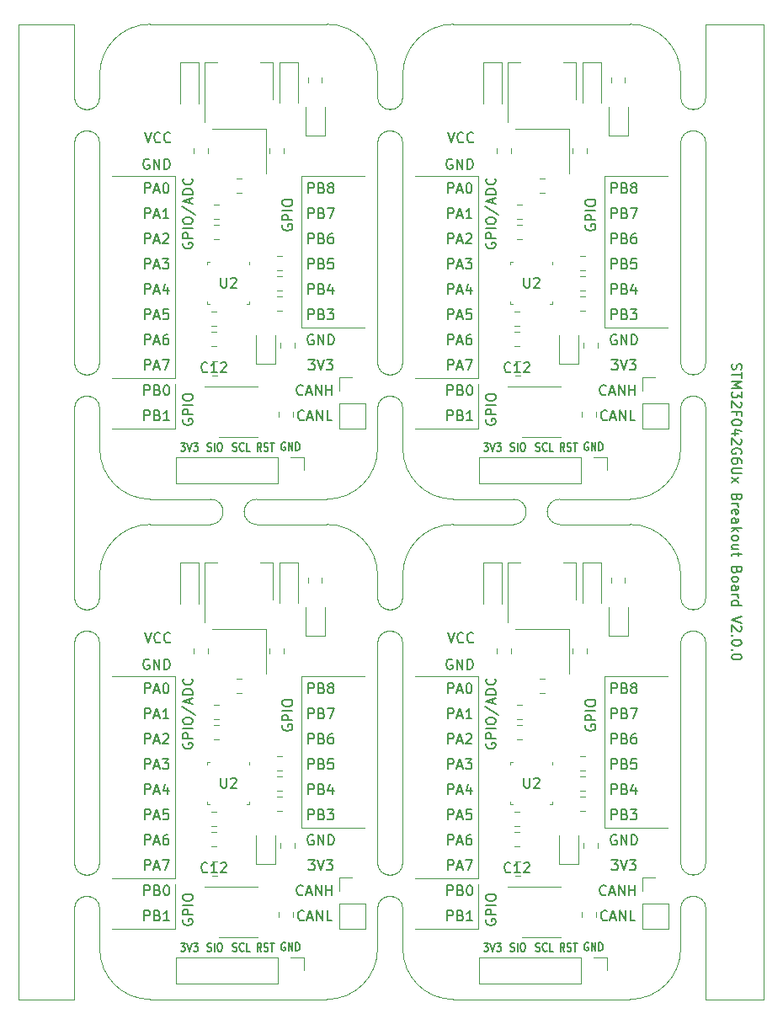
<source format=gbr>
G04 #@! TF.GenerationSoftware,KiCad,Pcbnew,(5.1.6)-1*
G04 #@! TF.CreationDate,2020-10-30T01:23:07+08:00*
G04 #@! TF.ProjectId,panelized2,70616e65-6c69-47a6-9564-322e6b696361,rev?*
G04 #@! TF.SameCoordinates,Original*
G04 #@! TF.FileFunction,Legend,Top*
G04 #@! TF.FilePolarity,Positive*
%FSLAX46Y46*%
G04 Gerber Fmt 4.6, Leading zero omitted, Abs format (unit mm)*
G04 Created by KiCad (PCBNEW (5.1.6)-1) date 2020-10-30 01:23:07*
%MOMM*%
%LPD*%
G01*
G04 APERTURE LIST*
%ADD10C,0.150000*%
G04 #@! TA.AperFunction,Profile*
%ADD11C,0.050000*%
G04 #@! TD*
%ADD12C,0.120000*%
%ADD13C,0.152400*%
%ADD14C,0.100000*%
G04 APERTURE END LIST*
D10*
X189333238Y-82909047D02*
X189285619Y-83051904D01*
X189285619Y-83290000D01*
X189333238Y-83385238D01*
X189380857Y-83432857D01*
X189476095Y-83480476D01*
X189571333Y-83480476D01*
X189666571Y-83432857D01*
X189714190Y-83385238D01*
X189761809Y-83290000D01*
X189809428Y-83099523D01*
X189857047Y-83004285D01*
X189904666Y-82956666D01*
X189999904Y-82909047D01*
X190095142Y-82909047D01*
X190190380Y-82956666D01*
X190238000Y-83004285D01*
X190285619Y-83099523D01*
X190285619Y-83337619D01*
X190238000Y-83480476D01*
X190285619Y-83766190D02*
X190285619Y-84337619D01*
X189285619Y-84051904D02*
X190285619Y-84051904D01*
X189285619Y-84670952D02*
X190285619Y-84670952D01*
X189571333Y-85004285D01*
X190285619Y-85337619D01*
X189285619Y-85337619D01*
X190285619Y-85718571D02*
X190285619Y-86337619D01*
X189904666Y-86004285D01*
X189904666Y-86147142D01*
X189857047Y-86242380D01*
X189809428Y-86290000D01*
X189714190Y-86337619D01*
X189476095Y-86337619D01*
X189380857Y-86290000D01*
X189333238Y-86242380D01*
X189285619Y-86147142D01*
X189285619Y-85861428D01*
X189333238Y-85766190D01*
X189380857Y-85718571D01*
X190190380Y-86718571D02*
X190238000Y-86766190D01*
X190285619Y-86861428D01*
X190285619Y-87099523D01*
X190238000Y-87194761D01*
X190190380Y-87242380D01*
X190095142Y-87290000D01*
X189999904Y-87290000D01*
X189857047Y-87242380D01*
X189285619Y-86670952D01*
X189285619Y-87290000D01*
X189809428Y-88051904D02*
X189809428Y-87718571D01*
X189285619Y-87718571D02*
X190285619Y-87718571D01*
X190285619Y-88194761D01*
X190285619Y-88766190D02*
X190285619Y-88861428D01*
X190238000Y-88956666D01*
X190190380Y-89004285D01*
X190095142Y-89051904D01*
X189904666Y-89099523D01*
X189666571Y-89099523D01*
X189476095Y-89051904D01*
X189380857Y-89004285D01*
X189333238Y-88956666D01*
X189285619Y-88861428D01*
X189285619Y-88766190D01*
X189333238Y-88670952D01*
X189380857Y-88623333D01*
X189476095Y-88575714D01*
X189666571Y-88528095D01*
X189904666Y-88528095D01*
X190095142Y-88575714D01*
X190190380Y-88623333D01*
X190238000Y-88670952D01*
X190285619Y-88766190D01*
X189952285Y-89956666D02*
X189285619Y-89956666D01*
X190333238Y-89718571D02*
X189618952Y-89480476D01*
X189618952Y-90099523D01*
X190190380Y-90432857D02*
X190238000Y-90480476D01*
X190285619Y-90575714D01*
X190285619Y-90813809D01*
X190238000Y-90909047D01*
X190190380Y-90956666D01*
X190095142Y-91004285D01*
X189999904Y-91004285D01*
X189857047Y-90956666D01*
X189285619Y-90385238D01*
X189285619Y-91004285D01*
X190238000Y-91956666D02*
X190285619Y-91861428D01*
X190285619Y-91718571D01*
X190238000Y-91575714D01*
X190142761Y-91480476D01*
X190047523Y-91432857D01*
X189857047Y-91385238D01*
X189714190Y-91385238D01*
X189523714Y-91432857D01*
X189428476Y-91480476D01*
X189333238Y-91575714D01*
X189285619Y-91718571D01*
X189285619Y-91813809D01*
X189333238Y-91956666D01*
X189380857Y-92004285D01*
X189714190Y-92004285D01*
X189714190Y-91813809D01*
X190285619Y-92861428D02*
X190285619Y-92670952D01*
X190238000Y-92575714D01*
X190190380Y-92528095D01*
X190047523Y-92432857D01*
X189857047Y-92385238D01*
X189476095Y-92385238D01*
X189380857Y-92432857D01*
X189333238Y-92480476D01*
X189285619Y-92575714D01*
X189285619Y-92766190D01*
X189333238Y-92861428D01*
X189380857Y-92909047D01*
X189476095Y-92956666D01*
X189714190Y-92956666D01*
X189809428Y-92909047D01*
X189857047Y-92861428D01*
X189904666Y-92766190D01*
X189904666Y-92575714D01*
X189857047Y-92480476D01*
X189809428Y-92432857D01*
X189714190Y-92385238D01*
X190285619Y-93385238D02*
X189476095Y-93385238D01*
X189380857Y-93432857D01*
X189333238Y-93480476D01*
X189285619Y-93575714D01*
X189285619Y-93766190D01*
X189333238Y-93861428D01*
X189380857Y-93909047D01*
X189476095Y-93956666D01*
X190285619Y-93956666D01*
X189285619Y-94337619D02*
X189952285Y-94861428D01*
X189952285Y-94337619D02*
X189285619Y-94861428D01*
X189809428Y-96337619D02*
X189761809Y-96480476D01*
X189714190Y-96528095D01*
X189618952Y-96575714D01*
X189476095Y-96575714D01*
X189380857Y-96528095D01*
X189333238Y-96480476D01*
X189285619Y-96385238D01*
X189285619Y-96004285D01*
X190285619Y-96004285D01*
X190285619Y-96337619D01*
X190238000Y-96432857D01*
X190190380Y-96480476D01*
X190095142Y-96528095D01*
X189999904Y-96528095D01*
X189904666Y-96480476D01*
X189857047Y-96432857D01*
X189809428Y-96337619D01*
X189809428Y-96004285D01*
X189285619Y-97004285D02*
X189952285Y-97004285D01*
X189761809Y-97004285D02*
X189857047Y-97051904D01*
X189904666Y-97099523D01*
X189952285Y-97194761D01*
X189952285Y-97290000D01*
X189333238Y-98004285D02*
X189285619Y-97909047D01*
X189285619Y-97718571D01*
X189333238Y-97623333D01*
X189428476Y-97575714D01*
X189809428Y-97575714D01*
X189904666Y-97623333D01*
X189952285Y-97718571D01*
X189952285Y-97909047D01*
X189904666Y-98004285D01*
X189809428Y-98051904D01*
X189714190Y-98051904D01*
X189618952Y-97575714D01*
X189285619Y-98909047D02*
X189809428Y-98909047D01*
X189904666Y-98861428D01*
X189952285Y-98766190D01*
X189952285Y-98575714D01*
X189904666Y-98480476D01*
X189333238Y-98909047D02*
X189285619Y-98813809D01*
X189285619Y-98575714D01*
X189333238Y-98480476D01*
X189428476Y-98432857D01*
X189523714Y-98432857D01*
X189618952Y-98480476D01*
X189666571Y-98575714D01*
X189666571Y-98813809D01*
X189714190Y-98909047D01*
X189285619Y-99385238D02*
X190285619Y-99385238D01*
X189666571Y-99480476D02*
X189285619Y-99766190D01*
X189952285Y-99766190D02*
X189571333Y-99385238D01*
X189285619Y-100337619D02*
X189333238Y-100242380D01*
X189380857Y-100194761D01*
X189476095Y-100147142D01*
X189761809Y-100147142D01*
X189857047Y-100194761D01*
X189904666Y-100242380D01*
X189952285Y-100337619D01*
X189952285Y-100480476D01*
X189904666Y-100575714D01*
X189857047Y-100623333D01*
X189761809Y-100670952D01*
X189476095Y-100670952D01*
X189380857Y-100623333D01*
X189333238Y-100575714D01*
X189285619Y-100480476D01*
X189285619Y-100337619D01*
X189952285Y-101528095D02*
X189285619Y-101528095D01*
X189952285Y-101099523D02*
X189428476Y-101099523D01*
X189333238Y-101147142D01*
X189285619Y-101242380D01*
X189285619Y-101385238D01*
X189333238Y-101480476D01*
X189380857Y-101528095D01*
X189952285Y-101861428D02*
X189952285Y-102242380D01*
X190285619Y-102004285D02*
X189428476Y-102004285D01*
X189333238Y-102051904D01*
X189285619Y-102147142D01*
X189285619Y-102242380D01*
X189809428Y-103670952D02*
X189761809Y-103813809D01*
X189714190Y-103861428D01*
X189618952Y-103909047D01*
X189476095Y-103909047D01*
X189380857Y-103861428D01*
X189333238Y-103813809D01*
X189285619Y-103718571D01*
X189285619Y-103337619D01*
X190285619Y-103337619D01*
X190285619Y-103670952D01*
X190238000Y-103766190D01*
X190190380Y-103813809D01*
X190095142Y-103861428D01*
X189999904Y-103861428D01*
X189904666Y-103813809D01*
X189857047Y-103766190D01*
X189809428Y-103670952D01*
X189809428Y-103337619D01*
X189285619Y-104480476D02*
X189333238Y-104385238D01*
X189380857Y-104337619D01*
X189476095Y-104290000D01*
X189761809Y-104290000D01*
X189857047Y-104337619D01*
X189904666Y-104385238D01*
X189952285Y-104480476D01*
X189952285Y-104623333D01*
X189904666Y-104718571D01*
X189857047Y-104766190D01*
X189761809Y-104813809D01*
X189476095Y-104813809D01*
X189380857Y-104766190D01*
X189333238Y-104718571D01*
X189285619Y-104623333D01*
X189285619Y-104480476D01*
X189285619Y-105670952D02*
X189809428Y-105670952D01*
X189904666Y-105623333D01*
X189952285Y-105528095D01*
X189952285Y-105337619D01*
X189904666Y-105242380D01*
X189333238Y-105670952D02*
X189285619Y-105575714D01*
X189285619Y-105337619D01*
X189333238Y-105242380D01*
X189428476Y-105194761D01*
X189523714Y-105194761D01*
X189618952Y-105242380D01*
X189666571Y-105337619D01*
X189666571Y-105575714D01*
X189714190Y-105670952D01*
X189285619Y-106147142D02*
X189952285Y-106147142D01*
X189761809Y-106147142D02*
X189857047Y-106194761D01*
X189904666Y-106242380D01*
X189952285Y-106337619D01*
X189952285Y-106432857D01*
X189285619Y-107194761D02*
X190285619Y-107194761D01*
X189333238Y-107194761D02*
X189285619Y-107099523D01*
X189285619Y-106909047D01*
X189333238Y-106813809D01*
X189380857Y-106766190D01*
X189476095Y-106718571D01*
X189761809Y-106718571D01*
X189857047Y-106766190D01*
X189904666Y-106813809D01*
X189952285Y-106909047D01*
X189952285Y-107099523D01*
X189904666Y-107194761D01*
X190285619Y-108290000D02*
X189285619Y-108623333D01*
X190285619Y-108956666D01*
X190190380Y-109242380D02*
X190238000Y-109290000D01*
X190285619Y-109385238D01*
X190285619Y-109623333D01*
X190238000Y-109718571D01*
X190190380Y-109766190D01*
X190095142Y-109813809D01*
X189999904Y-109813809D01*
X189857047Y-109766190D01*
X189285619Y-109194761D01*
X189285619Y-109813809D01*
X189380857Y-110242380D02*
X189333238Y-110290000D01*
X189285619Y-110242380D01*
X189333238Y-110194761D01*
X189380857Y-110242380D01*
X189285619Y-110242380D01*
X190285619Y-110909047D02*
X190285619Y-111004285D01*
X190238000Y-111099523D01*
X190190380Y-111147142D01*
X190095142Y-111194761D01*
X189904666Y-111242380D01*
X189666571Y-111242380D01*
X189476095Y-111194761D01*
X189380857Y-111147142D01*
X189333238Y-111099523D01*
X189285619Y-111004285D01*
X189285619Y-110909047D01*
X189333238Y-110813809D01*
X189380857Y-110766190D01*
X189476095Y-110718571D01*
X189666571Y-110670952D01*
X189904666Y-110670952D01*
X190095142Y-110718571D01*
X190190380Y-110766190D01*
X190238000Y-110813809D01*
X190285619Y-110909047D01*
X189380857Y-111670952D02*
X189333238Y-111718571D01*
X189285619Y-111670952D01*
X189333238Y-111623333D01*
X189380857Y-111670952D01*
X189285619Y-111670952D01*
X190285619Y-112337619D02*
X190285619Y-112432857D01*
X190238000Y-112528095D01*
X190190380Y-112575714D01*
X190095142Y-112623333D01*
X189904666Y-112670952D01*
X189666571Y-112670952D01*
X189476095Y-112623333D01*
X189380857Y-112575714D01*
X189333238Y-112528095D01*
X189285619Y-112432857D01*
X189285619Y-112337619D01*
X189333238Y-112242380D01*
X189380857Y-112194761D01*
X189476095Y-112147142D01*
X189666571Y-112099523D01*
X189904666Y-112099523D01*
X190095142Y-112147142D01*
X190190380Y-112194761D01*
X190238000Y-112242380D01*
X190285619Y-112337619D01*
D11*
X156209998Y-82803999D02*
G75*
G02*
X153670002Y-82804000I-1269998J-1D01*
G01*
X153670063Y-60756801D02*
G75*
G02*
X156210000Y-60769500I1269937J-12699D01*
G01*
X153670063Y-111048801D02*
G75*
G02*
X156210000Y-111061500I1269937J-12699D01*
G01*
X156209998Y-133095999D02*
G75*
G02*
X153670002Y-133096000I-1269998J-1D01*
G01*
X179070000Y-146812000D02*
X161290000Y-146812000D01*
X125729998Y-82803999D02*
G75*
G02*
X123190002Y-82804000I-1269998J-1D01*
G01*
X123190063Y-60756801D02*
G75*
G02*
X125730000Y-60769500I1269937J-12699D01*
G01*
X153670063Y-87426801D02*
G75*
G02*
X156210000Y-87439500I1269937J-12699D01*
G01*
X141541500Y-99060000D02*
X148590000Y-99060000D01*
X130810000Y-99060000D02*
X136855200Y-99060000D01*
X172021500Y-99060000D02*
X179070000Y-99060000D01*
X161290000Y-99060000D02*
X167335200Y-99060000D01*
X156209998Y-106425999D02*
G75*
G02*
X153670002Y-106426000I-1269998J-1D01*
G01*
X125729998Y-106425999D02*
G75*
G02*
X123190002Y-106426000I-1269998J-1D01*
G01*
X123190063Y-87426801D02*
G75*
G02*
X125730000Y-87439500I1269937J-12699D01*
G01*
X125729998Y-133095999D02*
G75*
G02*
X123190002Y-133096000I-1269998J-1D01*
G01*
X123190063Y-111048801D02*
G75*
G02*
X125730000Y-111061500I1269937J-12699D01*
G01*
X123190063Y-137718801D02*
G75*
G02*
X125730000Y-137731500I1269937J-12699D01*
G01*
X156210000Y-137731500D02*
X156210000Y-141732000D01*
X153670063Y-137718801D02*
G75*
G02*
X156210000Y-137731500I1269937J-12699D01*
G01*
X156209997Y-56134001D02*
G75*
G02*
X153670002Y-56133998I-1269997J63501D01*
G01*
X125729998Y-56133999D02*
G75*
G02*
X123190002Y-56134000I-1269998J-1D01*
G01*
X125730000Y-53848000D02*
X125730000Y-56134000D01*
X117602000Y-146812000D02*
X123190000Y-146812000D01*
X123190000Y-111048800D02*
X123190001Y-133095999D01*
X123190000Y-87426800D02*
X123190001Y-106425999D01*
X123190000Y-60756800D02*
X123190001Y-82803999D01*
X123190000Y-48768000D02*
X123190001Y-56133999D01*
X117602000Y-48768000D02*
X123190000Y-48768000D01*
X117602000Y-146812000D02*
X117602000Y-48768000D01*
X123190000Y-137718800D02*
X123190000Y-146812000D01*
X186691015Y-82753201D02*
X186690000Y-60756800D01*
X186690000Y-87426800D02*
X186691015Y-106375201D01*
X186691015Y-133045201D02*
X186690000Y-111048800D01*
X186690000Y-146812000D02*
X192532000Y-146812000D01*
X192532000Y-48768000D02*
X192532000Y-146812000D01*
X186690000Y-137718800D02*
X186690000Y-146812000D01*
X186690000Y-48768000D02*
X192532000Y-48768000D01*
X186691015Y-56083201D02*
X186690000Y-48768000D01*
X136855200Y-146812000D02*
X141541500Y-146812000D01*
X184150000Y-111048800D02*
G75*
G02*
X186690000Y-111048800I1270000J0D01*
G01*
X184150000Y-60756800D02*
G75*
G02*
X186690000Y-60756800I1270000J0D01*
G01*
X186691015Y-133045201D02*
G75*
G02*
X184150001Y-133095999I-1271015J1D01*
G01*
X184150000Y-87426800D02*
G75*
G02*
X186690000Y-87426800I1270000J0D01*
G01*
X184150000Y-137718800D02*
G75*
G02*
X186690000Y-137718800I1270000J0D01*
G01*
X186691015Y-106375201D02*
G75*
G02*
X184150001Y-106425999I-1271015J1D01*
G01*
X186691015Y-56083201D02*
G75*
G02*
X184150001Y-56133999I-1271015J1D01*
G01*
X186691015Y-82753201D02*
G75*
G02*
X184150001Y-82803999I-1271015J1D01*
G01*
X184150000Y-104140000D02*
X184150001Y-106425999D01*
X153670000Y-104140000D02*
X153670001Y-106425999D01*
X184150000Y-53848000D02*
X184150001Y-56133999D01*
X136855200Y-146812000D02*
X130810000Y-146812000D01*
X167335200Y-96520000D02*
X161290000Y-96520000D01*
X156210000Y-104140000D02*
X156210000Y-106426000D01*
X125730000Y-104140000D02*
X125730000Y-106426000D01*
X156210000Y-53848000D02*
X156210000Y-56134000D01*
X167335200Y-96520000D02*
G75*
G02*
X167335200Y-99060000I0J-1270000D01*
G01*
X156210000Y-111061500D02*
X156210000Y-133096000D01*
X125730000Y-111061500D02*
X125730000Y-133096000D01*
X156210000Y-60769500D02*
X156210000Y-82804000D01*
X172021500Y-99060000D02*
G75*
G02*
X172021500Y-96520000I0J1270000D01*
G01*
X184150000Y-141732000D02*
X184150000Y-137718800D01*
X153670000Y-141732000D02*
X153670000Y-137718800D01*
X184150000Y-91440000D02*
X184150000Y-87426800D01*
X148590000Y-146812000D02*
X141541500Y-146812000D01*
X179070000Y-96520000D02*
X172021500Y-96520000D01*
X184150001Y-133095999D02*
X184150000Y-111048800D01*
X153670001Y-133095999D02*
X153670000Y-111048800D01*
X184150001Y-82803999D02*
X184150000Y-60756800D01*
X125730000Y-141732000D02*
X125730000Y-137731500D01*
X156210000Y-91440000D02*
X156210000Y-87439500D01*
D12*
X176530000Y-129540000D02*
X182880000Y-129540000D01*
X146050000Y-129540000D02*
X152400000Y-129540000D01*
X176530000Y-79248000D02*
X182880000Y-79248000D01*
X157480000Y-139700000D02*
X163830000Y-139700000D01*
X127000000Y-139700000D02*
X133350000Y-139700000D01*
X157480000Y-89408000D02*
X163830000Y-89408000D01*
X163830000Y-134620000D02*
X157480000Y-134620000D01*
X133350000Y-134620000D02*
X127000000Y-134620000D01*
X163830000Y-84328000D02*
X157480000Y-84328000D01*
X163830000Y-114300000D02*
X163830000Y-134620000D01*
X133350000Y-114300000D02*
X133350000Y-134620000D01*
X163830000Y-64008000D02*
X163830000Y-84328000D01*
X163830000Y-114300000D02*
X160655000Y-114300000D01*
X133350000Y-114300000D02*
X130175000Y-114300000D01*
X163830000Y-64008000D02*
X160655000Y-64008000D01*
X163830000Y-139700000D02*
X163830000Y-135255000D01*
X133350000Y-139700000D02*
X133350000Y-135255000D01*
X163830000Y-89408000D02*
X163830000Y-84963000D01*
X160655000Y-114300000D02*
X157480000Y-114300000D01*
X130175000Y-114300000D02*
X127000000Y-114300000D01*
X160655000Y-64008000D02*
X157480000Y-64008000D01*
D11*
X161290000Y-48768000D02*
X179070000Y-48768000D01*
D12*
X182880000Y-114300000D02*
X176530000Y-114300000D01*
X152400000Y-114300000D02*
X146050000Y-114300000D01*
X182880000Y-64008000D02*
X176530000Y-64008000D01*
X176530000Y-114300000D02*
X176530000Y-129540000D01*
X146050000Y-114300000D02*
X146050000Y-129540000D01*
X176530000Y-64008000D02*
X176530000Y-79248000D01*
D11*
X161290000Y-146812000D02*
G75*
G02*
X156210000Y-141732000I0J5080000D01*
G01*
X130810000Y-146812000D02*
G75*
G02*
X125730000Y-141732000I0J5080000D01*
G01*
X161290000Y-96520000D02*
G75*
G02*
X156210000Y-91440000I0J5080000D01*
G01*
X184150000Y-141732000D02*
G75*
G02*
X179070000Y-146812000I-5080000J0D01*
G01*
X153670000Y-141732000D02*
G75*
G02*
X148590000Y-146812000I-5080000J0D01*
G01*
X184150000Y-91440000D02*
G75*
G02*
X179070000Y-96520000I-5080000J0D01*
G01*
X179070000Y-99060000D02*
G75*
G02*
X184150000Y-104140000I0J-5080000D01*
G01*
X148590000Y-99060000D02*
G75*
G02*
X153670000Y-104140000I0J-5080000D01*
G01*
X179070000Y-48768000D02*
G75*
G02*
X184150000Y-53848000I0J-5080000D01*
G01*
X156210000Y-104140000D02*
G75*
G02*
X161290000Y-99060000I5080000J0D01*
G01*
X125730000Y-104140000D02*
G75*
G02*
X130810000Y-99060000I5080000J0D01*
G01*
X156210000Y-53848000D02*
G75*
G02*
X161290000Y-48768000I5080000J0D01*
G01*
D10*
X160758333Y-128722380D02*
X160758333Y-127722380D01*
X161139285Y-127722380D01*
X161234523Y-127770000D01*
X161282142Y-127817619D01*
X161329761Y-127912857D01*
X161329761Y-128055714D01*
X161282142Y-128150952D01*
X161234523Y-128198571D01*
X161139285Y-128246190D01*
X160758333Y-128246190D01*
X161710714Y-128436666D02*
X162186904Y-128436666D01*
X161615476Y-128722380D02*
X161948809Y-127722380D01*
X162282142Y-128722380D01*
X163091666Y-127722380D02*
X162615476Y-127722380D01*
X162567857Y-128198571D01*
X162615476Y-128150952D01*
X162710714Y-128103333D01*
X162948809Y-128103333D01*
X163044047Y-128150952D01*
X163091666Y-128198571D01*
X163139285Y-128293809D01*
X163139285Y-128531904D01*
X163091666Y-128627142D01*
X163044047Y-128674761D01*
X162948809Y-128722380D01*
X162710714Y-128722380D01*
X162615476Y-128674761D01*
X162567857Y-128627142D01*
X130278333Y-128722380D02*
X130278333Y-127722380D01*
X130659285Y-127722380D01*
X130754523Y-127770000D01*
X130802142Y-127817619D01*
X130849761Y-127912857D01*
X130849761Y-128055714D01*
X130802142Y-128150952D01*
X130754523Y-128198571D01*
X130659285Y-128246190D01*
X130278333Y-128246190D01*
X131230714Y-128436666D02*
X131706904Y-128436666D01*
X131135476Y-128722380D02*
X131468809Y-127722380D01*
X131802142Y-128722380D01*
X132611666Y-127722380D02*
X132135476Y-127722380D01*
X132087857Y-128198571D01*
X132135476Y-128150952D01*
X132230714Y-128103333D01*
X132468809Y-128103333D01*
X132564047Y-128150952D01*
X132611666Y-128198571D01*
X132659285Y-128293809D01*
X132659285Y-128531904D01*
X132611666Y-128627142D01*
X132564047Y-128674761D01*
X132468809Y-128722380D01*
X132230714Y-128722380D01*
X132135476Y-128674761D01*
X132087857Y-128627142D01*
X160758333Y-78430380D02*
X160758333Y-77430380D01*
X161139285Y-77430380D01*
X161234523Y-77478000D01*
X161282142Y-77525619D01*
X161329761Y-77620857D01*
X161329761Y-77763714D01*
X161282142Y-77858952D01*
X161234523Y-77906571D01*
X161139285Y-77954190D01*
X160758333Y-77954190D01*
X161710714Y-78144666D02*
X162186904Y-78144666D01*
X161615476Y-78430380D02*
X161948809Y-77430380D01*
X162282142Y-78430380D01*
X163091666Y-77430380D02*
X162615476Y-77430380D01*
X162567857Y-77906571D01*
X162615476Y-77858952D01*
X162710714Y-77811333D01*
X162948809Y-77811333D01*
X163044047Y-77858952D01*
X163091666Y-77906571D01*
X163139285Y-78001809D01*
X163139285Y-78239904D01*
X163091666Y-78335142D01*
X163044047Y-78382761D01*
X162948809Y-78430380D01*
X162710714Y-78430380D01*
X162615476Y-78382761D01*
X162567857Y-78335142D01*
X160758333Y-133802380D02*
X160758333Y-132802380D01*
X161139285Y-132802380D01*
X161234523Y-132850000D01*
X161282142Y-132897619D01*
X161329761Y-132992857D01*
X161329761Y-133135714D01*
X161282142Y-133230952D01*
X161234523Y-133278571D01*
X161139285Y-133326190D01*
X160758333Y-133326190D01*
X161710714Y-133516666D02*
X162186904Y-133516666D01*
X161615476Y-133802380D02*
X161948809Y-132802380D01*
X162282142Y-133802380D01*
X162520238Y-132802380D02*
X163186904Y-132802380D01*
X162758333Y-133802380D01*
X130278333Y-133802380D02*
X130278333Y-132802380D01*
X130659285Y-132802380D01*
X130754523Y-132850000D01*
X130802142Y-132897619D01*
X130849761Y-132992857D01*
X130849761Y-133135714D01*
X130802142Y-133230952D01*
X130754523Y-133278571D01*
X130659285Y-133326190D01*
X130278333Y-133326190D01*
X131230714Y-133516666D02*
X131706904Y-133516666D01*
X131135476Y-133802380D02*
X131468809Y-132802380D01*
X131802142Y-133802380D01*
X132040238Y-132802380D02*
X132706904Y-132802380D01*
X132278333Y-133802380D01*
X160758333Y-83510380D02*
X160758333Y-82510380D01*
X161139285Y-82510380D01*
X161234523Y-82558000D01*
X161282142Y-82605619D01*
X161329761Y-82700857D01*
X161329761Y-82843714D01*
X161282142Y-82938952D01*
X161234523Y-82986571D01*
X161139285Y-83034190D01*
X160758333Y-83034190D01*
X161710714Y-83224666D02*
X162186904Y-83224666D01*
X161615476Y-83510380D02*
X161948809Y-82510380D01*
X162282142Y-83510380D01*
X162520238Y-82510380D02*
X163186904Y-82510380D01*
X162758333Y-83510380D01*
X160758333Y-123642380D02*
X160758333Y-122642380D01*
X161139285Y-122642380D01*
X161234523Y-122690000D01*
X161282142Y-122737619D01*
X161329761Y-122832857D01*
X161329761Y-122975714D01*
X161282142Y-123070952D01*
X161234523Y-123118571D01*
X161139285Y-123166190D01*
X160758333Y-123166190D01*
X161710714Y-123356666D02*
X162186904Y-123356666D01*
X161615476Y-123642380D02*
X161948809Y-122642380D01*
X162282142Y-123642380D01*
X162520238Y-122642380D02*
X163139285Y-122642380D01*
X162805952Y-123023333D01*
X162948809Y-123023333D01*
X163044047Y-123070952D01*
X163091666Y-123118571D01*
X163139285Y-123213809D01*
X163139285Y-123451904D01*
X163091666Y-123547142D01*
X163044047Y-123594761D01*
X162948809Y-123642380D01*
X162663095Y-123642380D01*
X162567857Y-123594761D01*
X162520238Y-123547142D01*
X130278333Y-123642380D02*
X130278333Y-122642380D01*
X130659285Y-122642380D01*
X130754523Y-122690000D01*
X130802142Y-122737619D01*
X130849761Y-122832857D01*
X130849761Y-122975714D01*
X130802142Y-123070952D01*
X130754523Y-123118571D01*
X130659285Y-123166190D01*
X130278333Y-123166190D01*
X131230714Y-123356666D02*
X131706904Y-123356666D01*
X131135476Y-123642380D02*
X131468809Y-122642380D01*
X131802142Y-123642380D01*
X132040238Y-122642380D02*
X132659285Y-122642380D01*
X132325952Y-123023333D01*
X132468809Y-123023333D01*
X132564047Y-123070952D01*
X132611666Y-123118571D01*
X132659285Y-123213809D01*
X132659285Y-123451904D01*
X132611666Y-123547142D01*
X132564047Y-123594761D01*
X132468809Y-123642380D01*
X132183095Y-123642380D01*
X132087857Y-123594761D01*
X132040238Y-123547142D01*
X160758333Y-73350380D02*
X160758333Y-72350380D01*
X161139285Y-72350380D01*
X161234523Y-72398000D01*
X161282142Y-72445619D01*
X161329761Y-72540857D01*
X161329761Y-72683714D01*
X161282142Y-72778952D01*
X161234523Y-72826571D01*
X161139285Y-72874190D01*
X160758333Y-72874190D01*
X161710714Y-73064666D02*
X162186904Y-73064666D01*
X161615476Y-73350380D02*
X161948809Y-72350380D01*
X162282142Y-73350380D01*
X162520238Y-72350380D02*
X163139285Y-72350380D01*
X162805952Y-72731333D01*
X162948809Y-72731333D01*
X163044047Y-72778952D01*
X163091666Y-72826571D01*
X163139285Y-72921809D01*
X163139285Y-73159904D01*
X163091666Y-73255142D01*
X163044047Y-73302761D01*
X162948809Y-73350380D01*
X162663095Y-73350380D01*
X162567857Y-73302761D01*
X162520238Y-73255142D01*
X176633333Y-136247142D02*
X176585714Y-136294761D01*
X176442857Y-136342380D01*
X176347619Y-136342380D01*
X176204761Y-136294761D01*
X176109523Y-136199523D01*
X176061904Y-136104285D01*
X176014285Y-135913809D01*
X176014285Y-135770952D01*
X176061904Y-135580476D01*
X176109523Y-135485238D01*
X176204761Y-135390000D01*
X176347619Y-135342380D01*
X176442857Y-135342380D01*
X176585714Y-135390000D01*
X176633333Y-135437619D01*
X177014285Y-136056666D02*
X177490476Y-136056666D01*
X176919047Y-136342380D02*
X177252380Y-135342380D01*
X177585714Y-136342380D01*
X177919047Y-136342380D02*
X177919047Y-135342380D01*
X178490476Y-136342380D01*
X178490476Y-135342380D01*
X178966666Y-136342380D02*
X178966666Y-135342380D01*
X178966666Y-135818571D02*
X179538095Y-135818571D01*
X179538095Y-136342380D02*
X179538095Y-135342380D01*
X146153333Y-136247142D02*
X146105714Y-136294761D01*
X145962857Y-136342380D01*
X145867619Y-136342380D01*
X145724761Y-136294761D01*
X145629523Y-136199523D01*
X145581904Y-136104285D01*
X145534285Y-135913809D01*
X145534285Y-135770952D01*
X145581904Y-135580476D01*
X145629523Y-135485238D01*
X145724761Y-135390000D01*
X145867619Y-135342380D01*
X145962857Y-135342380D01*
X146105714Y-135390000D01*
X146153333Y-135437619D01*
X146534285Y-136056666D02*
X147010476Y-136056666D01*
X146439047Y-136342380D02*
X146772380Y-135342380D01*
X147105714Y-136342380D01*
X147439047Y-136342380D02*
X147439047Y-135342380D01*
X148010476Y-136342380D01*
X148010476Y-135342380D01*
X148486666Y-136342380D02*
X148486666Y-135342380D01*
X148486666Y-135818571D02*
X149058095Y-135818571D01*
X149058095Y-136342380D02*
X149058095Y-135342380D01*
X176633333Y-85955142D02*
X176585714Y-86002761D01*
X176442857Y-86050380D01*
X176347619Y-86050380D01*
X176204761Y-86002761D01*
X176109523Y-85907523D01*
X176061904Y-85812285D01*
X176014285Y-85621809D01*
X176014285Y-85478952D01*
X176061904Y-85288476D01*
X176109523Y-85193238D01*
X176204761Y-85098000D01*
X176347619Y-85050380D01*
X176442857Y-85050380D01*
X176585714Y-85098000D01*
X176633333Y-85145619D01*
X177014285Y-85764666D02*
X177490476Y-85764666D01*
X176919047Y-86050380D02*
X177252380Y-85050380D01*
X177585714Y-86050380D01*
X177919047Y-86050380D02*
X177919047Y-85050380D01*
X178490476Y-86050380D01*
X178490476Y-85050380D01*
X178966666Y-86050380D02*
X178966666Y-85050380D01*
X178966666Y-85526571D02*
X179538095Y-85526571D01*
X179538095Y-86050380D02*
X179538095Y-85050380D01*
X160758333Y-121102380D02*
X160758333Y-120102380D01*
X161139285Y-120102380D01*
X161234523Y-120150000D01*
X161282142Y-120197619D01*
X161329761Y-120292857D01*
X161329761Y-120435714D01*
X161282142Y-120530952D01*
X161234523Y-120578571D01*
X161139285Y-120626190D01*
X160758333Y-120626190D01*
X161710714Y-120816666D02*
X162186904Y-120816666D01*
X161615476Y-121102380D02*
X161948809Y-120102380D01*
X162282142Y-121102380D01*
X162567857Y-120197619D02*
X162615476Y-120150000D01*
X162710714Y-120102380D01*
X162948809Y-120102380D01*
X163044047Y-120150000D01*
X163091666Y-120197619D01*
X163139285Y-120292857D01*
X163139285Y-120388095D01*
X163091666Y-120530952D01*
X162520238Y-121102380D01*
X163139285Y-121102380D01*
X130278333Y-121102380D02*
X130278333Y-120102380D01*
X130659285Y-120102380D01*
X130754523Y-120150000D01*
X130802142Y-120197619D01*
X130849761Y-120292857D01*
X130849761Y-120435714D01*
X130802142Y-120530952D01*
X130754523Y-120578571D01*
X130659285Y-120626190D01*
X130278333Y-120626190D01*
X131230714Y-120816666D02*
X131706904Y-120816666D01*
X131135476Y-121102380D02*
X131468809Y-120102380D01*
X131802142Y-121102380D01*
X132087857Y-120197619D02*
X132135476Y-120150000D01*
X132230714Y-120102380D01*
X132468809Y-120102380D01*
X132564047Y-120150000D01*
X132611666Y-120197619D01*
X132659285Y-120292857D01*
X132659285Y-120388095D01*
X132611666Y-120530952D01*
X132040238Y-121102380D01*
X132659285Y-121102380D01*
X160758333Y-70810380D02*
X160758333Y-69810380D01*
X161139285Y-69810380D01*
X161234523Y-69858000D01*
X161282142Y-69905619D01*
X161329761Y-70000857D01*
X161329761Y-70143714D01*
X161282142Y-70238952D01*
X161234523Y-70286571D01*
X161139285Y-70334190D01*
X160758333Y-70334190D01*
X161710714Y-70524666D02*
X162186904Y-70524666D01*
X161615476Y-70810380D02*
X161948809Y-69810380D01*
X162282142Y-70810380D01*
X162567857Y-69905619D02*
X162615476Y-69858000D01*
X162710714Y-69810380D01*
X162948809Y-69810380D01*
X163044047Y-69858000D01*
X163091666Y-69905619D01*
X163139285Y-70000857D01*
X163139285Y-70096095D01*
X163091666Y-70238952D01*
X162520238Y-70810380D01*
X163139285Y-70810380D01*
X177196904Y-121102380D02*
X177196904Y-120102380D01*
X177577857Y-120102380D01*
X177673095Y-120150000D01*
X177720714Y-120197619D01*
X177768333Y-120292857D01*
X177768333Y-120435714D01*
X177720714Y-120530952D01*
X177673095Y-120578571D01*
X177577857Y-120626190D01*
X177196904Y-120626190D01*
X178530238Y-120578571D02*
X178673095Y-120626190D01*
X178720714Y-120673809D01*
X178768333Y-120769047D01*
X178768333Y-120911904D01*
X178720714Y-121007142D01*
X178673095Y-121054761D01*
X178577857Y-121102380D01*
X178196904Y-121102380D01*
X178196904Y-120102380D01*
X178530238Y-120102380D01*
X178625476Y-120150000D01*
X178673095Y-120197619D01*
X178720714Y-120292857D01*
X178720714Y-120388095D01*
X178673095Y-120483333D01*
X178625476Y-120530952D01*
X178530238Y-120578571D01*
X178196904Y-120578571D01*
X179625476Y-120102380D02*
X179435000Y-120102380D01*
X179339761Y-120150000D01*
X179292142Y-120197619D01*
X179196904Y-120340476D01*
X179149285Y-120530952D01*
X179149285Y-120911904D01*
X179196904Y-121007142D01*
X179244523Y-121054761D01*
X179339761Y-121102380D01*
X179530238Y-121102380D01*
X179625476Y-121054761D01*
X179673095Y-121007142D01*
X179720714Y-120911904D01*
X179720714Y-120673809D01*
X179673095Y-120578571D01*
X179625476Y-120530952D01*
X179530238Y-120483333D01*
X179339761Y-120483333D01*
X179244523Y-120530952D01*
X179196904Y-120578571D01*
X179149285Y-120673809D01*
X146716904Y-121102380D02*
X146716904Y-120102380D01*
X147097857Y-120102380D01*
X147193095Y-120150000D01*
X147240714Y-120197619D01*
X147288333Y-120292857D01*
X147288333Y-120435714D01*
X147240714Y-120530952D01*
X147193095Y-120578571D01*
X147097857Y-120626190D01*
X146716904Y-120626190D01*
X148050238Y-120578571D02*
X148193095Y-120626190D01*
X148240714Y-120673809D01*
X148288333Y-120769047D01*
X148288333Y-120911904D01*
X148240714Y-121007142D01*
X148193095Y-121054761D01*
X148097857Y-121102380D01*
X147716904Y-121102380D01*
X147716904Y-120102380D01*
X148050238Y-120102380D01*
X148145476Y-120150000D01*
X148193095Y-120197619D01*
X148240714Y-120292857D01*
X148240714Y-120388095D01*
X148193095Y-120483333D01*
X148145476Y-120530952D01*
X148050238Y-120578571D01*
X147716904Y-120578571D01*
X149145476Y-120102380D02*
X148955000Y-120102380D01*
X148859761Y-120150000D01*
X148812142Y-120197619D01*
X148716904Y-120340476D01*
X148669285Y-120530952D01*
X148669285Y-120911904D01*
X148716904Y-121007142D01*
X148764523Y-121054761D01*
X148859761Y-121102380D01*
X149050238Y-121102380D01*
X149145476Y-121054761D01*
X149193095Y-121007142D01*
X149240714Y-120911904D01*
X149240714Y-120673809D01*
X149193095Y-120578571D01*
X149145476Y-120530952D01*
X149050238Y-120483333D01*
X148859761Y-120483333D01*
X148764523Y-120530952D01*
X148716904Y-120578571D01*
X148669285Y-120673809D01*
X177196904Y-70810380D02*
X177196904Y-69810380D01*
X177577857Y-69810380D01*
X177673095Y-69858000D01*
X177720714Y-69905619D01*
X177768333Y-70000857D01*
X177768333Y-70143714D01*
X177720714Y-70238952D01*
X177673095Y-70286571D01*
X177577857Y-70334190D01*
X177196904Y-70334190D01*
X178530238Y-70286571D02*
X178673095Y-70334190D01*
X178720714Y-70381809D01*
X178768333Y-70477047D01*
X178768333Y-70619904D01*
X178720714Y-70715142D01*
X178673095Y-70762761D01*
X178577857Y-70810380D01*
X178196904Y-70810380D01*
X178196904Y-69810380D01*
X178530238Y-69810380D01*
X178625476Y-69858000D01*
X178673095Y-69905619D01*
X178720714Y-70000857D01*
X178720714Y-70096095D01*
X178673095Y-70191333D01*
X178625476Y-70238952D01*
X178530238Y-70286571D01*
X178196904Y-70286571D01*
X179625476Y-69810380D02*
X179435000Y-69810380D01*
X179339761Y-69858000D01*
X179292142Y-69905619D01*
X179196904Y-70048476D01*
X179149285Y-70238952D01*
X179149285Y-70619904D01*
X179196904Y-70715142D01*
X179244523Y-70762761D01*
X179339761Y-70810380D01*
X179530238Y-70810380D01*
X179625476Y-70762761D01*
X179673095Y-70715142D01*
X179720714Y-70619904D01*
X179720714Y-70381809D01*
X179673095Y-70286571D01*
X179625476Y-70238952D01*
X179530238Y-70191333D01*
X179339761Y-70191333D01*
X179244523Y-70238952D01*
X179196904Y-70286571D01*
X179149285Y-70381809D01*
X161163095Y-112657000D02*
X161067857Y-112609380D01*
X160925000Y-112609380D01*
X160782142Y-112657000D01*
X160686904Y-112752238D01*
X160639285Y-112847476D01*
X160591666Y-113037952D01*
X160591666Y-113180809D01*
X160639285Y-113371285D01*
X160686904Y-113466523D01*
X160782142Y-113561761D01*
X160925000Y-113609380D01*
X161020238Y-113609380D01*
X161163095Y-113561761D01*
X161210714Y-113514142D01*
X161210714Y-113180809D01*
X161020238Y-113180809D01*
X161639285Y-113609380D02*
X161639285Y-112609380D01*
X162210714Y-113609380D01*
X162210714Y-112609380D01*
X162686904Y-113609380D02*
X162686904Y-112609380D01*
X162925000Y-112609380D01*
X163067857Y-112657000D01*
X163163095Y-112752238D01*
X163210714Y-112847476D01*
X163258333Y-113037952D01*
X163258333Y-113180809D01*
X163210714Y-113371285D01*
X163163095Y-113466523D01*
X163067857Y-113561761D01*
X162925000Y-113609380D01*
X162686904Y-113609380D01*
X130683095Y-112657000D02*
X130587857Y-112609380D01*
X130445000Y-112609380D01*
X130302142Y-112657000D01*
X130206904Y-112752238D01*
X130159285Y-112847476D01*
X130111666Y-113037952D01*
X130111666Y-113180809D01*
X130159285Y-113371285D01*
X130206904Y-113466523D01*
X130302142Y-113561761D01*
X130445000Y-113609380D01*
X130540238Y-113609380D01*
X130683095Y-113561761D01*
X130730714Y-113514142D01*
X130730714Y-113180809D01*
X130540238Y-113180809D01*
X131159285Y-113609380D02*
X131159285Y-112609380D01*
X131730714Y-113609380D01*
X131730714Y-112609380D01*
X132206904Y-113609380D02*
X132206904Y-112609380D01*
X132445000Y-112609380D01*
X132587857Y-112657000D01*
X132683095Y-112752238D01*
X132730714Y-112847476D01*
X132778333Y-113037952D01*
X132778333Y-113180809D01*
X132730714Y-113371285D01*
X132683095Y-113466523D01*
X132587857Y-113561761D01*
X132445000Y-113609380D01*
X132206904Y-113609380D01*
X161163095Y-62365000D02*
X161067857Y-62317380D01*
X160925000Y-62317380D01*
X160782142Y-62365000D01*
X160686904Y-62460238D01*
X160639285Y-62555476D01*
X160591666Y-62745952D01*
X160591666Y-62888809D01*
X160639285Y-63079285D01*
X160686904Y-63174523D01*
X160782142Y-63269761D01*
X160925000Y-63317380D01*
X161020238Y-63317380D01*
X161163095Y-63269761D01*
X161210714Y-63222142D01*
X161210714Y-62888809D01*
X161020238Y-62888809D01*
X161639285Y-63317380D02*
X161639285Y-62317380D01*
X162210714Y-63317380D01*
X162210714Y-62317380D01*
X162686904Y-63317380D02*
X162686904Y-62317380D01*
X162925000Y-62317380D01*
X163067857Y-62365000D01*
X163163095Y-62460238D01*
X163210714Y-62555476D01*
X163258333Y-62745952D01*
X163258333Y-62888809D01*
X163210714Y-63079285D01*
X163163095Y-63174523D01*
X163067857Y-63269761D01*
X162925000Y-63317380D01*
X162686904Y-63317380D01*
X177673095Y-130310000D02*
X177577857Y-130262380D01*
X177435000Y-130262380D01*
X177292142Y-130310000D01*
X177196904Y-130405238D01*
X177149285Y-130500476D01*
X177101666Y-130690952D01*
X177101666Y-130833809D01*
X177149285Y-131024285D01*
X177196904Y-131119523D01*
X177292142Y-131214761D01*
X177435000Y-131262380D01*
X177530238Y-131262380D01*
X177673095Y-131214761D01*
X177720714Y-131167142D01*
X177720714Y-130833809D01*
X177530238Y-130833809D01*
X178149285Y-131262380D02*
X178149285Y-130262380D01*
X178720714Y-131262380D01*
X178720714Y-130262380D01*
X179196904Y-131262380D02*
X179196904Y-130262380D01*
X179435000Y-130262380D01*
X179577857Y-130310000D01*
X179673095Y-130405238D01*
X179720714Y-130500476D01*
X179768333Y-130690952D01*
X179768333Y-130833809D01*
X179720714Y-131024285D01*
X179673095Y-131119523D01*
X179577857Y-131214761D01*
X179435000Y-131262380D01*
X179196904Y-131262380D01*
X147193095Y-130310000D02*
X147097857Y-130262380D01*
X146955000Y-130262380D01*
X146812142Y-130310000D01*
X146716904Y-130405238D01*
X146669285Y-130500476D01*
X146621666Y-130690952D01*
X146621666Y-130833809D01*
X146669285Y-131024285D01*
X146716904Y-131119523D01*
X146812142Y-131214761D01*
X146955000Y-131262380D01*
X147050238Y-131262380D01*
X147193095Y-131214761D01*
X147240714Y-131167142D01*
X147240714Y-130833809D01*
X147050238Y-130833809D01*
X147669285Y-131262380D02*
X147669285Y-130262380D01*
X148240714Y-131262380D01*
X148240714Y-130262380D01*
X148716904Y-131262380D02*
X148716904Y-130262380D01*
X148955000Y-130262380D01*
X149097857Y-130310000D01*
X149193095Y-130405238D01*
X149240714Y-130500476D01*
X149288333Y-130690952D01*
X149288333Y-130833809D01*
X149240714Y-131024285D01*
X149193095Y-131119523D01*
X149097857Y-131214761D01*
X148955000Y-131262380D01*
X148716904Y-131262380D01*
X177673095Y-80018000D02*
X177577857Y-79970380D01*
X177435000Y-79970380D01*
X177292142Y-80018000D01*
X177196904Y-80113238D01*
X177149285Y-80208476D01*
X177101666Y-80398952D01*
X177101666Y-80541809D01*
X177149285Y-80732285D01*
X177196904Y-80827523D01*
X177292142Y-80922761D01*
X177435000Y-80970380D01*
X177530238Y-80970380D01*
X177673095Y-80922761D01*
X177720714Y-80875142D01*
X177720714Y-80541809D01*
X177530238Y-80541809D01*
X178149285Y-80970380D02*
X178149285Y-79970380D01*
X178720714Y-80970380D01*
X178720714Y-79970380D01*
X179196904Y-80970380D02*
X179196904Y-79970380D01*
X179435000Y-79970380D01*
X179577857Y-80018000D01*
X179673095Y-80113238D01*
X179720714Y-80208476D01*
X179768333Y-80398952D01*
X179768333Y-80541809D01*
X179720714Y-80732285D01*
X179673095Y-80827523D01*
X179577857Y-80922761D01*
X179435000Y-80970380D01*
X179196904Y-80970380D01*
X160758333Y-131262380D02*
X160758333Y-130262380D01*
X161139285Y-130262380D01*
X161234523Y-130310000D01*
X161282142Y-130357619D01*
X161329761Y-130452857D01*
X161329761Y-130595714D01*
X161282142Y-130690952D01*
X161234523Y-130738571D01*
X161139285Y-130786190D01*
X160758333Y-130786190D01*
X161710714Y-130976666D02*
X162186904Y-130976666D01*
X161615476Y-131262380D02*
X161948809Y-130262380D01*
X162282142Y-131262380D01*
X163044047Y-130262380D02*
X162853571Y-130262380D01*
X162758333Y-130310000D01*
X162710714Y-130357619D01*
X162615476Y-130500476D01*
X162567857Y-130690952D01*
X162567857Y-131071904D01*
X162615476Y-131167142D01*
X162663095Y-131214761D01*
X162758333Y-131262380D01*
X162948809Y-131262380D01*
X163044047Y-131214761D01*
X163091666Y-131167142D01*
X163139285Y-131071904D01*
X163139285Y-130833809D01*
X163091666Y-130738571D01*
X163044047Y-130690952D01*
X162948809Y-130643333D01*
X162758333Y-130643333D01*
X162663095Y-130690952D01*
X162615476Y-130738571D01*
X162567857Y-130833809D01*
X130278333Y-131262380D02*
X130278333Y-130262380D01*
X130659285Y-130262380D01*
X130754523Y-130310000D01*
X130802142Y-130357619D01*
X130849761Y-130452857D01*
X130849761Y-130595714D01*
X130802142Y-130690952D01*
X130754523Y-130738571D01*
X130659285Y-130786190D01*
X130278333Y-130786190D01*
X131230714Y-130976666D02*
X131706904Y-130976666D01*
X131135476Y-131262380D02*
X131468809Y-130262380D01*
X131802142Y-131262380D01*
X132564047Y-130262380D02*
X132373571Y-130262380D01*
X132278333Y-130310000D01*
X132230714Y-130357619D01*
X132135476Y-130500476D01*
X132087857Y-130690952D01*
X132087857Y-131071904D01*
X132135476Y-131167142D01*
X132183095Y-131214761D01*
X132278333Y-131262380D01*
X132468809Y-131262380D01*
X132564047Y-131214761D01*
X132611666Y-131167142D01*
X132659285Y-131071904D01*
X132659285Y-130833809D01*
X132611666Y-130738571D01*
X132564047Y-130690952D01*
X132468809Y-130643333D01*
X132278333Y-130643333D01*
X132183095Y-130690952D01*
X132135476Y-130738571D01*
X132087857Y-130833809D01*
X160758333Y-80970380D02*
X160758333Y-79970380D01*
X161139285Y-79970380D01*
X161234523Y-80018000D01*
X161282142Y-80065619D01*
X161329761Y-80160857D01*
X161329761Y-80303714D01*
X161282142Y-80398952D01*
X161234523Y-80446571D01*
X161139285Y-80494190D01*
X160758333Y-80494190D01*
X161710714Y-80684666D02*
X162186904Y-80684666D01*
X161615476Y-80970380D02*
X161948809Y-79970380D01*
X162282142Y-80970380D01*
X163044047Y-79970380D02*
X162853571Y-79970380D01*
X162758333Y-80018000D01*
X162710714Y-80065619D01*
X162615476Y-80208476D01*
X162567857Y-80398952D01*
X162567857Y-80779904D01*
X162615476Y-80875142D01*
X162663095Y-80922761D01*
X162758333Y-80970380D01*
X162948809Y-80970380D01*
X163044047Y-80922761D01*
X163091666Y-80875142D01*
X163139285Y-80779904D01*
X163139285Y-80541809D01*
X163091666Y-80446571D01*
X163044047Y-80398952D01*
X162948809Y-80351333D01*
X162758333Y-80351333D01*
X162663095Y-80398952D01*
X162615476Y-80446571D01*
X162567857Y-80541809D01*
X177196904Y-118562380D02*
X177196904Y-117562380D01*
X177577857Y-117562380D01*
X177673095Y-117610000D01*
X177720714Y-117657619D01*
X177768333Y-117752857D01*
X177768333Y-117895714D01*
X177720714Y-117990952D01*
X177673095Y-118038571D01*
X177577857Y-118086190D01*
X177196904Y-118086190D01*
X178530238Y-118038571D02*
X178673095Y-118086190D01*
X178720714Y-118133809D01*
X178768333Y-118229047D01*
X178768333Y-118371904D01*
X178720714Y-118467142D01*
X178673095Y-118514761D01*
X178577857Y-118562380D01*
X178196904Y-118562380D01*
X178196904Y-117562380D01*
X178530238Y-117562380D01*
X178625476Y-117610000D01*
X178673095Y-117657619D01*
X178720714Y-117752857D01*
X178720714Y-117848095D01*
X178673095Y-117943333D01*
X178625476Y-117990952D01*
X178530238Y-118038571D01*
X178196904Y-118038571D01*
X179101666Y-117562380D02*
X179768333Y-117562380D01*
X179339761Y-118562380D01*
X146716904Y-118562380D02*
X146716904Y-117562380D01*
X147097857Y-117562380D01*
X147193095Y-117610000D01*
X147240714Y-117657619D01*
X147288333Y-117752857D01*
X147288333Y-117895714D01*
X147240714Y-117990952D01*
X147193095Y-118038571D01*
X147097857Y-118086190D01*
X146716904Y-118086190D01*
X148050238Y-118038571D02*
X148193095Y-118086190D01*
X148240714Y-118133809D01*
X148288333Y-118229047D01*
X148288333Y-118371904D01*
X148240714Y-118467142D01*
X148193095Y-118514761D01*
X148097857Y-118562380D01*
X147716904Y-118562380D01*
X147716904Y-117562380D01*
X148050238Y-117562380D01*
X148145476Y-117610000D01*
X148193095Y-117657619D01*
X148240714Y-117752857D01*
X148240714Y-117848095D01*
X148193095Y-117943333D01*
X148145476Y-117990952D01*
X148050238Y-118038571D01*
X147716904Y-118038571D01*
X148621666Y-117562380D02*
X149288333Y-117562380D01*
X148859761Y-118562380D01*
X177196904Y-68270380D02*
X177196904Y-67270380D01*
X177577857Y-67270380D01*
X177673095Y-67318000D01*
X177720714Y-67365619D01*
X177768333Y-67460857D01*
X177768333Y-67603714D01*
X177720714Y-67698952D01*
X177673095Y-67746571D01*
X177577857Y-67794190D01*
X177196904Y-67794190D01*
X178530238Y-67746571D02*
X178673095Y-67794190D01*
X178720714Y-67841809D01*
X178768333Y-67937047D01*
X178768333Y-68079904D01*
X178720714Y-68175142D01*
X178673095Y-68222761D01*
X178577857Y-68270380D01*
X178196904Y-68270380D01*
X178196904Y-67270380D01*
X178530238Y-67270380D01*
X178625476Y-67318000D01*
X178673095Y-67365619D01*
X178720714Y-67460857D01*
X178720714Y-67556095D01*
X178673095Y-67651333D01*
X178625476Y-67698952D01*
X178530238Y-67746571D01*
X178196904Y-67746571D01*
X179101666Y-67270380D02*
X179768333Y-67270380D01*
X179339761Y-68270380D01*
X174633000Y-119237000D02*
X174585380Y-119332238D01*
X174585380Y-119475095D01*
X174633000Y-119617952D01*
X174728238Y-119713190D01*
X174823476Y-119760809D01*
X175013952Y-119808428D01*
X175156809Y-119808428D01*
X175347285Y-119760809D01*
X175442523Y-119713190D01*
X175537761Y-119617952D01*
X175585380Y-119475095D01*
X175585380Y-119379857D01*
X175537761Y-119237000D01*
X175490142Y-119189380D01*
X175156809Y-119189380D01*
X175156809Y-119379857D01*
X175585380Y-118760809D02*
X174585380Y-118760809D01*
X174585380Y-118379857D01*
X174633000Y-118284619D01*
X174680619Y-118237000D01*
X174775857Y-118189380D01*
X174918714Y-118189380D01*
X175013952Y-118237000D01*
X175061571Y-118284619D01*
X175109190Y-118379857D01*
X175109190Y-118760809D01*
X175585380Y-117760809D02*
X174585380Y-117760809D01*
X174585380Y-117094142D02*
X174585380Y-116903666D01*
X174633000Y-116808428D01*
X174728238Y-116713190D01*
X174918714Y-116665571D01*
X175252047Y-116665571D01*
X175442523Y-116713190D01*
X175537761Y-116808428D01*
X175585380Y-116903666D01*
X175585380Y-117094142D01*
X175537761Y-117189380D01*
X175442523Y-117284619D01*
X175252047Y-117332238D01*
X174918714Y-117332238D01*
X174728238Y-117284619D01*
X174633000Y-117189380D01*
X174585380Y-117094142D01*
X144153000Y-119237000D02*
X144105380Y-119332238D01*
X144105380Y-119475095D01*
X144153000Y-119617952D01*
X144248238Y-119713190D01*
X144343476Y-119760809D01*
X144533952Y-119808428D01*
X144676809Y-119808428D01*
X144867285Y-119760809D01*
X144962523Y-119713190D01*
X145057761Y-119617952D01*
X145105380Y-119475095D01*
X145105380Y-119379857D01*
X145057761Y-119237000D01*
X145010142Y-119189380D01*
X144676809Y-119189380D01*
X144676809Y-119379857D01*
X145105380Y-118760809D02*
X144105380Y-118760809D01*
X144105380Y-118379857D01*
X144153000Y-118284619D01*
X144200619Y-118237000D01*
X144295857Y-118189380D01*
X144438714Y-118189380D01*
X144533952Y-118237000D01*
X144581571Y-118284619D01*
X144629190Y-118379857D01*
X144629190Y-118760809D01*
X145105380Y-117760809D02*
X144105380Y-117760809D01*
X144105380Y-117094142D02*
X144105380Y-116903666D01*
X144153000Y-116808428D01*
X144248238Y-116713190D01*
X144438714Y-116665571D01*
X144772047Y-116665571D01*
X144962523Y-116713190D01*
X145057761Y-116808428D01*
X145105380Y-116903666D01*
X145105380Y-117094142D01*
X145057761Y-117189380D01*
X144962523Y-117284619D01*
X144772047Y-117332238D01*
X144438714Y-117332238D01*
X144248238Y-117284619D01*
X144153000Y-117189380D01*
X144105380Y-117094142D01*
X174633000Y-68945000D02*
X174585380Y-69040238D01*
X174585380Y-69183095D01*
X174633000Y-69325952D01*
X174728238Y-69421190D01*
X174823476Y-69468809D01*
X175013952Y-69516428D01*
X175156809Y-69516428D01*
X175347285Y-69468809D01*
X175442523Y-69421190D01*
X175537761Y-69325952D01*
X175585380Y-69183095D01*
X175585380Y-69087857D01*
X175537761Y-68945000D01*
X175490142Y-68897380D01*
X175156809Y-68897380D01*
X175156809Y-69087857D01*
X175585380Y-68468809D02*
X174585380Y-68468809D01*
X174585380Y-68087857D01*
X174633000Y-67992619D01*
X174680619Y-67945000D01*
X174775857Y-67897380D01*
X174918714Y-67897380D01*
X175013952Y-67945000D01*
X175061571Y-67992619D01*
X175109190Y-68087857D01*
X175109190Y-68468809D01*
X175585380Y-67468809D02*
X174585380Y-67468809D01*
X174585380Y-66802142D02*
X174585380Y-66611666D01*
X174633000Y-66516428D01*
X174728238Y-66421190D01*
X174918714Y-66373571D01*
X175252047Y-66373571D01*
X175442523Y-66421190D01*
X175537761Y-66516428D01*
X175585380Y-66611666D01*
X175585380Y-66802142D01*
X175537761Y-66897380D01*
X175442523Y-66992619D01*
X175252047Y-67040238D01*
X174918714Y-67040238D01*
X174728238Y-66992619D01*
X174633000Y-66897380D01*
X174585380Y-66802142D01*
X176752380Y-138787142D02*
X176704761Y-138834761D01*
X176561904Y-138882380D01*
X176466666Y-138882380D01*
X176323809Y-138834761D01*
X176228571Y-138739523D01*
X176180952Y-138644285D01*
X176133333Y-138453809D01*
X176133333Y-138310952D01*
X176180952Y-138120476D01*
X176228571Y-138025238D01*
X176323809Y-137930000D01*
X176466666Y-137882380D01*
X176561904Y-137882380D01*
X176704761Y-137930000D01*
X176752380Y-137977619D01*
X177133333Y-138596666D02*
X177609523Y-138596666D01*
X177038095Y-138882380D02*
X177371428Y-137882380D01*
X177704761Y-138882380D01*
X178038095Y-138882380D02*
X178038095Y-137882380D01*
X178609523Y-138882380D01*
X178609523Y-137882380D01*
X179561904Y-138882380D02*
X179085714Y-138882380D01*
X179085714Y-137882380D01*
X146272380Y-138787142D02*
X146224761Y-138834761D01*
X146081904Y-138882380D01*
X145986666Y-138882380D01*
X145843809Y-138834761D01*
X145748571Y-138739523D01*
X145700952Y-138644285D01*
X145653333Y-138453809D01*
X145653333Y-138310952D01*
X145700952Y-138120476D01*
X145748571Y-138025238D01*
X145843809Y-137930000D01*
X145986666Y-137882380D01*
X146081904Y-137882380D01*
X146224761Y-137930000D01*
X146272380Y-137977619D01*
X146653333Y-138596666D02*
X147129523Y-138596666D01*
X146558095Y-138882380D02*
X146891428Y-137882380D01*
X147224761Y-138882380D01*
X147558095Y-138882380D02*
X147558095Y-137882380D01*
X148129523Y-138882380D01*
X148129523Y-137882380D01*
X149081904Y-138882380D02*
X148605714Y-138882380D01*
X148605714Y-137882380D01*
X176752380Y-88495142D02*
X176704761Y-88542761D01*
X176561904Y-88590380D01*
X176466666Y-88590380D01*
X176323809Y-88542761D01*
X176228571Y-88447523D01*
X176180952Y-88352285D01*
X176133333Y-88161809D01*
X176133333Y-88018952D01*
X176180952Y-87828476D01*
X176228571Y-87733238D01*
X176323809Y-87638000D01*
X176466666Y-87590380D01*
X176561904Y-87590380D01*
X176704761Y-87638000D01*
X176752380Y-87685619D01*
X177133333Y-88304666D02*
X177609523Y-88304666D01*
X177038095Y-88590380D02*
X177371428Y-87590380D01*
X177704761Y-88590380D01*
X178038095Y-88590380D02*
X178038095Y-87590380D01*
X178609523Y-88590380D01*
X178609523Y-87590380D01*
X179561904Y-88590380D02*
X179085714Y-88590380D01*
X179085714Y-87590380D01*
X177196904Y-116022380D02*
X177196904Y-115022380D01*
X177577857Y-115022380D01*
X177673095Y-115070000D01*
X177720714Y-115117619D01*
X177768333Y-115212857D01*
X177768333Y-115355714D01*
X177720714Y-115450952D01*
X177673095Y-115498571D01*
X177577857Y-115546190D01*
X177196904Y-115546190D01*
X178530238Y-115498571D02*
X178673095Y-115546190D01*
X178720714Y-115593809D01*
X178768333Y-115689047D01*
X178768333Y-115831904D01*
X178720714Y-115927142D01*
X178673095Y-115974761D01*
X178577857Y-116022380D01*
X178196904Y-116022380D01*
X178196904Y-115022380D01*
X178530238Y-115022380D01*
X178625476Y-115070000D01*
X178673095Y-115117619D01*
X178720714Y-115212857D01*
X178720714Y-115308095D01*
X178673095Y-115403333D01*
X178625476Y-115450952D01*
X178530238Y-115498571D01*
X178196904Y-115498571D01*
X179339761Y-115450952D02*
X179244523Y-115403333D01*
X179196904Y-115355714D01*
X179149285Y-115260476D01*
X179149285Y-115212857D01*
X179196904Y-115117619D01*
X179244523Y-115070000D01*
X179339761Y-115022380D01*
X179530238Y-115022380D01*
X179625476Y-115070000D01*
X179673095Y-115117619D01*
X179720714Y-115212857D01*
X179720714Y-115260476D01*
X179673095Y-115355714D01*
X179625476Y-115403333D01*
X179530238Y-115450952D01*
X179339761Y-115450952D01*
X179244523Y-115498571D01*
X179196904Y-115546190D01*
X179149285Y-115641428D01*
X179149285Y-115831904D01*
X179196904Y-115927142D01*
X179244523Y-115974761D01*
X179339761Y-116022380D01*
X179530238Y-116022380D01*
X179625476Y-115974761D01*
X179673095Y-115927142D01*
X179720714Y-115831904D01*
X179720714Y-115641428D01*
X179673095Y-115546190D01*
X179625476Y-115498571D01*
X179530238Y-115450952D01*
X146716904Y-116022380D02*
X146716904Y-115022380D01*
X147097857Y-115022380D01*
X147193095Y-115070000D01*
X147240714Y-115117619D01*
X147288333Y-115212857D01*
X147288333Y-115355714D01*
X147240714Y-115450952D01*
X147193095Y-115498571D01*
X147097857Y-115546190D01*
X146716904Y-115546190D01*
X148050238Y-115498571D02*
X148193095Y-115546190D01*
X148240714Y-115593809D01*
X148288333Y-115689047D01*
X148288333Y-115831904D01*
X148240714Y-115927142D01*
X148193095Y-115974761D01*
X148097857Y-116022380D01*
X147716904Y-116022380D01*
X147716904Y-115022380D01*
X148050238Y-115022380D01*
X148145476Y-115070000D01*
X148193095Y-115117619D01*
X148240714Y-115212857D01*
X148240714Y-115308095D01*
X148193095Y-115403333D01*
X148145476Y-115450952D01*
X148050238Y-115498571D01*
X147716904Y-115498571D01*
X148859761Y-115450952D02*
X148764523Y-115403333D01*
X148716904Y-115355714D01*
X148669285Y-115260476D01*
X148669285Y-115212857D01*
X148716904Y-115117619D01*
X148764523Y-115070000D01*
X148859761Y-115022380D01*
X149050238Y-115022380D01*
X149145476Y-115070000D01*
X149193095Y-115117619D01*
X149240714Y-115212857D01*
X149240714Y-115260476D01*
X149193095Y-115355714D01*
X149145476Y-115403333D01*
X149050238Y-115450952D01*
X148859761Y-115450952D01*
X148764523Y-115498571D01*
X148716904Y-115546190D01*
X148669285Y-115641428D01*
X148669285Y-115831904D01*
X148716904Y-115927142D01*
X148764523Y-115974761D01*
X148859761Y-116022380D01*
X149050238Y-116022380D01*
X149145476Y-115974761D01*
X149193095Y-115927142D01*
X149240714Y-115831904D01*
X149240714Y-115641428D01*
X149193095Y-115546190D01*
X149145476Y-115498571D01*
X149050238Y-115450952D01*
X177196904Y-65730380D02*
X177196904Y-64730380D01*
X177577857Y-64730380D01*
X177673095Y-64778000D01*
X177720714Y-64825619D01*
X177768333Y-64920857D01*
X177768333Y-65063714D01*
X177720714Y-65158952D01*
X177673095Y-65206571D01*
X177577857Y-65254190D01*
X177196904Y-65254190D01*
X178530238Y-65206571D02*
X178673095Y-65254190D01*
X178720714Y-65301809D01*
X178768333Y-65397047D01*
X178768333Y-65539904D01*
X178720714Y-65635142D01*
X178673095Y-65682761D01*
X178577857Y-65730380D01*
X178196904Y-65730380D01*
X178196904Y-64730380D01*
X178530238Y-64730380D01*
X178625476Y-64778000D01*
X178673095Y-64825619D01*
X178720714Y-64920857D01*
X178720714Y-65016095D01*
X178673095Y-65111333D01*
X178625476Y-65158952D01*
X178530238Y-65206571D01*
X178196904Y-65206571D01*
X179339761Y-65158952D02*
X179244523Y-65111333D01*
X179196904Y-65063714D01*
X179149285Y-64968476D01*
X179149285Y-64920857D01*
X179196904Y-64825619D01*
X179244523Y-64778000D01*
X179339761Y-64730380D01*
X179530238Y-64730380D01*
X179625476Y-64778000D01*
X179673095Y-64825619D01*
X179720714Y-64920857D01*
X179720714Y-64968476D01*
X179673095Y-65063714D01*
X179625476Y-65111333D01*
X179530238Y-65158952D01*
X179339761Y-65158952D01*
X179244523Y-65206571D01*
X179196904Y-65254190D01*
X179149285Y-65349428D01*
X179149285Y-65539904D01*
X179196904Y-65635142D01*
X179244523Y-65682761D01*
X179339761Y-65730380D01*
X179530238Y-65730380D01*
X179625476Y-65682761D01*
X179673095Y-65635142D01*
X179720714Y-65539904D01*
X179720714Y-65349428D01*
X179673095Y-65254190D01*
X179625476Y-65206571D01*
X179530238Y-65158952D01*
X160686904Y-138882380D02*
X160686904Y-137882380D01*
X161067857Y-137882380D01*
X161163095Y-137930000D01*
X161210714Y-137977619D01*
X161258333Y-138072857D01*
X161258333Y-138215714D01*
X161210714Y-138310952D01*
X161163095Y-138358571D01*
X161067857Y-138406190D01*
X160686904Y-138406190D01*
X162020238Y-138358571D02*
X162163095Y-138406190D01*
X162210714Y-138453809D01*
X162258333Y-138549047D01*
X162258333Y-138691904D01*
X162210714Y-138787142D01*
X162163095Y-138834761D01*
X162067857Y-138882380D01*
X161686904Y-138882380D01*
X161686904Y-137882380D01*
X162020238Y-137882380D01*
X162115476Y-137930000D01*
X162163095Y-137977619D01*
X162210714Y-138072857D01*
X162210714Y-138168095D01*
X162163095Y-138263333D01*
X162115476Y-138310952D01*
X162020238Y-138358571D01*
X161686904Y-138358571D01*
X163210714Y-138882380D02*
X162639285Y-138882380D01*
X162925000Y-138882380D02*
X162925000Y-137882380D01*
X162829761Y-138025238D01*
X162734523Y-138120476D01*
X162639285Y-138168095D01*
X130206904Y-138882380D02*
X130206904Y-137882380D01*
X130587857Y-137882380D01*
X130683095Y-137930000D01*
X130730714Y-137977619D01*
X130778333Y-138072857D01*
X130778333Y-138215714D01*
X130730714Y-138310952D01*
X130683095Y-138358571D01*
X130587857Y-138406190D01*
X130206904Y-138406190D01*
X131540238Y-138358571D02*
X131683095Y-138406190D01*
X131730714Y-138453809D01*
X131778333Y-138549047D01*
X131778333Y-138691904D01*
X131730714Y-138787142D01*
X131683095Y-138834761D01*
X131587857Y-138882380D01*
X131206904Y-138882380D01*
X131206904Y-137882380D01*
X131540238Y-137882380D01*
X131635476Y-137930000D01*
X131683095Y-137977619D01*
X131730714Y-138072857D01*
X131730714Y-138168095D01*
X131683095Y-138263333D01*
X131635476Y-138310952D01*
X131540238Y-138358571D01*
X131206904Y-138358571D01*
X132730714Y-138882380D02*
X132159285Y-138882380D01*
X132445000Y-138882380D02*
X132445000Y-137882380D01*
X132349761Y-138025238D01*
X132254523Y-138120476D01*
X132159285Y-138168095D01*
X160686904Y-88590380D02*
X160686904Y-87590380D01*
X161067857Y-87590380D01*
X161163095Y-87638000D01*
X161210714Y-87685619D01*
X161258333Y-87780857D01*
X161258333Y-87923714D01*
X161210714Y-88018952D01*
X161163095Y-88066571D01*
X161067857Y-88114190D01*
X160686904Y-88114190D01*
X162020238Y-88066571D02*
X162163095Y-88114190D01*
X162210714Y-88161809D01*
X162258333Y-88257047D01*
X162258333Y-88399904D01*
X162210714Y-88495142D01*
X162163095Y-88542761D01*
X162067857Y-88590380D01*
X161686904Y-88590380D01*
X161686904Y-87590380D01*
X162020238Y-87590380D01*
X162115476Y-87638000D01*
X162163095Y-87685619D01*
X162210714Y-87780857D01*
X162210714Y-87876095D01*
X162163095Y-87971333D01*
X162115476Y-88018952D01*
X162020238Y-88066571D01*
X161686904Y-88066571D01*
X163210714Y-88590380D02*
X162639285Y-88590380D01*
X162925000Y-88590380D02*
X162925000Y-87590380D01*
X162829761Y-87733238D01*
X162734523Y-87828476D01*
X162639285Y-87876095D01*
X160686904Y-136342380D02*
X160686904Y-135342380D01*
X161067857Y-135342380D01*
X161163095Y-135390000D01*
X161210714Y-135437619D01*
X161258333Y-135532857D01*
X161258333Y-135675714D01*
X161210714Y-135770952D01*
X161163095Y-135818571D01*
X161067857Y-135866190D01*
X160686904Y-135866190D01*
X162020238Y-135818571D02*
X162163095Y-135866190D01*
X162210714Y-135913809D01*
X162258333Y-136009047D01*
X162258333Y-136151904D01*
X162210714Y-136247142D01*
X162163095Y-136294761D01*
X162067857Y-136342380D01*
X161686904Y-136342380D01*
X161686904Y-135342380D01*
X162020238Y-135342380D01*
X162115476Y-135390000D01*
X162163095Y-135437619D01*
X162210714Y-135532857D01*
X162210714Y-135628095D01*
X162163095Y-135723333D01*
X162115476Y-135770952D01*
X162020238Y-135818571D01*
X161686904Y-135818571D01*
X162877380Y-135342380D02*
X162972619Y-135342380D01*
X163067857Y-135390000D01*
X163115476Y-135437619D01*
X163163095Y-135532857D01*
X163210714Y-135723333D01*
X163210714Y-135961428D01*
X163163095Y-136151904D01*
X163115476Y-136247142D01*
X163067857Y-136294761D01*
X162972619Y-136342380D01*
X162877380Y-136342380D01*
X162782142Y-136294761D01*
X162734523Y-136247142D01*
X162686904Y-136151904D01*
X162639285Y-135961428D01*
X162639285Y-135723333D01*
X162686904Y-135532857D01*
X162734523Y-135437619D01*
X162782142Y-135390000D01*
X162877380Y-135342380D01*
X130206904Y-136342380D02*
X130206904Y-135342380D01*
X130587857Y-135342380D01*
X130683095Y-135390000D01*
X130730714Y-135437619D01*
X130778333Y-135532857D01*
X130778333Y-135675714D01*
X130730714Y-135770952D01*
X130683095Y-135818571D01*
X130587857Y-135866190D01*
X130206904Y-135866190D01*
X131540238Y-135818571D02*
X131683095Y-135866190D01*
X131730714Y-135913809D01*
X131778333Y-136009047D01*
X131778333Y-136151904D01*
X131730714Y-136247142D01*
X131683095Y-136294761D01*
X131587857Y-136342380D01*
X131206904Y-136342380D01*
X131206904Y-135342380D01*
X131540238Y-135342380D01*
X131635476Y-135390000D01*
X131683095Y-135437619D01*
X131730714Y-135532857D01*
X131730714Y-135628095D01*
X131683095Y-135723333D01*
X131635476Y-135770952D01*
X131540238Y-135818571D01*
X131206904Y-135818571D01*
X132397380Y-135342380D02*
X132492619Y-135342380D01*
X132587857Y-135390000D01*
X132635476Y-135437619D01*
X132683095Y-135532857D01*
X132730714Y-135723333D01*
X132730714Y-135961428D01*
X132683095Y-136151904D01*
X132635476Y-136247142D01*
X132587857Y-136294761D01*
X132492619Y-136342380D01*
X132397380Y-136342380D01*
X132302142Y-136294761D01*
X132254523Y-136247142D01*
X132206904Y-136151904D01*
X132159285Y-135961428D01*
X132159285Y-135723333D01*
X132206904Y-135532857D01*
X132254523Y-135437619D01*
X132302142Y-135390000D01*
X132397380Y-135342380D01*
X160686904Y-86050380D02*
X160686904Y-85050380D01*
X161067857Y-85050380D01*
X161163095Y-85098000D01*
X161210714Y-85145619D01*
X161258333Y-85240857D01*
X161258333Y-85383714D01*
X161210714Y-85478952D01*
X161163095Y-85526571D01*
X161067857Y-85574190D01*
X160686904Y-85574190D01*
X162020238Y-85526571D02*
X162163095Y-85574190D01*
X162210714Y-85621809D01*
X162258333Y-85717047D01*
X162258333Y-85859904D01*
X162210714Y-85955142D01*
X162163095Y-86002761D01*
X162067857Y-86050380D01*
X161686904Y-86050380D01*
X161686904Y-85050380D01*
X162020238Y-85050380D01*
X162115476Y-85098000D01*
X162163095Y-85145619D01*
X162210714Y-85240857D01*
X162210714Y-85336095D01*
X162163095Y-85431333D01*
X162115476Y-85478952D01*
X162020238Y-85526571D01*
X161686904Y-85526571D01*
X162877380Y-85050380D02*
X162972619Y-85050380D01*
X163067857Y-85098000D01*
X163115476Y-85145619D01*
X163163095Y-85240857D01*
X163210714Y-85431333D01*
X163210714Y-85669428D01*
X163163095Y-85859904D01*
X163115476Y-85955142D01*
X163067857Y-86002761D01*
X162972619Y-86050380D01*
X162877380Y-86050380D01*
X162782142Y-86002761D01*
X162734523Y-85955142D01*
X162686904Y-85859904D01*
X162639285Y-85669428D01*
X162639285Y-85431333D01*
X162686904Y-85240857D01*
X162734523Y-85145619D01*
X162782142Y-85098000D01*
X162877380Y-85050380D01*
D13*
X164346466Y-141159895D02*
X164786733Y-141159895D01*
X164549666Y-141469533D01*
X164651266Y-141469533D01*
X164719000Y-141508238D01*
X164752866Y-141546942D01*
X164786733Y-141624352D01*
X164786733Y-141817876D01*
X164752866Y-141895285D01*
X164719000Y-141933990D01*
X164651266Y-141972695D01*
X164448066Y-141972695D01*
X164380333Y-141933990D01*
X164346466Y-141895285D01*
X164989933Y-141159895D02*
X165227000Y-141972695D01*
X165464066Y-141159895D01*
X165633400Y-141159895D02*
X166073666Y-141159895D01*
X165836600Y-141469533D01*
X165938200Y-141469533D01*
X166005933Y-141508238D01*
X166039800Y-141546942D01*
X166073666Y-141624352D01*
X166073666Y-141817876D01*
X166039800Y-141895285D01*
X166005933Y-141933990D01*
X165938200Y-141972695D01*
X165735000Y-141972695D01*
X165667266Y-141933990D01*
X165633400Y-141895285D01*
X133866466Y-141159895D02*
X134306733Y-141159895D01*
X134069666Y-141469533D01*
X134171266Y-141469533D01*
X134239000Y-141508238D01*
X134272866Y-141546942D01*
X134306733Y-141624352D01*
X134306733Y-141817876D01*
X134272866Y-141895285D01*
X134239000Y-141933990D01*
X134171266Y-141972695D01*
X133968066Y-141972695D01*
X133900333Y-141933990D01*
X133866466Y-141895285D01*
X134509933Y-141159895D02*
X134747000Y-141972695D01*
X134984066Y-141159895D01*
X135153400Y-141159895D02*
X135593666Y-141159895D01*
X135356600Y-141469533D01*
X135458200Y-141469533D01*
X135525933Y-141508238D01*
X135559800Y-141546942D01*
X135593666Y-141624352D01*
X135593666Y-141817876D01*
X135559800Y-141895285D01*
X135525933Y-141933990D01*
X135458200Y-141972695D01*
X135255000Y-141972695D01*
X135187266Y-141933990D01*
X135153400Y-141895285D01*
X164346466Y-90867895D02*
X164786733Y-90867895D01*
X164549666Y-91177533D01*
X164651266Y-91177533D01*
X164719000Y-91216238D01*
X164752866Y-91254942D01*
X164786733Y-91332352D01*
X164786733Y-91525876D01*
X164752866Y-91603285D01*
X164719000Y-91641990D01*
X164651266Y-91680695D01*
X164448066Y-91680695D01*
X164380333Y-91641990D01*
X164346466Y-91603285D01*
X164989933Y-90867895D02*
X165227000Y-91680695D01*
X165464066Y-90867895D01*
X165633400Y-90867895D02*
X166073666Y-90867895D01*
X165836600Y-91177533D01*
X165938200Y-91177533D01*
X166005933Y-91216238D01*
X166039800Y-91254942D01*
X166073666Y-91332352D01*
X166073666Y-91525876D01*
X166039800Y-91603285D01*
X166005933Y-91641990D01*
X165938200Y-91680695D01*
X165735000Y-91680695D01*
X165667266Y-91641990D01*
X165633400Y-91603285D01*
D10*
X160758333Y-126182380D02*
X160758333Y-125182380D01*
X161139285Y-125182380D01*
X161234523Y-125230000D01*
X161282142Y-125277619D01*
X161329761Y-125372857D01*
X161329761Y-125515714D01*
X161282142Y-125610952D01*
X161234523Y-125658571D01*
X161139285Y-125706190D01*
X160758333Y-125706190D01*
X161710714Y-125896666D02*
X162186904Y-125896666D01*
X161615476Y-126182380D02*
X161948809Y-125182380D01*
X162282142Y-126182380D01*
X163044047Y-125515714D02*
X163044047Y-126182380D01*
X162805952Y-125134761D02*
X162567857Y-125849047D01*
X163186904Y-125849047D01*
X130278333Y-126182380D02*
X130278333Y-125182380D01*
X130659285Y-125182380D01*
X130754523Y-125230000D01*
X130802142Y-125277619D01*
X130849761Y-125372857D01*
X130849761Y-125515714D01*
X130802142Y-125610952D01*
X130754523Y-125658571D01*
X130659285Y-125706190D01*
X130278333Y-125706190D01*
X131230714Y-125896666D02*
X131706904Y-125896666D01*
X131135476Y-126182380D02*
X131468809Y-125182380D01*
X131802142Y-126182380D01*
X132564047Y-125515714D02*
X132564047Y-126182380D01*
X132325952Y-125134761D02*
X132087857Y-125849047D01*
X132706904Y-125849047D01*
X160758333Y-75890380D02*
X160758333Y-74890380D01*
X161139285Y-74890380D01*
X161234523Y-74938000D01*
X161282142Y-74985619D01*
X161329761Y-75080857D01*
X161329761Y-75223714D01*
X161282142Y-75318952D01*
X161234523Y-75366571D01*
X161139285Y-75414190D01*
X160758333Y-75414190D01*
X161710714Y-75604666D02*
X162186904Y-75604666D01*
X161615476Y-75890380D02*
X161948809Y-74890380D01*
X162282142Y-75890380D01*
X163044047Y-75223714D02*
X163044047Y-75890380D01*
X162805952Y-74842761D02*
X162567857Y-75557047D01*
X163186904Y-75557047D01*
X177196904Y-123642380D02*
X177196904Y-122642380D01*
X177577857Y-122642380D01*
X177673095Y-122690000D01*
X177720714Y-122737619D01*
X177768333Y-122832857D01*
X177768333Y-122975714D01*
X177720714Y-123070952D01*
X177673095Y-123118571D01*
X177577857Y-123166190D01*
X177196904Y-123166190D01*
X178530238Y-123118571D02*
X178673095Y-123166190D01*
X178720714Y-123213809D01*
X178768333Y-123309047D01*
X178768333Y-123451904D01*
X178720714Y-123547142D01*
X178673095Y-123594761D01*
X178577857Y-123642380D01*
X178196904Y-123642380D01*
X178196904Y-122642380D01*
X178530238Y-122642380D01*
X178625476Y-122690000D01*
X178673095Y-122737619D01*
X178720714Y-122832857D01*
X178720714Y-122928095D01*
X178673095Y-123023333D01*
X178625476Y-123070952D01*
X178530238Y-123118571D01*
X178196904Y-123118571D01*
X179673095Y-122642380D02*
X179196904Y-122642380D01*
X179149285Y-123118571D01*
X179196904Y-123070952D01*
X179292142Y-123023333D01*
X179530238Y-123023333D01*
X179625476Y-123070952D01*
X179673095Y-123118571D01*
X179720714Y-123213809D01*
X179720714Y-123451904D01*
X179673095Y-123547142D01*
X179625476Y-123594761D01*
X179530238Y-123642380D01*
X179292142Y-123642380D01*
X179196904Y-123594761D01*
X179149285Y-123547142D01*
X146716904Y-123642380D02*
X146716904Y-122642380D01*
X147097857Y-122642380D01*
X147193095Y-122690000D01*
X147240714Y-122737619D01*
X147288333Y-122832857D01*
X147288333Y-122975714D01*
X147240714Y-123070952D01*
X147193095Y-123118571D01*
X147097857Y-123166190D01*
X146716904Y-123166190D01*
X148050238Y-123118571D02*
X148193095Y-123166190D01*
X148240714Y-123213809D01*
X148288333Y-123309047D01*
X148288333Y-123451904D01*
X148240714Y-123547142D01*
X148193095Y-123594761D01*
X148097857Y-123642380D01*
X147716904Y-123642380D01*
X147716904Y-122642380D01*
X148050238Y-122642380D01*
X148145476Y-122690000D01*
X148193095Y-122737619D01*
X148240714Y-122832857D01*
X148240714Y-122928095D01*
X148193095Y-123023333D01*
X148145476Y-123070952D01*
X148050238Y-123118571D01*
X147716904Y-123118571D01*
X149193095Y-122642380D02*
X148716904Y-122642380D01*
X148669285Y-123118571D01*
X148716904Y-123070952D01*
X148812142Y-123023333D01*
X149050238Y-123023333D01*
X149145476Y-123070952D01*
X149193095Y-123118571D01*
X149240714Y-123213809D01*
X149240714Y-123451904D01*
X149193095Y-123547142D01*
X149145476Y-123594761D01*
X149050238Y-123642380D01*
X148812142Y-123642380D01*
X148716904Y-123594761D01*
X148669285Y-123547142D01*
X177196904Y-73350380D02*
X177196904Y-72350380D01*
X177577857Y-72350380D01*
X177673095Y-72398000D01*
X177720714Y-72445619D01*
X177768333Y-72540857D01*
X177768333Y-72683714D01*
X177720714Y-72778952D01*
X177673095Y-72826571D01*
X177577857Y-72874190D01*
X177196904Y-72874190D01*
X178530238Y-72826571D02*
X178673095Y-72874190D01*
X178720714Y-72921809D01*
X178768333Y-73017047D01*
X178768333Y-73159904D01*
X178720714Y-73255142D01*
X178673095Y-73302761D01*
X178577857Y-73350380D01*
X178196904Y-73350380D01*
X178196904Y-72350380D01*
X178530238Y-72350380D01*
X178625476Y-72398000D01*
X178673095Y-72445619D01*
X178720714Y-72540857D01*
X178720714Y-72636095D01*
X178673095Y-72731333D01*
X178625476Y-72778952D01*
X178530238Y-72826571D01*
X178196904Y-72826571D01*
X179673095Y-72350380D02*
X179196904Y-72350380D01*
X179149285Y-72826571D01*
X179196904Y-72778952D01*
X179292142Y-72731333D01*
X179530238Y-72731333D01*
X179625476Y-72778952D01*
X179673095Y-72826571D01*
X179720714Y-72921809D01*
X179720714Y-73159904D01*
X179673095Y-73255142D01*
X179625476Y-73302761D01*
X179530238Y-73350380D01*
X179292142Y-73350380D01*
X179196904Y-73302761D01*
X179149285Y-73255142D01*
X177196904Y-126182380D02*
X177196904Y-125182380D01*
X177577857Y-125182380D01*
X177673095Y-125230000D01*
X177720714Y-125277619D01*
X177768333Y-125372857D01*
X177768333Y-125515714D01*
X177720714Y-125610952D01*
X177673095Y-125658571D01*
X177577857Y-125706190D01*
X177196904Y-125706190D01*
X178530238Y-125658571D02*
X178673095Y-125706190D01*
X178720714Y-125753809D01*
X178768333Y-125849047D01*
X178768333Y-125991904D01*
X178720714Y-126087142D01*
X178673095Y-126134761D01*
X178577857Y-126182380D01*
X178196904Y-126182380D01*
X178196904Y-125182380D01*
X178530238Y-125182380D01*
X178625476Y-125230000D01*
X178673095Y-125277619D01*
X178720714Y-125372857D01*
X178720714Y-125468095D01*
X178673095Y-125563333D01*
X178625476Y-125610952D01*
X178530238Y-125658571D01*
X178196904Y-125658571D01*
X179625476Y-125515714D02*
X179625476Y-126182380D01*
X179387380Y-125134761D02*
X179149285Y-125849047D01*
X179768333Y-125849047D01*
X146716904Y-126182380D02*
X146716904Y-125182380D01*
X147097857Y-125182380D01*
X147193095Y-125230000D01*
X147240714Y-125277619D01*
X147288333Y-125372857D01*
X147288333Y-125515714D01*
X147240714Y-125610952D01*
X147193095Y-125658571D01*
X147097857Y-125706190D01*
X146716904Y-125706190D01*
X148050238Y-125658571D02*
X148193095Y-125706190D01*
X148240714Y-125753809D01*
X148288333Y-125849047D01*
X148288333Y-125991904D01*
X148240714Y-126087142D01*
X148193095Y-126134761D01*
X148097857Y-126182380D01*
X147716904Y-126182380D01*
X147716904Y-125182380D01*
X148050238Y-125182380D01*
X148145476Y-125230000D01*
X148193095Y-125277619D01*
X148240714Y-125372857D01*
X148240714Y-125468095D01*
X148193095Y-125563333D01*
X148145476Y-125610952D01*
X148050238Y-125658571D01*
X147716904Y-125658571D01*
X149145476Y-125515714D02*
X149145476Y-126182380D01*
X148907380Y-125134761D02*
X148669285Y-125849047D01*
X149288333Y-125849047D01*
X177196904Y-75890380D02*
X177196904Y-74890380D01*
X177577857Y-74890380D01*
X177673095Y-74938000D01*
X177720714Y-74985619D01*
X177768333Y-75080857D01*
X177768333Y-75223714D01*
X177720714Y-75318952D01*
X177673095Y-75366571D01*
X177577857Y-75414190D01*
X177196904Y-75414190D01*
X178530238Y-75366571D02*
X178673095Y-75414190D01*
X178720714Y-75461809D01*
X178768333Y-75557047D01*
X178768333Y-75699904D01*
X178720714Y-75795142D01*
X178673095Y-75842761D01*
X178577857Y-75890380D01*
X178196904Y-75890380D01*
X178196904Y-74890380D01*
X178530238Y-74890380D01*
X178625476Y-74938000D01*
X178673095Y-74985619D01*
X178720714Y-75080857D01*
X178720714Y-75176095D01*
X178673095Y-75271333D01*
X178625476Y-75318952D01*
X178530238Y-75366571D01*
X178196904Y-75366571D01*
X179625476Y-75223714D02*
X179625476Y-75890380D01*
X179387380Y-74842761D02*
X179149285Y-75557047D01*
X179768333Y-75557047D01*
D13*
X169587333Y-141933990D02*
X169688933Y-141972695D01*
X169858266Y-141972695D01*
X169926000Y-141933990D01*
X169959866Y-141895285D01*
X169993733Y-141817876D01*
X169993733Y-141740466D01*
X169959866Y-141663057D01*
X169926000Y-141624352D01*
X169858266Y-141585647D01*
X169722800Y-141546942D01*
X169655066Y-141508238D01*
X169621200Y-141469533D01*
X169587333Y-141392123D01*
X169587333Y-141314714D01*
X169621200Y-141237304D01*
X169655066Y-141198600D01*
X169722800Y-141159895D01*
X169892133Y-141159895D01*
X169993733Y-141198600D01*
X170704933Y-141895285D02*
X170671066Y-141933990D01*
X170569466Y-141972695D01*
X170501733Y-141972695D01*
X170400133Y-141933990D01*
X170332400Y-141856580D01*
X170298533Y-141779171D01*
X170264666Y-141624352D01*
X170264666Y-141508238D01*
X170298533Y-141353419D01*
X170332400Y-141276009D01*
X170400133Y-141198600D01*
X170501733Y-141159895D01*
X170569466Y-141159895D01*
X170671066Y-141198600D01*
X170704933Y-141237304D01*
X171348400Y-141972695D02*
X171009733Y-141972695D01*
X171009733Y-141159895D01*
X139107333Y-141933990D02*
X139208933Y-141972695D01*
X139378266Y-141972695D01*
X139446000Y-141933990D01*
X139479866Y-141895285D01*
X139513733Y-141817876D01*
X139513733Y-141740466D01*
X139479866Y-141663057D01*
X139446000Y-141624352D01*
X139378266Y-141585647D01*
X139242800Y-141546942D01*
X139175066Y-141508238D01*
X139141200Y-141469533D01*
X139107333Y-141392123D01*
X139107333Y-141314714D01*
X139141200Y-141237304D01*
X139175066Y-141198600D01*
X139242800Y-141159895D01*
X139412133Y-141159895D01*
X139513733Y-141198600D01*
X140224933Y-141895285D02*
X140191066Y-141933990D01*
X140089466Y-141972695D01*
X140021733Y-141972695D01*
X139920133Y-141933990D01*
X139852400Y-141856580D01*
X139818533Y-141779171D01*
X139784666Y-141624352D01*
X139784666Y-141508238D01*
X139818533Y-141353419D01*
X139852400Y-141276009D01*
X139920133Y-141198600D01*
X140021733Y-141159895D01*
X140089466Y-141159895D01*
X140191066Y-141198600D01*
X140224933Y-141237304D01*
X140868400Y-141972695D02*
X140529733Y-141972695D01*
X140529733Y-141159895D01*
X169587333Y-91641990D02*
X169688933Y-91680695D01*
X169858266Y-91680695D01*
X169926000Y-91641990D01*
X169959866Y-91603285D01*
X169993733Y-91525876D01*
X169993733Y-91448466D01*
X169959866Y-91371057D01*
X169926000Y-91332352D01*
X169858266Y-91293647D01*
X169722800Y-91254942D01*
X169655066Y-91216238D01*
X169621200Y-91177533D01*
X169587333Y-91100123D01*
X169587333Y-91022714D01*
X169621200Y-90945304D01*
X169655066Y-90906600D01*
X169722800Y-90867895D01*
X169892133Y-90867895D01*
X169993733Y-90906600D01*
X170704933Y-91603285D02*
X170671066Y-91641990D01*
X170569466Y-91680695D01*
X170501733Y-91680695D01*
X170400133Y-91641990D01*
X170332400Y-91564580D01*
X170298533Y-91487171D01*
X170264666Y-91332352D01*
X170264666Y-91216238D01*
X170298533Y-91061419D01*
X170332400Y-90984009D01*
X170400133Y-90906600D01*
X170501733Y-90867895D01*
X170569466Y-90867895D01*
X170671066Y-90906600D01*
X170704933Y-90945304D01*
X171348400Y-91680695D02*
X171009733Y-91680695D01*
X171009733Y-90867895D01*
D10*
X160758333Y-118562380D02*
X160758333Y-117562380D01*
X161139285Y-117562380D01*
X161234523Y-117610000D01*
X161282142Y-117657619D01*
X161329761Y-117752857D01*
X161329761Y-117895714D01*
X161282142Y-117990952D01*
X161234523Y-118038571D01*
X161139285Y-118086190D01*
X160758333Y-118086190D01*
X161710714Y-118276666D02*
X162186904Y-118276666D01*
X161615476Y-118562380D02*
X161948809Y-117562380D01*
X162282142Y-118562380D01*
X163139285Y-118562380D02*
X162567857Y-118562380D01*
X162853571Y-118562380D02*
X162853571Y-117562380D01*
X162758333Y-117705238D01*
X162663095Y-117800476D01*
X162567857Y-117848095D01*
X130278333Y-118562380D02*
X130278333Y-117562380D01*
X130659285Y-117562380D01*
X130754523Y-117610000D01*
X130802142Y-117657619D01*
X130849761Y-117752857D01*
X130849761Y-117895714D01*
X130802142Y-117990952D01*
X130754523Y-118038571D01*
X130659285Y-118086190D01*
X130278333Y-118086190D01*
X131230714Y-118276666D02*
X131706904Y-118276666D01*
X131135476Y-118562380D02*
X131468809Y-117562380D01*
X131802142Y-118562380D01*
X132659285Y-118562380D02*
X132087857Y-118562380D01*
X132373571Y-118562380D02*
X132373571Y-117562380D01*
X132278333Y-117705238D01*
X132183095Y-117800476D01*
X132087857Y-117848095D01*
X160758333Y-68270380D02*
X160758333Y-67270380D01*
X161139285Y-67270380D01*
X161234523Y-67318000D01*
X161282142Y-67365619D01*
X161329761Y-67460857D01*
X161329761Y-67603714D01*
X161282142Y-67698952D01*
X161234523Y-67746571D01*
X161139285Y-67794190D01*
X160758333Y-67794190D01*
X161710714Y-67984666D02*
X162186904Y-67984666D01*
X161615476Y-68270380D02*
X161948809Y-67270380D01*
X162282142Y-68270380D01*
X163139285Y-68270380D02*
X162567857Y-68270380D01*
X162853571Y-68270380D02*
X162853571Y-67270380D01*
X162758333Y-67413238D01*
X162663095Y-67508476D01*
X162567857Y-67556095D01*
X177196904Y-128722380D02*
X177196904Y-127722380D01*
X177577857Y-127722380D01*
X177673095Y-127770000D01*
X177720714Y-127817619D01*
X177768333Y-127912857D01*
X177768333Y-128055714D01*
X177720714Y-128150952D01*
X177673095Y-128198571D01*
X177577857Y-128246190D01*
X177196904Y-128246190D01*
X178530238Y-128198571D02*
X178673095Y-128246190D01*
X178720714Y-128293809D01*
X178768333Y-128389047D01*
X178768333Y-128531904D01*
X178720714Y-128627142D01*
X178673095Y-128674761D01*
X178577857Y-128722380D01*
X178196904Y-128722380D01*
X178196904Y-127722380D01*
X178530238Y-127722380D01*
X178625476Y-127770000D01*
X178673095Y-127817619D01*
X178720714Y-127912857D01*
X178720714Y-128008095D01*
X178673095Y-128103333D01*
X178625476Y-128150952D01*
X178530238Y-128198571D01*
X178196904Y-128198571D01*
X179101666Y-127722380D02*
X179720714Y-127722380D01*
X179387380Y-128103333D01*
X179530238Y-128103333D01*
X179625476Y-128150952D01*
X179673095Y-128198571D01*
X179720714Y-128293809D01*
X179720714Y-128531904D01*
X179673095Y-128627142D01*
X179625476Y-128674761D01*
X179530238Y-128722380D01*
X179244523Y-128722380D01*
X179149285Y-128674761D01*
X179101666Y-128627142D01*
X146716904Y-128722380D02*
X146716904Y-127722380D01*
X147097857Y-127722380D01*
X147193095Y-127770000D01*
X147240714Y-127817619D01*
X147288333Y-127912857D01*
X147288333Y-128055714D01*
X147240714Y-128150952D01*
X147193095Y-128198571D01*
X147097857Y-128246190D01*
X146716904Y-128246190D01*
X148050238Y-128198571D02*
X148193095Y-128246190D01*
X148240714Y-128293809D01*
X148288333Y-128389047D01*
X148288333Y-128531904D01*
X148240714Y-128627142D01*
X148193095Y-128674761D01*
X148097857Y-128722380D01*
X147716904Y-128722380D01*
X147716904Y-127722380D01*
X148050238Y-127722380D01*
X148145476Y-127770000D01*
X148193095Y-127817619D01*
X148240714Y-127912857D01*
X148240714Y-128008095D01*
X148193095Y-128103333D01*
X148145476Y-128150952D01*
X148050238Y-128198571D01*
X147716904Y-128198571D01*
X148621666Y-127722380D02*
X149240714Y-127722380D01*
X148907380Y-128103333D01*
X149050238Y-128103333D01*
X149145476Y-128150952D01*
X149193095Y-128198571D01*
X149240714Y-128293809D01*
X149240714Y-128531904D01*
X149193095Y-128627142D01*
X149145476Y-128674761D01*
X149050238Y-128722380D01*
X148764523Y-128722380D01*
X148669285Y-128674761D01*
X148621666Y-128627142D01*
X177196904Y-78430380D02*
X177196904Y-77430380D01*
X177577857Y-77430380D01*
X177673095Y-77478000D01*
X177720714Y-77525619D01*
X177768333Y-77620857D01*
X177768333Y-77763714D01*
X177720714Y-77858952D01*
X177673095Y-77906571D01*
X177577857Y-77954190D01*
X177196904Y-77954190D01*
X178530238Y-77906571D02*
X178673095Y-77954190D01*
X178720714Y-78001809D01*
X178768333Y-78097047D01*
X178768333Y-78239904D01*
X178720714Y-78335142D01*
X178673095Y-78382761D01*
X178577857Y-78430380D01*
X178196904Y-78430380D01*
X178196904Y-77430380D01*
X178530238Y-77430380D01*
X178625476Y-77478000D01*
X178673095Y-77525619D01*
X178720714Y-77620857D01*
X178720714Y-77716095D01*
X178673095Y-77811333D01*
X178625476Y-77858952D01*
X178530238Y-77906571D01*
X178196904Y-77906571D01*
X179101666Y-77430380D02*
X179720714Y-77430380D01*
X179387380Y-77811333D01*
X179530238Y-77811333D01*
X179625476Y-77858952D01*
X179673095Y-77906571D01*
X179720714Y-78001809D01*
X179720714Y-78239904D01*
X179673095Y-78335142D01*
X179625476Y-78382761D01*
X179530238Y-78430380D01*
X179244523Y-78430380D01*
X179149285Y-78382761D01*
X179101666Y-78335142D01*
X164600000Y-121062380D02*
X164552380Y-121157619D01*
X164552380Y-121300476D01*
X164600000Y-121443333D01*
X164695238Y-121538571D01*
X164790476Y-121586190D01*
X164980952Y-121633809D01*
X165123809Y-121633809D01*
X165314285Y-121586190D01*
X165409523Y-121538571D01*
X165504761Y-121443333D01*
X165552380Y-121300476D01*
X165552380Y-121205238D01*
X165504761Y-121062380D01*
X165457142Y-121014761D01*
X165123809Y-121014761D01*
X165123809Y-121205238D01*
X165552380Y-120586190D02*
X164552380Y-120586190D01*
X164552380Y-120205238D01*
X164600000Y-120110000D01*
X164647619Y-120062380D01*
X164742857Y-120014761D01*
X164885714Y-120014761D01*
X164980952Y-120062380D01*
X165028571Y-120110000D01*
X165076190Y-120205238D01*
X165076190Y-120586190D01*
X165552380Y-119586190D02*
X164552380Y-119586190D01*
X164552380Y-118919523D02*
X164552380Y-118729047D01*
X164600000Y-118633809D01*
X164695238Y-118538571D01*
X164885714Y-118490952D01*
X165219047Y-118490952D01*
X165409523Y-118538571D01*
X165504761Y-118633809D01*
X165552380Y-118729047D01*
X165552380Y-118919523D01*
X165504761Y-119014761D01*
X165409523Y-119110000D01*
X165219047Y-119157619D01*
X164885714Y-119157619D01*
X164695238Y-119110000D01*
X164600000Y-119014761D01*
X164552380Y-118919523D01*
X164504761Y-117348095D02*
X165790476Y-118205238D01*
X165266666Y-117062380D02*
X165266666Y-116586190D01*
X165552380Y-117157619D02*
X164552380Y-116824285D01*
X165552380Y-116490952D01*
X165552380Y-116157619D02*
X164552380Y-116157619D01*
X164552380Y-115919523D01*
X164600000Y-115776666D01*
X164695238Y-115681428D01*
X164790476Y-115633809D01*
X164980952Y-115586190D01*
X165123809Y-115586190D01*
X165314285Y-115633809D01*
X165409523Y-115681428D01*
X165504761Y-115776666D01*
X165552380Y-115919523D01*
X165552380Y-116157619D01*
X165457142Y-114586190D02*
X165504761Y-114633809D01*
X165552380Y-114776666D01*
X165552380Y-114871904D01*
X165504761Y-115014761D01*
X165409523Y-115110000D01*
X165314285Y-115157619D01*
X165123809Y-115205238D01*
X164980952Y-115205238D01*
X164790476Y-115157619D01*
X164695238Y-115110000D01*
X164600000Y-115014761D01*
X164552380Y-114871904D01*
X164552380Y-114776666D01*
X164600000Y-114633809D01*
X164647619Y-114586190D01*
X134120000Y-121062380D02*
X134072380Y-121157619D01*
X134072380Y-121300476D01*
X134120000Y-121443333D01*
X134215238Y-121538571D01*
X134310476Y-121586190D01*
X134500952Y-121633809D01*
X134643809Y-121633809D01*
X134834285Y-121586190D01*
X134929523Y-121538571D01*
X135024761Y-121443333D01*
X135072380Y-121300476D01*
X135072380Y-121205238D01*
X135024761Y-121062380D01*
X134977142Y-121014761D01*
X134643809Y-121014761D01*
X134643809Y-121205238D01*
X135072380Y-120586190D02*
X134072380Y-120586190D01*
X134072380Y-120205238D01*
X134120000Y-120110000D01*
X134167619Y-120062380D01*
X134262857Y-120014761D01*
X134405714Y-120014761D01*
X134500952Y-120062380D01*
X134548571Y-120110000D01*
X134596190Y-120205238D01*
X134596190Y-120586190D01*
X135072380Y-119586190D02*
X134072380Y-119586190D01*
X134072380Y-118919523D02*
X134072380Y-118729047D01*
X134120000Y-118633809D01*
X134215238Y-118538571D01*
X134405714Y-118490952D01*
X134739047Y-118490952D01*
X134929523Y-118538571D01*
X135024761Y-118633809D01*
X135072380Y-118729047D01*
X135072380Y-118919523D01*
X135024761Y-119014761D01*
X134929523Y-119110000D01*
X134739047Y-119157619D01*
X134405714Y-119157619D01*
X134215238Y-119110000D01*
X134120000Y-119014761D01*
X134072380Y-118919523D01*
X134024761Y-117348095D02*
X135310476Y-118205238D01*
X134786666Y-117062380D02*
X134786666Y-116586190D01*
X135072380Y-117157619D02*
X134072380Y-116824285D01*
X135072380Y-116490952D01*
X135072380Y-116157619D02*
X134072380Y-116157619D01*
X134072380Y-115919523D01*
X134120000Y-115776666D01*
X134215238Y-115681428D01*
X134310476Y-115633809D01*
X134500952Y-115586190D01*
X134643809Y-115586190D01*
X134834285Y-115633809D01*
X134929523Y-115681428D01*
X135024761Y-115776666D01*
X135072380Y-115919523D01*
X135072380Y-116157619D01*
X134977142Y-114586190D02*
X135024761Y-114633809D01*
X135072380Y-114776666D01*
X135072380Y-114871904D01*
X135024761Y-115014761D01*
X134929523Y-115110000D01*
X134834285Y-115157619D01*
X134643809Y-115205238D01*
X134500952Y-115205238D01*
X134310476Y-115157619D01*
X134215238Y-115110000D01*
X134120000Y-115014761D01*
X134072380Y-114871904D01*
X134072380Y-114776666D01*
X134120000Y-114633809D01*
X134167619Y-114586190D01*
X164600000Y-70770380D02*
X164552380Y-70865619D01*
X164552380Y-71008476D01*
X164600000Y-71151333D01*
X164695238Y-71246571D01*
X164790476Y-71294190D01*
X164980952Y-71341809D01*
X165123809Y-71341809D01*
X165314285Y-71294190D01*
X165409523Y-71246571D01*
X165504761Y-71151333D01*
X165552380Y-71008476D01*
X165552380Y-70913238D01*
X165504761Y-70770380D01*
X165457142Y-70722761D01*
X165123809Y-70722761D01*
X165123809Y-70913238D01*
X165552380Y-70294190D02*
X164552380Y-70294190D01*
X164552380Y-69913238D01*
X164600000Y-69818000D01*
X164647619Y-69770380D01*
X164742857Y-69722761D01*
X164885714Y-69722761D01*
X164980952Y-69770380D01*
X165028571Y-69818000D01*
X165076190Y-69913238D01*
X165076190Y-70294190D01*
X165552380Y-69294190D02*
X164552380Y-69294190D01*
X164552380Y-68627523D02*
X164552380Y-68437047D01*
X164600000Y-68341809D01*
X164695238Y-68246571D01*
X164885714Y-68198952D01*
X165219047Y-68198952D01*
X165409523Y-68246571D01*
X165504761Y-68341809D01*
X165552380Y-68437047D01*
X165552380Y-68627523D01*
X165504761Y-68722761D01*
X165409523Y-68818000D01*
X165219047Y-68865619D01*
X164885714Y-68865619D01*
X164695238Y-68818000D01*
X164600000Y-68722761D01*
X164552380Y-68627523D01*
X164504761Y-67056095D02*
X165790476Y-67913238D01*
X165266666Y-66770380D02*
X165266666Y-66294190D01*
X165552380Y-66865619D02*
X164552380Y-66532285D01*
X165552380Y-66198952D01*
X165552380Y-65865619D02*
X164552380Y-65865619D01*
X164552380Y-65627523D01*
X164600000Y-65484666D01*
X164695238Y-65389428D01*
X164790476Y-65341809D01*
X164980952Y-65294190D01*
X165123809Y-65294190D01*
X165314285Y-65341809D01*
X165409523Y-65389428D01*
X165504761Y-65484666D01*
X165552380Y-65627523D01*
X165552380Y-65865619D01*
X165457142Y-64294190D02*
X165504761Y-64341809D01*
X165552380Y-64484666D01*
X165552380Y-64579904D01*
X165504761Y-64722761D01*
X165409523Y-64818000D01*
X165314285Y-64865619D01*
X165123809Y-64913238D01*
X164980952Y-64913238D01*
X164790476Y-64865619D01*
X164695238Y-64818000D01*
X164600000Y-64722761D01*
X164552380Y-64579904D01*
X164552380Y-64484666D01*
X164600000Y-64341809D01*
X164647619Y-64294190D01*
X177196904Y-132802380D02*
X177815952Y-132802380D01*
X177482619Y-133183333D01*
X177625476Y-133183333D01*
X177720714Y-133230952D01*
X177768333Y-133278571D01*
X177815952Y-133373809D01*
X177815952Y-133611904D01*
X177768333Y-133707142D01*
X177720714Y-133754761D01*
X177625476Y-133802380D01*
X177339761Y-133802380D01*
X177244523Y-133754761D01*
X177196904Y-133707142D01*
X178101666Y-132802380D02*
X178435000Y-133802380D01*
X178768333Y-132802380D01*
X179006428Y-132802380D02*
X179625476Y-132802380D01*
X179292142Y-133183333D01*
X179435000Y-133183333D01*
X179530238Y-133230952D01*
X179577857Y-133278571D01*
X179625476Y-133373809D01*
X179625476Y-133611904D01*
X179577857Y-133707142D01*
X179530238Y-133754761D01*
X179435000Y-133802380D01*
X179149285Y-133802380D01*
X179054047Y-133754761D01*
X179006428Y-133707142D01*
X146716904Y-132802380D02*
X147335952Y-132802380D01*
X147002619Y-133183333D01*
X147145476Y-133183333D01*
X147240714Y-133230952D01*
X147288333Y-133278571D01*
X147335952Y-133373809D01*
X147335952Y-133611904D01*
X147288333Y-133707142D01*
X147240714Y-133754761D01*
X147145476Y-133802380D01*
X146859761Y-133802380D01*
X146764523Y-133754761D01*
X146716904Y-133707142D01*
X147621666Y-132802380D02*
X147955000Y-133802380D01*
X148288333Y-132802380D01*
X148526428Y-132802380D02*
X149145476Y-132802380D01*
X148812142Y-133183333D01*
X148955000Y-133183333D01*
X149050238Y-133230952D01*
X149097857Y-133278571D01*
X149145476Y-133373809D01*
X149145476Y-133611904D01*
X149097857Y-133707142D01*
X149050238Y-133754761D01*
X148955000Y-133802380D01*
X148669285Y-133802380D01*
X148574047Y-133754761D01*
X148526428Y-133707142D01*
X177196904Y-82510380D02*
X177815952Y-82510380D01*
X177482619Y-82891333D01*
X177625476Y-82891333D01*
X177720714Y-82938952D01*
X177768333Y-82986571D01*
X177815952Y-83081809D01*
X177815952Y-83319904D01*
X177768333Y-83415142D01*
X177720714Y-83462761D01*
X177625476Y-83510380D01*
X177339761Y-83510380D01*
X177244523Y-83462761D01*
X177196904Y-83415142D01*
X178101666Y-82510380D02*
X178435000Y-83510380D01*
X178768333Y-82510380D01*
X179006428Y-82510380D02*
X179625476Y-82510380D01*
X179292142Y-82891333D01*
X179435000Y-82891333D01*
X179530238Y-82938952D01*
X179577857Y-82986571D01*
X179625476Y-83081809D01*
X179625476Y-83319904D01*
X179577857Y-83415142D01*
X179530238Y-83462761D01*
X179435000Y-83510380D01*
X179149285Y-83510380D01*
X179054047Y-83462761D01*
X179006428Y-83415142D01*
X160758333Y-116022380D02*
X160758333Y-115022380D01*
X161139285Y-115022380D01*
X161234523Y-115070000D01*
X161282142Y-115117619D01*
X161329761Y-115212857D01*
X161329761Y-115355714D01*
X161282142Y-115450952D01*
X161234523Y-115498571D01*
X161139285Y-115546190D01*
X160758333Y-115546190D01*
X161710714Y-115736666D02*
X162186904Y-115736666D01*
X161615476Y-116022380D02*
X161948809Y-115022380D01*
X162282142Y-116022380D01*
X162805952Y-115022380D02*
X162901190Y-115022380D01*
X162996428Y-115070000D01*
X163044047Y-115117619D01*
X163091666Y-115212857D01*
X163139285Y-115403333D01*
X163139285Y-115641428D01*
X163091666Y-115831904D01*
X163044047Y-115927142D01*
X162996428Y-115974761D01*
X162901190Y-116022380D01*
X162805952Y-116022380D01*
X162710714Y-115974761D01*
X162663095Y-115927142D01*
X162615476Y-115831904D01*
X162567857Y-115641428D01*
X162567857Y-115403333D01*
X162615476Y-115212857D01*
X162663095Y-115117619D01*
X162710714Y-115070000D01*
X162805952Y-115022380D01*
X130278333Y-116022380D02*
X130278333Y-115022380D01*
X130659285Y-115022380D01*
X130754523Y-115070000D01*
X130802142Y-115117619D01*
X130849761Y-115212857D01*
X130849761Y-115355714D01*
X130802142Y-115450952D01*
X130754523Y-115498571D01*
X130659285Y-115546190D01*
X130278333Y-115546190D01*
X131230714Y-115736666D02*
X131706904Y-115736666D01*
X131135476Y-116022380D02*
X131468809Y-115022380D01*
X131802142Y-116022380D01*
X132325952Y-115022380D02*
X132421190Y-115022380D01*
X132516428Y-115070000D01*
X132564047Y-115117619D01*
X132611666Y-115212857D01*
X132659285Y-115403333D01*
X132659285Y-115641428D01*
X132611666Y-115831904D01*
X132564047Y-115927142D01*
X132516428Y-115974761D01*
X132421190Y-116022380D01*
X132325952Y-116022380D01*
X132230714Y-115974761D01*
X132183095Y-115927142D01*
X132135476Y-115831904D01*
X132087857Y-115641428D01*
X132087857Y-115403333D01*
X132135476Y-115212857D01*
X132183095Y-115117619D01*
X132230714Y-115070000D01*
X132325952Y-115022380D01*
X160758333Y-65730380D02*
X160758333Y-64730380D01*
X161139285Y-64730380D01*
X161234523Y-64778000D01*
X161282142Y-64825619D01*
X161329761Y-64920857D01*
X161329761Y-65063714D01*
X161282142Y-65158952D01*
X161234523Y-65206571D01*
X161139285Y-65254190D01*
X160758333Y-65254190D01*
X161710714Y-65444666D02*
X162186904Y-65444666D01*
X161615476Y-65730380D02*
X161948809Y-64730380D01*
X162282142Y-65730380D01*
X162805952Y-64730380D02*
X162901190Y-64730380D01*
X162996428Y-64778000D01*
X163044047Y-64825619D01*
X163091666Y-64920857D01*
X163139285Y-65111333D01*
X163139285Y-65349428D01*
X163091666Y-65539904D01*
X163044047Y-65635142D01*
X162996428Y-65682761D01*
X162901190Y-65730380D01*
X162805952Y-65730380D01*
X162710714Y-65682761D01*
X162663095Y-65635142D01*
X162615476Y-65539904D01*
X162567857Y-65349428D01*
X162567857Y-65111333D01*
X162615476Y-64920857D01*
X162663095Y-64825619D01*
X162710714Y-64778000D01*
X162805952Y-64730380D01*
D13*
X172457533Y-141972695D02*
X172220466Y-141585647D01*
X172051133Y-141972695D02*
X172051133Y-141159895D01*
X172322066Y-141159895D01*
X172389800Y-141198600D01*
X172423666Y-141237304D01*
X172457533Y-141314714D01*
X172457533Y-141430828D01*
X172423666Y-141508238D01*
X172389800Y-141546942D01*
X172322066Y-141585647D01*
X172051133Y-141585647D01*
X172728466Y-141933990D02*
X172830066Y-141972695D01*
X172999400Y-141972695D01*
X173067133Y-141933990D01*
X173101000Y-141895285D01*
X173134866Y-141817876D01*
X173134866Y-141740466D01*
X173101000Y-141663057D01*
X173067133Y-141624352D01*
X172999400Y-141585647D01*
X172863933Y-141546942D01*
X172796200Y-141508238D01*
X172762333Y-141469533D01*
X172728466Y-141392123D01*
X172728466Y-141314714D01*
X172762333Y-141237304D01*
X172796200Y-141198600D01*
X172863933Y-141159895D01*
X173033266Y-141159895D01*
X173134866Y-141198600D01*
X173338066Y-141159895D02*
X173744466Y-141159895D01*
X173541266Y-141972695D02*
X173541266Y-141159895D01*
X141977533Y-141972695D02*
X141740466Y-141585647D01*
X141571133Y-141972695D02*
X141571133Y-141159895D01*
X141842066Y-141159895D01*
X141909800Y-141198600D01*
X141943666Y-141237304D01*
X141977533Y-141314714D01*
X141977533Y-141430828D01*
X141943666Y-141508238D01*
X141909800Y-141546942D01*
X141842066Y-141585647D01*
X141571133Y-141585647D01*
X142248466Y-141933990D02*
X142350066Y-141972695D01*
X142519400Y-141972695D01*
X142587133Y-141933990D01*
X142621000Y-141895285D01*
X142654866Y-141817876D01*
X142654866Y-141740466D01*
X142621000Y-141663057D01*
X142587133Y-141624352D01*
X142519400Y-141585647D01*
X142383933Y-141546942D01*
X142316200Y-141508238D01*
X142282333Y-141469533D01*
X142248466Y-141392123D01*
X142248466Y-141314714D01*
X142282333Y-141237304D01*
X142316200Y-141198600D01*
X142383933Y-141159895D01*
X142553266Y-141159895D01*
X142654866Y-141198600D01*
X142858066Y-141159895D02*
X143264466Y-141159895D01*
X143061266Y-141972695D02*
X143061266Y-141159895D01*
X172457533Y-91680695D02*
X172220466Y-91293647D01*
X172051133Y-91680695D02*
X172051133Y-90867895D01*
X172322066Y-90867895D01*
X172389800Y-90906600D01*
X172423666Y-90945304D01*
X172457533Y-91022714D01*
X172457533Y-91138828D01*
X172423666Y-91216238D01*
X172389800Y-91254942D01*
X172322066Y-91293647D01*
X172051133Y-91293647D01*
X172728466Y-91641990D02*
X172830066Y-91680695D01*
X172999400Y-91680695D01*
X173067133Y-91641990D01*
X173101000Y-91603285D01*
X173134866Y-91525876D01*
X173134866Y-91448466D01*
X173101000Y-91371057D01*
X173067133Y-91332352D01*
X172999400Y-91293647D01*
X172863933Y-91254942D01*
X172796200Y-91216238D01*
X172762333Y-91177533D01*
X172728466Y-91100123D01*
X172728466Y-91022714D01*
X172762333Y-90945304D01*
X172796200Y-90906600D01*
X172863933Y-90867895D01*
X173033266Y-90867895D01*
X173134866Y-90906600D01*
X173338066Y-90867895D02*
X173744466Y-90867895D01*
X173541266Y-91680695D02*
X173541266Y-90867895D01*
D10*
X164600000Y-138795000D02*
X164552380Y-138890238D01*
X164552380Y-139033095D01*
X164600000Y-139175952D01*
X164695238Y-139271190D01*
X164790476Y-139318809D01*
X164980952Y-139366428D01*
X165123809Y-139366428D01*
X165314285Y-139318809D01*
X165409523Y-139271190D01*
X165504761Y-139175952D01*
X165552380Y-139033095D01*
X165552380Y-138937857D01*
X165504761Y-138795000D01*
X165457142Y-138747380D01*
X165123809Y-138747380D01*
X165123809Y-138937857D01*
X165552380Y-138318809D02*
X164552380Y-138318809D01*
X164552380Y-137937857D01*
X164600000Y-137842619D01*
X164647619Y-137795000D01*
X164742857Y-137747380D01*
X164885714Y-137747380D01*
X164980952Y-137795000D01*
X165028571Y-137842619D01*
X165076190Y-137937857D01*
X165076190Y-138318809D01*
X165552380Y-137318809D02*
X164552380Y-137318809D01*
X164552380Y-136652142D02*
X164552380Y-136461666D01*
X164600000Y-136366428D01*
X164695238Y-136271190D01*
X164885714Y-136223571D01*
X165219047Y-136223571D01*
X165409523Y-136271190D01*
X165504761Y-136366428D01*
X165552380Y-136461666D01*
X165552380Y-136652142D01*
X165504761Y-136747380D01*
X165409523Y-136842619D01*
X165219047Y-136890238D01*
X164885714Y-136890238D01*
X164695238Y-136842619D01*
X164600000Y-136747380D01*
X164552380Y-136652142D01*
X134120000Y-138795000D02*
X134072380Y-138890238D01*
X134072380Y-139033095D01*
X134120000Y-139175952D01*
X134215238Y-139271190D01*
X134310476Y-139318809D01*
X134500952Y-139366428D01*
X134643809Y-139366428D01*
X134834285Y-139318809D01*
X134929523Y-139271190D01*
X135024761Y-139175952D01*
X135072380Y-139033095D01*
X135072380Y-138937857D01*
X135024761Y-138795000D01*
X134977142Y-138747380D01*
X134643809Y-138747380D01*
X134643809Y-138937857D01*
X135072380Y-138318809D02*
X134072380Y-138318809D01*
X134072380Y-137937857D01*
X134120000Y-137842619D01*
X134167619Y-137795000D01*
X134262857Y-137747380D01*
X134405714Y-137747380D01*
X134500952Y-137795000D01*
X134548571Y-137842619D01*
X134596190Y-137937857D01*
X134596190Y-138318809D01*
X135072380Y-137318809D02*
X134072380Y-137318809D01*
X134072380Y-136652142D02*
X134072380Y-136461666D01*
X134120000Y-136366428D01*
X134215238Y-136271190D01*
X134405714Y-136223571D01*
X134739047Y-136223571D01*
X134929523Y-136271190D01*
X135024761Y-136366428D01*
X135072380Y-136461666D01*
X135072380Y-136652142D01*
X135024761Y-136747380D01*
X134929523Y-136842619D01*
X134739047Y-136890238D01*
X134405714Y-136890238D01*
X134215238Y-136842619D01*
X134120000Y-136747380D01*
X134072380Y-136652142D01*
X164600000Y-88503000D02*
X164552380Y-88598238D01*
X164552380Y-88741095D01*
X164600000Y-88883952D01*
X164695238Y-88979190D01*
X164790476Y-89026809D01*
X164980952Y-89074428D01*
X165123809Y-89074428D01*
X165314285Y-89026809D01*
X165409523Y-88979190D01*
X165504761Y-88883952D01*
X165552380Y-88741095D01*
X165552380Y-88645857D01*
X165504761Y-88503000D01*
X165457142Y-88455380D01*
X165123809Y-88455380D01*
X165123809Y-88645857D01*
X165552380Y-88026809D02*
X164552380Y-88026809D01*
X164552380Y-87645857D01*
X164600000Y-87550619D01*
X164647619Y-87503000D01*
X164742857Y-87455380D01*
X164885714Y-87455380D01*
X164980952Y-87503000D01*
X165028571Y-87550619D01*
X165076190Y-87645857D01*
X165076190Y-88026809D01*
X165552380Y-87026809D02*
X164552380Y-87026809D01*
X164552380Y-86360142D02*
X164552380Y-86169666D01*
X164600000Y-86074428D01*
X164695238Y-85979190D01*
X164885714Y-85931571D01*
X165219047Y-85931571D01*
X165409523Y-85979190D01*
X165504761Y-86074428D01*
X165552380Y-86169666D01*
X165552380Y-86360142D01*
X165504761Y-86455380D01*
X165409523Y-86550619D01*
X165219047Y-86598238D01*
X164885714Y-86598238D01*
X164695238Y-86550619D01*
X164600000Y-86455380D01*
X164552380Y-86360142D01*
X160718666Y-109942380D02*
X161052000Y-110942380D01*
X161385333Y-109942380D01*
X162290095Y-110847142D02*
X162242476Y-110894761D01*
X162099619Y-110942380D01*
X162004380Y-110942380D01*
X161861523Y-110894761D01*
X161766285Y-110799523D01*
X161718666Y-110704285D01*
X161671047Y-110513809D01*
X161671047Y-110370952D01*
X161718666Y-110180476D01*
X161766285Y-110085238D01*
X161861523Y-109990000D01*
X162004380Y-109942380D01*
X162099619Y-109942380D01*
X162242476Y-109990000D01*
X162290095Y-110037619D01*
X163290095Y-110847142D02*
X163242476Y-110894761D01*
X163099619Y-110942380D01*
X163004380Y-110942380D01*
X162861523Y-110894761D01*
X162766285Y-110799523D01*
X162718666Y-110704285D01*
X162671047Y-110513809D01*
X162671047Y-110370952D01*
X162718666Y-110180476D01*
X162766285Y-110085238D01*
X162861523Y-109990000D01*
X163004380Y-109942380D01*
X163099619Y-109942380D01*
X163242476Y-109990000D01*
X163290095Y-110037619D01*
X130238666Y-109942380D02*
X130572000Y-110942380D01*
X130905333Y-109942380D01*
X131810095Y-110847142D02*
X131762476Y-110894761D01*
X131619619Y-110942380D01*
X131524380Y-110942380D01*
X131381523Y-110894761D01*
X131286285Y-110799523D01*
X131238666Y-110704285D01*
X131191047Y-110513809D01*
X131191047Y-110370952D01*
X131238666Y-110180476D01*
X131286285Y-110085238D01*
X131381523Y-109990000D01*
X131524380Y-109942380D01*
X131619619Y-109942380D01*
X131762476Y-109990000D01*
X131810095Y-110037619D01*
X132810095Y-110847142D02*
X132762476Y-110894761D01*
X132619619Y-110942380D01*
X132524380Y-110942380D01*
X132381523Y-110894761D01*
X132286285Y-110799523D01*
X132238666Y-110704285D01*
X132191047Y-110513809D01*
X132191047Y-110370952D01*
X132238666Y-110180476D01*
X132286285Y-110085238D01*
X132381523Y-109990000D01*
X132524380Y-109942380D01*
X132619619Y-109942380D01*
X132762476Y-109990000D01*
X132810095Y-110037619D01*
X160718666Y-59650380D02*
X161052000Y-60650380D01*
X161385333Y-59650380D01*
X162290095Y-60555142D02*
X162242476Y-60602761D01*
X162099619Y-60650380D01*
X162004380Y-60650380D01*
X161861523Y-60602761D01*
X161766285Y-60507523D01*
X161718666Y-60412285D01*
X161671047Y-60221809D01*
X161671047Y-60078952D01*
X161718666Y-59888476D01*
X161766285Y-59793238D01*
X161861523Y-59698000D01*
X162004380Y-59650380D01*
X162099619Y-59650380D01*
X162242476Y-59698000D01*
X162290095Y-59745619D01*
X163290095Y-60555142D02*
X163242476Y-60602761D01*
X163099619Y-60650380D01*
X163004380Y-60650380D01*
X162861523Y-60602761D01*
X162766285Y-60507523D01*
X162718666Y-60412285D01*
X162671047Y-60221809D01*
X162671047Y-60078952D01*
X162718666Y-59888476D01*
X162766285Y-59793238D01*
X162861523Y-59698000D01*
X163004380Y-59650380D01*
X163099619Y-59650380D01*
X163242476Y-59698000D01*
X163290095Y-59745619D01*
D13*
X174845133Y-141135100D02*
X174777400Y-141096395D01*
X174675800Y-141096395D01*
X174574200Y-141135100D01*
X174506466Y-141212509D01*
X174472600Y-141289919D01*
X174438733Y-141444738D01*
X174438733Y-141560852D01*
X174472600Y-141715671D01*
X174506466Y-141793080D01*
X174574200Y-141870490D01*
X174675800Y-141909195D01*
X174743533Y-141909195D01*
X174845133Y-141870490D01*
X174879000Y-141831785D01*
X174879000Y-141560852D01*
X174743533Y-141560852D01*
X175183800Y-141909195D02*
X175183800Y-141096395D01*
X175590200Y-141909195D01*
X175590200Y-141096395D01*
X175928866Y-141909195D02*
X175928866Y-141096395D01*
X176098200Y-141096395D01*
X176199800Y-141135100D01*
X176267533Y-141212509D01*
X176301400Y-141289919D01*
X176335266Y-141444738D01*
X176335266Y-141560852D01*
X176301400Y-141715671D01*
X176267533Y-141793080D01*
X176199800Y-141870490D01*
X176098200Y-141909195D01*
X175928866Y-141909195D01*
X144365133Y-141135100D02*
X144297400Y-141096395D01*
X144195800Y-141096395D01*
X144094200Y-141135100D01*
X144026466Y-141212509D01*
X143992600Y-141289919D01*
X143958733Y-141444738D01*
X143958733Y-141560852D01*
X143992600Y-141715671D01*
X144026466Y-141793080D01*
X144094200Y-141870490D01*
X144195800Y-141909195D01*
X144263533Y-141909195D01*
X144365133Y-141870490D01*
X144399000Y-141831785D01*
X144399000Y-141560852D01*
X144263533Y-141560852D01*
X144703800Y-141909195D02*
X144703800Y-141096395D01*
X145110200Y-141909195D01*
X145110200Y-141096395D01*
X145448866Y-141909195D02*
X145448866Y-141096395D01*
X145618200Y-141096395D01*
X145719800Y-141135100D01*
X145787533Y-141212509D01*
X145821400Y-141289919D01*
X145855266Y-141444738D01*
X145855266Y-141560852D01*
X145821400Y-141715671D01*
X145787533Y-141793080D01*
X145719800Y-141870490D01*
X145618200Y-141909195D01*
X145448866Y-141909195D01*
X174845133Y-90843100D02*
X174777400Y-90804395D01*
X174675800Y-90804395D01*
X174574200Y-90843100D01*
X174506466Y-90920509D01*
X174472600Y-90997919D01*
X174438733Y-91152738D01*
X174438733Y-91268852D01*
X174472600Y-91423671D01*
X174506466Y-91501080D01*
X174574200Y-91578490D01*
X174675800Y-91617195D01*
X174743533Y-91617195D01*
X174845133Y-91578490D01*
X174879000Y-91539785D01*
X174879000Y-91268852D01*
X174743533Y-91268852D01*
X175183800Y-91617195D02*
X175183800Y-90804395D01*
X175590200Y-91617195D01*
X175590200Y-90804395D01*
X175928866Y-91617195D02*
X175928866Y-90804395D01*
X176098200Y-90804395D01*
X176199800Y-90843100D01*
X176267533Y-90920509D01*
X176301400Y-90997919D01*
X176335266Y-91152738D01*
X176335266Y-91268852D01*
X176301400Y-91423671D01*
X176267533Y-91501080D01*
X176199800Y-91578490D01*
X176098200Y-91617195D01*
X175928866Y-91617195D01*
X167021933Y-141933990D02*
X167123533Y-141972695D01*
X167292866Y-141972695D01*
X167360600Y-141933990D01*
X167394466Y-141895285D01*
X167428333Y-141817876D01*
X167428333Y-141740466D01*
X167394466Y-141663057D01*
X167360600Y-141624352D01*
X167292866Y-141585647D01*
X167157400Y-141546942D01*
X167089666Y-141508238D01*
X167055800Y-141469533D01*
X167021933Y-141392123D01*
X167021933Y-141314714D01*
X167055800Y-141237304D01*
X167089666Y-141198600D01*
X167157400Y-141159895D01*
X167326733Y-141159895D01*
X167428333Y-141198600D01*
X167733133Y-141972695D02*
X167733133Y-141159895D01*
X168207266Y-141159895D02*
X168342733Y-141159895D01*
X168410466Y-141198600D01*
X168478200Y-141276009D01*
X168512066Y-141430828D01*
X168512066Y-141701761D01*
X168478200Y-141856580D01*
X168410466Y-141933990D01*
X168342733Y-141972695D01*
X168207266Y-141972695D01*
X168139533Y-141933990D01*
X168071800Y-141856580D01*
X168037933Y-141701761D01*
X168037933Y-141430828D01*
X168071800Y-141276009D01*
X168139533Y-141198600D01*
X168207266Y-141159895D01*
X136541933Y-141933990D02*
X136643533Y-141972695D01*
X136812866Y-141972695D01*
X136880600Y-141933990D01*
X136914466Y-141895285D01*
X136948333Y-141817876D01*
X136948333Y-141740466D01*
X136914466Y-141663057D01*
X136880600Y-141624352D01*
X136812866Y-141585647D01*
X136677400Y-141546942D01*
X136609666Y-141508238D01*
X136575800Y-141469533D01*
X136541933Y-141392123D01*
X136541933Y-141314714D01*
X136575800Y-141237304D01*
X136609666Y-141198600D01*
X136677400Y-141159895D01*
X136846733Y-141159895D01*
X136948333Y-141198600D01*
X137253133Y-141972695D02*
X137253133Y-141159895D01*
X137727266Y-141159895D02*
X137862733Y-141159895D01*
X137930466Y-141198600D01*
X137998200Y-141276009D01*
X138032066Y-141430828D01*
X138032066Y-141701761D01*
X137998200Y-141856580D01*
X137930466Y-141933990D01*
X137862733Y-141972695D01*
X137727266Y-141972695D01*
X137659533Y-141933990D01*
X137591800Y-141856580D01*
X137557933Y-141701761D01*
X137557933Y-141430828D01*
X137591800Y-141276009D01*
X137659533Y-141198600D01*
X137727266Y-141159895D01*
X167021933Y-91641990D02*
X167123533Y-91680695D01*
X167292866Y-91680695D01*
X167360600Y-91641990D01*
X167394466Y-91603285D01*
X167428333Y-91525876D01*
X167428333Y-91448466D01*
X167394466Y-91371057D01*
X167360600Y-91332352D01*
X167292866Y-91293647D01*
X167157400Y-91254942D01*
X167089666Y-91216238D01*
X167055800Y-91177533D01*
X167021933Y-91100123D01*
X167021933Y-91022714D01*
X167055800Y-90945304D01*
X167089666Y-90906600D01*
X167157400Y-90867895D01*
X167326733Y-90867895D01*
X167428333Y-90906600D01*
X167733133Y-91680695D02*
X167733133Y-90867895D01*
X168207266Y-90867895D02*
X168342733Y-90867895D01*
X168410466Y-90906600D01*
X168478200Y-90984009D01*
X168512066Y-91138828D01*
X168512066Y-91409761D01*
X168478200Y-91564580D01*
X168410466Y-91641990D01*
X168342733Y-91680695D01*
X168207266Y-91680695D01*
X168139533Y-91641990D01*
X168071800Y-91564580D01*
X168037933Y-91409761D01*
X168037933Y-91138828D01*
X168071800Y-90984009D01*
X168139533Y-90906600D01*
X168207266Y-90867895D01*
D11*
X125730000Y-91440000D02*
X125730000Y-87439500D01*
X125730000Y-60769500D02*
X125730000Y-82804000D01*
X136855200Y-96520000D02*
X130810000Y-96520000D01*
X148590000Y-96520000D02*
X141541500Y-96520000D01*
X136855200Y-96520000D02*
G75*
G02*
X136855200Y-99060000I0J-1270000D01*
G01*
X141541500Y-99060000D02*
G75*
G02*
X141541500Y-96520000I0J1270000D01*
G01*
X153670000Y-91440000D02*
X153670000Y-87426800D01*
X153670000Y-53848000D02*
X153670001Y-56133999D01*
X153670001Y-82803999D02*
X153670000Y-60756800D01*
D13*
X141977533Y-91680695D02*
X141740466Y-91293647D01*
X141571133Y-91680695D02*
X141571133Y-90867895D01*
X141842066Y-90867895D01*
X141909800Y-90906600D01*
X141943666Y-90945304D01*
X141977533Y-91022714D01*
X141977533Y-91138828D01*
X141943666Y-91216238D01*
X141909800Y-91254942D01*
X141842066Y-91293647D01*
X141571133Y-91293647D01*
X142248466Y-91641990D02*
X142350066Y-91680695D01*
X142519400Y-91680695D01*
X142587133Y-91641990D01*
X142621000Y-91603285D01*
X142654866Y-91525876D01*
X142654866Y-91448466D01*
X142621000Y-91371057D01*
X142587133Y-91332352D01*
X142519400Y-91293647D01*
X142383933Y-91254942D01*
X142316200Y-91216238D01*
X142282333Y-91177533D01*
X142248466Y-91100123D01*
X142248466Y-91022714D01*
X142282333Y-90945304D01*
X142316200Y-90906600D01*
X142383933Y-90867895D01*
X142553266Y-90867895D01*
X142654866Y-90906600D01*
X142858066Y-90867895D02*
X143264466Y-90867895D01*
X143061266Y-91680695D02*
X143061266Y-90867895D01*
X139107333Y-91641990D02*
X139208933Y-91680695D01*
X139378266Y-91680695D01*
X139446000Y-91641990D01*
X139479866Y-91603285D01*
X139513733Y-91525876D01*
X139513733Y-91448466D01*
X139479866Y-91371057D01*
X139446000Y-91332352D01*
X139378266Y-91293647D01*
X139242800Y-91254942D01*
X139175066Y-91216238D01*
X139141200Y-91177533D01*
X139107333Y-91100123D01*
X139107333Y-91022714D01*
X139141200Y-90945304D01*
X139175066Y-90906600D01*
X139242800Y-90867895D01*
X139412133Y-90867895D01*
X139513733Y-90906600D01*
X140224933Y-91603285D02*
X140191066Y-91641990D01*
X140089466Y-91680695D01*
X140021733Y-91680695D01*
X139920133Y-91641990D01*
X139852400Y-91564580D01*
X139818533Y-91487171D01*
X139784666Y-91332352D01*
X139784666Y-91216238D01*
X139818533Y-91061419D01*
X139852400Y-90984009D01*
X139920133Y-90906600D01*
X140021733Y-90867895D01*
X140089466Y-90867895D01*
X140191066Y-90906600D01*
X140224933Y-90945304D01*
X140868400Y-91680695D02*
X140529733Y-91680695D01*
X140529733Y-90867895D01*
X133866466Y-90867895D02*
X134306733Y-90867895D01*
X134069666Y-91177533D01*
X134171266Y-91177533D01*
X134239000Y-91216238D01*
X134272866Y-91254942D01*
X134306733Y-91332352D01*
X134306733Y-91525876D01*
X134272866Y-91603285D01*
X134239000Y-91641990D01*
X134171266Y-91680695D01*
X133968066Y-91680695D01*
X133900333Y-91641990D01*
X133866466Y-91603285D01*
X134509933Y-90867895D02*
X134747000Y-91680695D01*
X134984066Y-90867895D01*
X135153400Y-90867895D02*
X135593666Y-90867895D01*
X135356600Y-91177533D01*
X135458200Y-91177533D01*
X135525933Y-91216238D01*
X135559800Y-91254942D01*
X135593666Y-91332352D01*
X135593666Y-91525876D01*
X135559800Y-91603285D01*
X135525933Y-91641990D01*
X135458200Y-91680695D01*
X135255000Y-91680695D01*
X135187266Y-91641990D01*
X135153400Y-91603285D01*
X136541933Y-91641990D02*
X136643533Y-91680695D01*
X136812866Y-91680695D01*
X136880600Y-91641990D01*
X136914466Y-91603285D01*
X136948333Y-91525876D01*
X136948333Y-91448466D01*
X136914466Y-91371057D01*
X136880600Y-91332352D01*
X136812866Y-91293647D01*
X136677400Y-91254942D01*
X136609666Y-91216238D01*
X136575800Y-91177533D01*
X136541933Y-91100123D01*
X136541933Y-91022714D01*
X136575800Y-90945304D01*
X136609666Y-90906600D01*
X136677400Y-90867895D01*
X136846733Y-90867895D01*
X136948333Y-90906600D01*
X137253133Y-91680695D02*
X137253133Y-90867895D01*
X137727266Y-90867895D02*
X137862733Y-90867895D01*
X137930466Y-90906600D01*
X137998200Y-90984009D01*
X138032066Y-91138828D01*
X138032066Y-91409761D01*
X137998200Y-91564580D01*
X137930466Y-91641990D01*
X137862733Y-91680695D01*
X137727266Y-91680695D01*
X137659533Y-91641990D01*
X137591800Y-91564580D01*
X137557933Y-91409761D01*
X137557933Y-91138828D01*
X137591800Y-90984009D01*
X137659533Y-90906600D01*
X137727266Y-90867895D01*
D12*
X130175000Y-64008000D02*
X127000000Y-64008000D01*
X133350000Y-84328000D02*
X127000000Y-84328000D01*
D10*
X144153000Y-68945000D02*
X144105380Y-69040238D01*
X144105380Y-69183095D01*
X144153000Y-69325952D01*
X144248238Y-69421190D01*
X144343476Y-69468809D01*
X144533952Y-69516428D01*
X144676809Y-69516428D01*
X144867285Y-69468809D01*
X144962523Y-69421190D01*
X145057761Y-69325952D01*
X145105380Y-69183095D01*
X145105380Y-69087857D01*
X145057761Y-68945000D01*
X145010142Y-68897380D01*
X144676809Y-68897380D01*
X144676809Y-69087857D01*
X145105380Y-68468809D02*
X144105380Y-68468809D01*
X144105380Y-68087857D01*
X144153000Y-67992619D01*
X144200619Y-67945000D01*
X144295857Y-67897380D01*
X144438714Y-67897380D01*
X144533952Y-67945000D01*
X144581571Y-67992619D01*
X144629190Y-68087857D01*
X144629190Y-68468809D01*
X145105380Y-67468809D02*
X144105380Y-67468809D01*
X144105380Y-66802142D02*
X144105380Y-66611666D01*
X144153000Y-66516428D01*
X144248238Y-66421190D01*
X144438714Y-66373571D01*
X144772047Y-66373571D01*
X144962523Y-66421190D01*
X145057761Y-66516428D01*
X145105380Y-66611666D01*
X145105380Y-66802142D01*
X145057761Y-66897380D01*
X144962523Y-66992619D01*
X144772047Y-67040238D01*
X144438714Y-67040238D01*
X144248238Y-66992619D01*
X144153000Y-66897380D01*
X144105380Y-66802142D01*
X134120000Y-88503000D02*
X134072380Y-88598238D01*
X134072380Y-88741095D01*
X134120000Y-88883952D01*
X134215238Y-88979190D01*
X134310476Y-89026809D01*
X134500952Y-89074428D01*
X134643809Y-89074428D01*
X134834285Y-89026809D01*
X134929523Y-88979190D01*
X135024761Y-88883952D01*
X135072380Y-88741095D01*
X135072380Y-88645857D01*
X135024761Y-88503000D01*
X134977142Y-88455380D01*
X134643809Y-88455380D01*
X134643809Y-88645857D01*
X135072380Y-88026809D02*
X134072380Y-88026809D01*
X134072380Y-87645857D01*
X134120000Y-87550619D01*
X134167619Y-87503000D01*
X134262857Y-87455380D01*
X134405714Y-87455380D01*
X134500952Y-87503000D01*
X134548571Y-87550619D01*
X134596190Y-87645857D01*
X134596190Y-88026809D01*
X135072380Y-87026809D02*
X134072380Y-87026809D01*
X134072380Y-86360142D02*
X134072380Y-86169666D01*
X134120000Y-86074428D01*
X134215238Y-85979190D01*
X134405714Y-85931571D01*
X134739047Y-85931571D01*
X134929523Y-85979190D01*
X135024761Y-86074428D01*
X135072380Y-86169666D01*
X135072380Y-86360142D01*
X135024761Y-86455380D01*
X134929523Y-86550619D01*
X134739047Y-86598238D01*
X134405714Y-86598238D01*
X134215238Y-86550619D01*
X134120000Y-86455380D01*
X134072380Y-86360142D01*
D12*
X133350000Y-89408000D02*
X133350000Y-84963000D01*
X127000000Y-89408000D02*
X133350000Y-89408000D01*
X146050000Y-79248000D02*
X152400000Y-79248000D01*
X146050000Y-64008000D02*
X146050000Y-79248000D01*
X152400000Y-64008000D02*
X146050000Y-64008000D01*
D10*
X134120000Y-70770380D02*
X134072380Y-70865619D01*
X134072380Y-71008476D01*
X134120000Y-71151333D01*
X134215238Y-71246571D01*
X134310476Y-71294190D01*
X134500952Y-71341809D01*
X134643809Y-71341809D01*
X134834285Y-71294190D01*
X134929523Y-71246571D01*
X135024761Y-71151333D01*
X135072380Y-71008476D01*
X135072380Y-70913238D01*
X135024761Y-70770380D01*
X134977142Y-70722761D01*
X134643809Y-70722761D01*
X134643809Y-70913238D01*
X135072380Y-70294190D02*
X134072380Y-70294190D01*
X134072380Y-69913238D01*
X134120000Y-69818000D01*
X134167619Y-69770380D01*
X134262857Y-69722761D01*
X134405714Y-69722761D01*
X134500952Y-69770380D01*
X134548571Y-69818000D01*
X134596190Y-69913238D01*
X134596190Y-70294190D01*
X135072380Y-69294190D02*
X134072380Y-69294190D01*
X134072380Y-68627523D02*
X134072380Y-68437047D01*
X134120000Y-68341809D01*
X134215238Y-68246571D01*
X134405714Y-68198952D01*
X134739047Y-68198952D01*
X134929523Y-68246571D01*
X135024761Y-68341809D01*
X135072380Y-68437047D01*
X135072380Y-68627523D01*
X135024761Y-68722761D01*
X134929523Y-68818000D01*
X134739047Y-68865619D01*
X134405714Y-68865619D01*
X134215238Y-68818000D01*
X134120000Y-68722761D01*
X134072380Y-68627523D01*
X134024761Y-67056095D02*
X135310476Y-67913238D01*
X134786666Y-66770380D02*
X134786666Y-66294190D01*
X135072380Y-66865619D02*
X134072380Y-66532285D01*
X135072380Y-66198952D01*
X135072380Y-65865619D02*
X134072380Y-65865619D01*
X134072380Y-65627523D01*
X134120000Y-65484666D01*
X134215238Y-65389428D01*
X134310476Y-65341809D01*
X134500952Y-65294190D01*
X134643809Y-65294190D01*
X134834285Y-65341809D01*
X134929523Y-65389428D01*
X135024761Y-65484666D01*
X135072380Y-65627523D01*
X135072380Y-65865619D01*
X134977142Y-64294190D02*
X135024761Y-64341809D01*
X135072380Y-64484666D01*
X135072380Y-64579904D01*
X135024761Y-64722761D01*
X134929523Y-64818000D01*
X134834285Y-64865619D01*
X134643809Y-64913238D01*
X134500952Y-64913238D01*
X134310476Y-64865619D01*
X134215238Y-64818000D01*
X134120000Y-64722761D01*
X134072380Y-64579904D01*
X134072380Y-64484666D01*
X134120000Y-64341809D01*
X134167619Y-64294190D01*
D12*
X133350000Y-64008000D02*
X130175000Y-64008000D01*
X133350000Y-64008000D02*
X133350000Y-84328000D01*
D13*
X144365133Y-90843100D02*
X144297400Y-90804395D01*
X144195800Y-90804395D01*
X144094200Y-90843100D01*
X144026466Y-90920509D01*
X143992600Y-90997919D01*
X143958733Y-91152738D01*
X143958733Y-91268852D01*
X143992600Y-91423671D01*
X144026466Y-91501080D01*
X144094200Y-91578490D01*
X144195800Y-91617195D01*
X144263533Y-91617195D01*
X144365133Y-91578490D01*
X144399000Y-91539785D01*
X144399000Y-91268852D01*
X144263533Y-91268852D01*
X144703800Y-91617195D02*
X144703800Y-90804395D01*
X145110200Y-91617195D01*
X145110200Y-90804395D01*
X145448866Y-91617195D02*
X145448866Y-90804395D01*
X145618200Y-90804395D01*
X145719800Y-90843100D01*
X145787533Y-90920509D01*
X145821400Y-90997919D01*
X145855266Y-91152738D01*
X145855266Y-91268852D01*
X145821400Y-91423671D01*
X145787533Y-91501080D01*
X145719800Y-91578490D01*
X145618200Y-91617195D01*
X145448866Y-91617195D01*
D10*
X130683095Y-62365000D02*
X130587857Y-62317380D01*
X130445000Y-62317380D01*
X130302142Y-62365000D01*
X130206904Y-62460238D01*
X130159285Y-62555476D01*
X130111666Y-62745952D01*
X130111666Y-62888809D01*
X130159285Y-63079285D01*
X130206904Y-63174523D01*
X130302142Y-63269761D01*
X130445000Y-63317380D01*
X130540238Y-63317380D01*
X130683095Y-63269761D01*
X130730714Y-63222142D01*
X130730714Y-62888809D01*
X130540238Y-62888809D01*
X131159285Y-63317380D02*
X131159285Y-62317380D01*
X131730714Y-63317380D01*
X131730714Y-62317380D01*
X132206904Y-63317380D02*
X132206904Y-62317380D01*
X132445000Y-62317380D01*
X132587857Y-62365000D01*
X132683095Y-62460238D01*
X132730714Y-62555476D01*
X132778333Y-62745952D01*
X132778333Y-62888809D01*
X132730714Y-63079285D01*
X132683095Y-63174523D01*
X132587857Y-63269761D01*
X132445000Y-63317380D01*
X132206904Y-63317380D01*
X130238666Y-59650380D02*
X130572000Y-60650380D01*
X130905333Y-59650380D01*
X131810095Y-60555142D02*
X131762476Y-60602761D01*
X131619619Y-60650380D01*
X131524380Y-60650380D01*
X131381523Y-60602761D01*
X131286285Y-60507523D01*
X131238666Y-60412285D01*
X131191047Y-60221809D01*
X131191047Y-60078952D01*
X131238666Y-59888476D01*
X131286285Y-59793238D01*
X131381523Y-59698000D01*
X131524380Y-59650380D01*
X131619619Y-59650380D01*
X131762476Y-59698000D01*
X131810095Y-59745619D01*
X132810095Y-60555142D02*
X132762476Y-60602761D01*
X132619619Y-60650380D01*
X132524380Y-60650380D01*
X132381523Y-60602761D01*
X132286285Y-60507523D01*
X132238666Y-60412285D01*
X132191047Y-60221809D01*
X132191047Y-60078952D01*
X132238666Y-59888476D01*
X132286285Y-59793238D01*
X132381523Y-59698000D01*
X132524380Y-59650380D01*
X132619619Y-59650380D01*
X132762476Y-59698000D01*
X132810095Y-59745619D01*
X146272380Y-88495142D02*
X146224761Y-88542761D01*
X146081904Y-88590380D01*
X145986666Y-88590380D01*
X145843809Y-88542761D01*
X145748571Y-88447523D01*
X145700952Y-88352285D01*
X145653333Y-88161809D01*
X145653333Y-88018952D01*
X145700952Y-87828476D01*
X145748571Y-87733238D01*
X145843809Y-87638000D01*
X145986666Y-87590380D01*
X146081904Y-87590380D01*
X146224761Y-87638000D01*
X146272380Y-87685619D01*
X146653333Y-88304666D02*
X147129523Y-88304666D01*
X146558095Y-88590380D02*
X146891428Y-87590380D01*
X147224761Y-88590380D01*
X147558095Y-88590380D02*
X147558095Y-87590380D01*
X148129523Y-88590380D01*
X148129523Y-87590380D01*
X149081904Y-88590380D02*
X148605714Y-88590380D01*
X148605714Y-87590380D01*
X146153333Y-85955142D02*
X146105714Y-86002761D01*
X145962857Y-86050380D01*
X145867619Y-86050380D01*
X145724761Y-86002761D01*
X145629523Y-85907523D01*
X145581904Y-85812285D01*
X145534285Y-85621809D01*
X145534285Y-85478952D01*
X145581904Y-85288476D01*
X145629523Y-85193238D01*
X145724761Y-85098000D01*
X145867619Y-85050380D01*
X145962857Y-85050380D01*
X146105714Y-85098000D01*
X146153333Y-85145619D01*
X146534285Y-85764666D02*
X147010476Y-85764666D01*
X146439047Y-86050380D02*
X146772380Y-85050380D01*
X147105714Y-86050380D01*
X147439047Y-86050380D02*
X147439047Y-85050380D01*
X148010476Y-86050380D01*
X148010476Y-85050380D01*
X148486666Y-86050380D02*
X148486666Y-85050380D01*
X148486666Y-85526571D02*
X149058095Y-85526571D01*
X149058095Y-86050380D02*
X149058095Y-85050380D01*
X146716904Y-82510380D02*
X147335952Y-82510380D01*
X147002619Y-82891333D01*
X147145476Y-82891333D01*
X147240714Y-82938952D01*
X147288333Y-82986571D01*
X147335952Y-83081809D01*
X147335952Y-83319904D01*
X147288333Y-83415142D01*
X147240714Y-83462761D01*
X147145476Y-83510380D01*
X146859761Y-83510380D01*
X146764523Y-83462761D01*
X146716904Y-83415142D01*
X147621666Y-82510380D02*
X147955000Y-83510380D01*
X148288333Y-82510380D01*
X148526428Y-82510380D02*
X149145476Y-82510380D01*
X148812142Y-82891333D01*
X148955000Y-82891333D01*
X149050238Y-82938952D01*
X149097857Y-82986571D01*
X149145476Y-83081809D01*
X149145476Y-83319904D01*
X149097857Y-83415142D01*
X149050238Y-83462761D01*
X148955000Y-83510380D01*
X148669285Y-83510380D01*
X148574047Y-83462761D01*
X148526428Y-83415142D01*
X147193095Y-80018000D02*
X147097857Y-79970380D01*
X146955000Y-79970380D01*
X146812142Y-80018000D01*
X146716904Y-80113238D01*
X146669285Y-80208476D01*
X146621666Y-80398952D01*
X146621666Y-80541809D01*
X146669285Y-80732285D01*
X146716904Y-80827523D01*
X146812142Y-80922761D01*
X146955000Y-80970380D01*
X147050238Y-80970380D01*
X147193095Y-80922761D01*
X147240714Y-80875142D01*
X147240714Y-80541809D01*
X147050238Y-80541809D01*
X147669285Y-80970380D02*
X147669285Y-79970380D01*
X148240714Y-80970380D01*
X148240714Y-79970380D01*
X148716904Y-80970380D02*
X148716904Y-79970380D01*
X148955000Y-79970380D01*
X149097857Y-80018000D01*
X149193095Y-80113238D01*
X149240714Y-80208476D01*
X149288333Y-80398952D01*
X149288333Y-80541809D01*
X149240714Y-80732285D01*
X149193095Y-80827523D01*
X149097857Y-80922761D01*
X148955000Y-80970380D01*
X148716904Y-80970380D01*
X146716904Y-78430380D02*
X146716904Y-77430380D01*
X147097857Y-77430380D01*
X147193095Y-77478000D01*
X147240714Y-77525619D01*
X147288333Y-77620857D01*
X147288333Y-77763714D01*
X147240714Y-77858952D01*
X147193095Y-77906571D01*
X147097857Y-77954190D01*
X146716904Y-77954190D01*
X148050238Y-77906571D02*
X148193095Y-77954190D01*
X148240714Y-78001809D01*
X148288333Y-78097047D01*
X148288333Y-78239904D01*
X148240714Y-78335142D01*
X148193095Y-78382761D01*
X148097857Y-78430380D01*
X147716904Y-78430380D01*
X147716904Y-77430380D01*
X148050238Y-77430380D01*
X148145476Y-77478000D01*
X148193095Y-77525619D01*
X148240714Y-77620857D01*
X148240714Y-77716095D01*
X148193095Y-77811333D01*
X148145476Y-77858952D01*
X148050238Y-77906571D01*
X147716904Y-77906571D01*
X148621666Y-77430380D02*
X149240714Y-77430380D01*
X148907380Y-77811333D01*
X149050238Y-77811333D01*
X149145476Y-77858952D01*
X149193095Y-77906571D01*
X149240714Y-78001809D01*
X149240714Y-78239904D01*
X149193095Y-78335142D01*
X149145476Y-78382761D01*
X149050238Y-78430380D01*
X148764523Y-78430380D01*
X148669285Y-78382761D01*
X148621666Y-78335142D01*
X146716904Y-75890380D02*
X146716904Y-74890380D01*
X147097857Y-74890380D01*
X147193095Y-74938000D01*
X147240714Y-74985619D01*
X147288333Y-75080857D01*
X147288333Y-75223714D01*
X147240714Y-75318952D01*
X147193095Y-75366571D01*
X147097857Y-75414190D01*
X146716904Y-75414190D01*
X148050238Y-75366571D02*
X148193095Y-75414190D01*
X148240714Y-75461809D01*
X148288333Y-75557047D01*
X148288333Y-75699904D01*
X148240714Y-75795142D01*
X148193095Y-75842761D01*
X148097857Y-75890380D01*
X147716904Y-75890380D01*
X147716904Y-74890380D01*
X148050238Y-74890380D01*
X148145476Y-74938000D01*
X148193095Y-74985619D01*
X148240714Y-75080857D01*
X148240714Y-75176095D01*
X148193095Y-75271333D01*
X148145476Y-75318952D01*
X148050238Y-75366571D01*
X147716904Y-75366571D01*
X149145476Y-75223714D02*
X149145476Y-75890380D01*
X148907380Y-74842761D02*
X148669285Y-75557047D01*
X149288333Y-75557047D01*
X146716904Y-73350380D02*
X146716904Y-72350380D01*
X147097857Y-72350380D01*
X147193095Y-72398000D01*
X147240714Y-72445619D01*
X147288333Y-72540857D01*
X147288333Y-72683714D01*
X147240714Y-72778952D01*
X147193095Y-72826571D01*
X147097857Y-72874190D01*
X146716904Y-72874190D01*
X148050238Y-72826571D02*
X148193095Y-72874190D01*
X148240714Y-72921809D01*
X148288333Y-73017047D01*
X148288333Y-73159904D01*
X148240714Y-73255142D01*
X148193095Y-73302761D01*
X148097857Y-73350380D01*
X147716904Y-73350380D01*
X147716904Y-72350380D01*
X148050238Y-72350380D01*
X148145476Y-72398000D01*
X148193095Y-72445619D01*
X148240714Y-72540857D01*
X148240714Y-72636095D01*
X148193095Y-72731333D01*
X148145476Y-72778952D01*
X148050238Y-72826571D01*
X147716904Y-72826571D01*
X149193095Y-72350380D02*
X148716904Y-72350380D01*
X148669285Y-72826571D01*
X148716904Y-72778952D01*
X148812142Y-72731333D01*
X149050238Y-72731333D01*
X149145476Y-72778952D01*
X149193095Y-72826571D01*
X149240714Y-72921809D01*
X149240714Y-73159904D01*
X149193095Y-73255142D01*
X149145476Y-73302761D01*
X149050238Y-73350380D01*
X148812142Y-73350380D01*
X148716904Y-73302761D01*
X148669285Y-73255142D01*
X146716904Y-70810380D02*
X146716904Y-69810380D01*
X147097857Y-69810380D01*
X147193095Y-69858000D01*
X147240714Y-69905619D01*
X147288333Y-70000857D01*
X147288333Y-70143714D01*
X147240714Y-70238952D01*
X147193095Y-70286571D01*
X147097857Y-70334190D01*
X146716904Y-70334190D01*
X148050238Y-70286571D02*
X148193095Y-70334190D01*
X148240714Y-70381809D01*
X148288333Y-70477047D01*
X148288333Y-70619904D01*
X148240714Y-70715142D01*
X148193095Y-70762761D01*
X148097857Y-70810380D01*
X147716904Y-70810380D01*
X147716904Y-69810380D01*
X148050238Y-69810380D01*
X148145476Y-69858000D01*
X148193095Y-69905619D01*
X148240714Y-70000857D01*
X148240714Y-70096095D01*
X148193095Y-70191333D01*
X148145476Y-70238952D01*
X148050238Y-70286571D01*
X147716904Y-70286571D01*
X149145476Y-69810380D02*
X148955000Y-69810380D01*
X148859761Y-69858000D01*
X148812142Y-69905619D01*
X148716904Y-70048476D01*
X148669285Y-70238952D01*
X148669285Y-70619904D01*
X148716904Y-70715142D01*
X148764523Y-70762761D01*
X148859761Y-70810380D01*
X149050238Y-70810380D01*
X149145476Y-70762761D01*
X149193095Y-70715142D01*
X149240714Y-70619904D01*
X149240714Y-70381809D01*
X149193095Y-70286571D01*
X149145476Y-70238952D01*
X149050238Y-70191333D01*
X148859761Y-70191333D01*
X148764523Y-70238952D01*
X148716904Y-70286571D01*
X148669285Y-70381809D01*
X146716904Y-68270380D02*
X146716904Y-67270380D01*
X147097857Y-67270380D01*
X147193095Y-67318000D01*
X147240714Y-67365619D01*
X147288333Y-67460857D01*
X147288333Y-67603714D01*
X147240714Y-67698952D01*
X147193095Y-67746571D01*
X147097857Y-67794190D01*
X146716904Y-67794190D01*
X148050238Y-67746571D02*
X148193095Y-67794190D01*
X148240714Y-67841809D01*
X148288333Y-67937047D01*
X148288333Y-68079904D01*
X148240714Y-68175142D01*
X148193095Y-68222761D01*
X148097857Y-68270380D01*
X147716904Y-68270380D01*
X147716904Y-67270380D01*
X148050238Y-67270380D01*
X148145476Y-67318000D01*
X148193095Y-67365619D01*
X148240714Y-67460857D01*
X148240714Y-67556095D01*
X148193095Y-67651333D01*
X148145476Y-67698952D01*
X148050238Y-67746571D01*
X147716904Y-67746571D01*
X148621666Y-67270380D02*
X149288333Y-67270380D01*
X148859761Y-68270380D01*
X146716904Y-65730380D02*
X146716904Y-64730380D01*
X147097857Y-64730380D01*
X147193095Y-64778000D01*
X147240714Y-64825619D01*
X147288333Y-64920857D01*
X147288333Y-65063714D01*
X147240714Y-65158952D01*
X147193095Y-65206571D01*
X147097857Y-65254190D01*
X146716904Y-65254190D01*
X148050238Y-65206571D02*
X148193095Y-65254190D01*
X148240714Y-65301809D01*
X148288333Y-65397047D01*
X148288333Y-65539904D01*
X148240714Y-65635142D01*
X148193095Y-65682761D01*
X148097857Y-65730380D01*
X147716904Y-65730380D01*
X147716904Y-64730380D01*
X148050238Y-64730380D01*
X148145476Y-64778000D01*
X148193095Y-64825619D01*
X148240714Y-64920857D01*
X148240714Y-65016095D01*
X148193095Y-65111333D01*
X148145476Y-65158952D01*
X148050238Y-65206571D01*
X147716904Y-65206571D01*
X148859761Y-65158952D02*
X148764523Y-65111333D01*
X148716904Y-65063714D01*
X148669285Y-64968476D01*
X148669285Y-64920857D01*
X148716904Y-64825619D01*
X148764523Y-64778000D01*
X148859761Y-64730380D01*
X149050238Y-64730380D01*
X149145476Y-64778000D01*
X149193095Y-64825619D01*
X149240714Y-64920857D01*
X149240714Y-64968476D01*
X149193095Y-65063714D01*
X149145476Y-65111333D01*
X149050238Y-65158952D01*
X148859761Y-65158952D01*
X148764523Y-65206571D01*
X148716904Y-65254190D01*
X148669285Y-65349428D01*
X148669285Y-65539904D01*
X148716904Y-65635142D01*
X148764523Y-65682761D01*
X148859761Y-65730380D01*
X149050238Y-65730380D01*
X149145476Y-65682761D01*
X149193095Y-65635142D01*
X149240714Y-65539904D01*
X149240714Y-65349428D01*
X149193095Y-65254190D01*
X149145476Y-65206571D01*
X149050238Y-65158952D01*
X130278333Y-65730380D02*
X130278333Y-64730380D01*
X130659285Y-64730380D01*
X130754523Y-64778000D01*
X130802142Y-64825619D01*
X130849761Y-64920857D01*
X130849761Y-65063714D01*
X130802142Y-65158952D01*
X130754523Y-65206571D01*
X130659285Y-65254190D01*
X130278333Y-65254190D01*
X131230714Y-65444666D02*
X131706904Y-65444666D01*
X131135476Y-65730380D02*
X131468809Y-64730380D01*
X131802142Y-65730380D01*
X132325952Y-64730380D02*
X132421190Y-64730380D01*
X132516428Y-64778000D01*
X132564047Y-64825619D01*
X132611666Y-64920857D01*
X132659285Y-65111333D01*
X132659285Y-65349428D01*
X132611666Y-65539904D01*
X132564047Y-65635142D01*
X132516428Y-65682761D01*
X132421190Y-65730380D01*
X132325952Y-65730380D01*
X132230714Y-65682761D01*
X132183095Y-65635142D01*
X132135476Y-65539904D01*
X132087857Y-65349428D01*
X132087857Y-65111333D01*
X132135476Y-64920857D01*
X132183095Y-64825619D01*
X132230714Y-64778000D01*
X132325952Y-64730380D01*
X130278333Y-68270380D02*
X130278333Y-67270380D01*
X130659285Y-67270380D01*
X130754523Y-67318000D01*
X130802142Y-67365619D01*
X130849761Y-67460857D01*
X130849761Y-67603714D01*
X130802142Y-67698952D01*
X130754523Y-67746571D01*
X130659285Y-67794190D01*
X130278333Y-67794190D01*
X131230714Y-67984666D02*
X131706904Y-67984666D01*
X131135476Y-68270380D02*
X131468809Y-67270380D01*
X131802142Y-68270380D01*
X132659285Y-68270380D02*
X132087857Y-68270380D01*
X132373571Y-68270380D02*
X132373571Y-67270380D01*
X132278333Y-67413238D01*
X132183095Y-67508476D01*
X132087857Y-67556095D01*
X130278333Y-70810380D02*
X130278333Y-69810380D01*
X130659285Y-69810380D01*
X130754523Y-69858000D01*
X130802142Y-69905619D01*
X130849761Y-70000857D01*
X130849761Y-70143714D01*
X130802142Y-70238952D01*
X130754523Y-70286571D01*
X130659285Y-70334190D01*
X130278333Y-70334190D01*
X131230714Y-70524666D02*
X131706904Y-70524666D01*
X131135476Y-70810380D02*
X131468809Y-69810380D01*
X131802142Y-70810380D01*
X132087857Y-69905619D02*
X132135476Y-69858000D01*
X132230714Y-69810380D01*
X132468809Y-69810380D01*
X132564047Y-69858000D01*
X132611666Y-69905619D01*
X132659285Y-70000857D01*
X132659285Y-70096095D01*
X132611666Y-70238952D01*
X132040238Y-70810380D01*
X132659285Y-70810380D01*
X130278333Y-73350380D02*
X130278333Y-72350380D01*
X130659285Y-72350380D01*
X130754523Y-72398000D01*
X130802142Y-72445619D01*
X130849761Y-72540857D01*
X130849761Y-72683714D01*
X130802142Y-72778952D01*
X130754523Y-72826571D01*
X130659285Y-72874190D01*
X130278333Y-72874190D01*
X131230714Y-73064666D02*
X131706904Y-73064666D01*
X131135476Y-73350380D02*
X131468809Y-72350380D01*
X131802142Y-73350380D01*
X132040238Y-72350380D02*
X132659285Y-72350380D01*
X132325952Y-72731333D01*
X132468809Y-72731333D01*
X132564047Y-72778952D01*
X132611666Y-72826571D01*
X132659285Y-72921809D01*
X132659285Y-73159904D01*
X132611666Y-73255142D01*
X132564047Y-73302761D01*
X132468809Y-73350380D01*
X132183095Y-73350380D01*
X132087857Y-73302761D01*
X132040238Y-73255142D01*
X130278333Y-75890380D02*
X130278333Y-74890380D01*
X130659285Y-74890380D01*
X130754523Y-74938000D01*
X130802142Y-74985619D01*
X130849761Y-75080857D01*
X130849761Y-75223714D01*
X130802142Y-75318952D01*
X130754523Y-75366571D01*
X130659285Y-75414190D01*
X130278333Y-75414190D01*
X131230714Y-75604666D02*
X131706904Y-75604666D01*
X131135476Y-75890380D02*
X131468809Y-74890380D01*
X131802142Y-75890380D01*
X132564047Y-75223714D02*
X132564047Y-75890380D01*
X132325952Y-74842761D02*
X132087857Y-75557047D01*
X132706904Y-75557047D01*
X130278333Y-78430380D02*
X130278333Y-77430380D01*
X130659285Y-77430380D01*
X130754523Y-77478000D01*
X130802142Y-77525619D01*
X130849761Y-77620857D01*
X130849761Y-77763714D01*
X130802142Y-77858952D01*
X130754523Y-77906571D01*
X130659285Y-77954190D01*
X130278333Y-77954190D01*
X131230714Y-78144666D02*
X131706904Y-78144666D01*
X131135476Y-78430380D02*
X131468809Y-77430380D01*
X131802142Y-78430380D01*
X132611666Y-77430380D02*
X132135476Y-77430380D01*
X132087857Y-77906571D01*
X132135476Y-77858952D01*
X132230714Y-77811333D01*
X132468809Y-77811333D01*
X132564047Y-77858952D01*
X132611666Y-77906571D01*
X132659285Y-78001809D01*
X132659285Y-78239904D01*
X132611666Y-78335142D01*
X132564047Y-78382761D01*
X132468809Y-78430380D01*
X132230714Y-78430380D01*
X132135476Y-78382761D01*
X132087857Y-78335142D01*
X130278333Y-80970380D02*
X130278333Y-79970380D01*
X130659285Y-79970380D01*
X130754523Y-80018000D01*
X130802142Y-80065619D01*
X130849761Y-80160857D01*
X130849761Y-80303714D01*
X130802142Y-80398952D01*
X130754523Y-80446571D01*
X130659285Y-80494190D01*
X130278333Y-80494190D01*
X131230714Y-80684666D02*
X131706904Y-80684666D01*
X131135476Y-80970380D02*
X131468809Y-79970380D01*
X131802142Y-80970380D01*
X132564047Y-79970380D02*
X132373571Y-79970380D01*
X132278333Y-80018000D01*
X132230714Y-80065619D01*
X132135476Y-80208476D01*
X132087857Y-80398952D01*
X132087857Y-80779904D01*
X132135476Y-80875142D01*
X132183095Y-80922761D01*
X132278333Y-80970380D01*
X132468809Y-80970380D01*
X132564047Y-80922761D01*
X132611666Y-80875142D01*
X132659285Y-80779904D01*
X132659285Y-80541809D01*
X132611666Y-80446571D01*
X132564047Y-80398952D01*
X132468809Y-80351333D01*
X132278333Y-80351333D01*
X132183095Y-80398952D01*
X132135476Y-80446571D01*
X132087857Y-80541809D01*
X130278333Y-83510380D02*
X130278333Y-82510380D01*
X130659285Y-82510380D01*
X130754523Y-82558000D01*
X130802142Y-82605619D01*
X130849761Y-82700857D01*
X130849761Y-82843714D01*
X130802142Y-82938952D01*
X130754523Y-82986571D01*
X130659285Y-83034190D01*
X130278333Y-83034190D01*
X131230714Y-83224666D02*
X131706904Y-83224666D01*
X131135476Y-83510380D02*
X131468809Y-82510380D01*
X131802142Y-83510380D01*
X132040238Y-82510380D02*
X132706904Y-82510380D01*
X132278333Y-83510380D01*
X130206904Y-88590380D02*
X130206904Y-87590380D01*
X130587857Y-87590380D01*
X130683095Y-87638000D01*
X130730714Y-87685619D01*
X130778333Y-87780857D01*
X130778333Y-87923714D01*
X130730714Y-88018952D01*
X130683095Y-88066571D01*
X130587857Y-88114190D01*
X130206904Y-88114190D01*
X131540238Y-88066571D02*
X131683095Y-88114190D01*
X131730714Y-88161809D01*
X131778333Y-88257047D01*
X131778333Y-88399904D01*
X131730714Y-88495142D01*
X131683095Y-88542761D01*
X131587857Y-88590380D01*
X131206904Y-88590380D01*
X131206904Y-87590380D01*
X131540238Y-87590380D01*
X131635476Y-87638000D01*
X131683095Y-87685619D01*
X131730714Y-87780857D01*
X131730714Y-87876095D01*
X131683095Y-87971333D01*
X131635476Y-88018952D01*
X131540238Y-88066571D01*
X131206904Y-88066571D01*
X132730714Y-88590380D02*
X132159285Y-88590380D01*
X132445000Y-88590380D02*
X132445000Y-87590380D01*
X132349761Y-87733238D01*
X132254523Y-87828476D01*
X132159285Y-87876095D01*
X130206904Y-86050380D02*
X130206904Y-85050380D01*
X130587857Y-85050380D01*
X130683095Y-85098000D01*
X130730714Y-85145619D01*
X130778333Y-85240857D01*
X130778333Y-85383714D01*
X130730714Y-85478952D01*
X130683095Y-85526571D01*
X130587857Y-85574190D01*
X130206904Y-85574190D01*
X131540238Y-85526571D02*
X131683095Y-85574190D01*
X131730714Y-85621809D01*
X131778333Y-85717047D01*
X131778333Y-85859904D01*
X131730714Y-85955142D01*
X131683095Y-86002761D01*
X131587857Y-86050380D01*
X131206904Y-86050380D01*
X131206904Y-85050380D01*
X131540238Y-85050380D01*
X131635476Y-85098000D01*
X131683095Y-85145619D01*
X131730714Y-85240857D01*
X131730714Y-85336095D01*
X131683095Y-85431333D01*
X131635476Y-85478952D01*
X131540238Y-85526571D01*
X131206904Y-85526571D01*
X132397380Y-85050380D02*
X132492619Y-85050380D01*
X132587857Y-85098000D01*
X132635476Y-85145619D01*
X132683095Y-85240857D01*
X132730714Y-85431333D01*
X132730714Y-85669428D01*
X132683095Y-85859904D01*
X132635476Y-85955142D01*
X132587857Y-86002761D01*
X132492619Y-86050380D01*
X132397380Y-86050380D01*
X132302142Y-86002761D01*
X132254523Y-85955142D01*
X132206904Y-85859904D01*
X132159285Y-85669428D01*
X132159285Y-85431333D01*
X132206904Y-85240857D01*
X132254523Y-85145619D01*
X132302142Y-85098000D01*
X132397380Y-85050380D01*
D11*
X130810000Y-48768000D02*
X148590000Y-48768000D01*
X153670000Y-91440000D02*
G75*
G02*
X148590000Y-96520000I-5080000J0D01*
G01*
X130810000Y-96520000D02*
G75*
G02*
X125730000Y-91440000I0J5080000D01*
G01*
X148590000Y-48768000D02*
G75*
G02*
X153670000Y-53848000I0J-5080000D01*
G01*
X125730000Y-53848000D02*
G75*
G02*
X130810000Y-48768000I5080000J0D01*
G01*
D14*
X123190000Y-133052000D02*
G75*
G03*
X125730000Y-133052000I1270000J0D01*
G01*
X123190000Y-137712000D02*
G75*
G02*
X125730000Y-137712000I1270000J0D01*
G01*
X123190000Y-82760000D02*
G75*
G03*
X125730000Y-82760000I1270000J0D01*
G01*
X123190000Y-87420000D02*
G75*
G02*
X125730000Y-87420000I1270000J0D01*
G01*
X123190000Y-111042000D02*
G75*
G02*
X125730000Y-111042000I1270000J0D01*
G01*
X123190000Y-106382000D02*
G75*
G03*
X125730000Y-106382000I1270000J0D01*
G01*
X123190000Y-60750000D02*
G75*
G02*
X125730000Y-60750000I1270000J0D01*
G01*
X123190000Y-56090000D02*
G75*
G03*
X125730000Y-56090000I1270000J0D01*
G01*
X184150000Y-56090000D02*
G75*
G03*
X186690000Y-56090000I1270000J0D01*
G01*
X184150000Y-60750000D02*
G75*
G02*
X186690000Y-60750000I1270000J0D01*
G01*
X184150000Y-106382000D02*
G75*
G03*
X186690000Y-106382000I1270000J0D01*
G01*
X184150000Y-111042000D02*
G75*
G02*
X186690000Y-111042000I1270000J0D01*
G01*
X184150000Y-87420000D02*
G75*
G02*
X186690000Y-87420000I1270000J0D01*
G01*
X184150000Y-82760000D02*
G75*
G03*
X186690000Y-82760000I1270000J0D01*
G01*
X184150000Y-137712000D02*
G75*
G02*
X186690000Y-137712000I1270000J0D01*
G01*
X184150000Y-133052000D02*
G75*
G03*
X186690000Y-133052000I1270000J0D01*
G01*
X153670000Y-137712000D02*
G75*
G02*
X156210000Y-137712000I1270000J0D01*
G01*
X153670000Y-133052000D02*
G75*
G03*
X156210000Y-133052000I1270000J0D01*
G01*
X153670000Y-106382000D02*
G75*
G03*
X156210000Y-106382000I1270000J0D01*
G01*
X153670000Y-111042000D02*
G75*
G02*
X156210000Y-111042000I1270000J0D01*
G01*
X167342000Y-99060000D02*
G75*
G03*
X167342000Y-96520000I0J1270000D01*
G01*
X172002000Y-99060000D02*
G75*
G02*
X172002000Y-96520000I0J1270000D01*
G01*
D12*
X176717000Y-142561000D02*
X176717000Y-143891000D01*
X175387000Y-142561000D02*
X176717000Y-142561000D01*
X174117000Y-142561000D02*
X174117000Y-145221000D01*
X174117000Y-145221000D02*
X163897000Y-145221000D01*
X174117000Y-142561000D02*
X163897000Y-142561000D01*
X163897000Y-142561000D02*
X163897000Y-145221000D01*
X146237000Y-142561000D02*
X146237000Y-143891000D01*
X144907000Y-142561000D02*
X146237000Y-142561000D01*
X143637000Y-142561000D02*
X143637000Y-145221000D01*
X143637000Y-145221000D02*
X133417000Y-145221000D01*
X143637000Y-142561000D02*
X133417000Y-142561000D01*
X133417000Y-142561000D02*
X133417000Y-145221000D01*
X176717000Y-92269000D02*
X176717000Y-93599000D01*
X175387000Y-92269000D02*
X176717000Y-92269000D01*
X174117000Y-92269000D02*
X174117000Y-94929000D01*
X174117000Y-94929000D02*
X163897000Y-94929000D01*
X174117000Y-92269000D02*
X163897000Y-92269000D01*
X163897000Y-92269000D02*
X163897000Y-94929000D01*
X175665200Y-138529852D02*
X175665200Y-138007348D01*
X174245200Y-138529852D02*
X174245200Y-138007348D01*
X145185200Y-138529852D02*
X145185200Y-138007348D01*
X143765200Y-138529852D02*
X143765200Y-138007348D01*
X175665200Y-88237852D02*
X175665200Y-87715348D01*
X174245200Y-88237852D02*
X174245200Y-87715348D01*
X168002852Y-132944800D02*
X167480348Y-132944800D01*
X168002852Y-134364800D02*
X167480348Y-134364800D01*
X137522852Y-132944800D02*
X137000348Y-132944800D01*
X137522852Y-134364800D02*
X137000348Y-134364800D01*
X168002852Y-82652800D02*
X167480348Y-82652800D01*
X168002852Y-84072800D02*
X167480348Y-84072800D01*
X174062554Y-123783540D02*
X174585058Y-123783540D01*
X174062554Y-122363540D02*
X174585058Y-122363540D01*
X143582554Y-123783540D02*
X144105058Y-123783540D01*
X143582554Y-122363540D02*
X144105058Y-122363540D01*
X174062554Y-73491540D02*
X174585058Y-73491540D01*
X174062554Y-72071540D02*
X174585058Y-72071540D01*
X180280000Y-134560000D02*
X181610000Y-134560000D01*
X180280000Y-135890000D02*
X180280000Y-134560000D01*
X180280000Y-137160000D02*
X182940000Y-137160000D01*
X182940000Y-137160000D02*
X182940000Y-139760000D01*
X180280000Y-137160000D02*
X180280000Y-139760000D01*
X180280000Y-139760000D02*
X182940000Y-139760000D01*
X149800000Y-134560000D02*
X151130000Y-134560000D01*
X149800000Y-135890000D02*
X149800000Y-134560000D01*
X149800000Y-137160000D02*
X152460000Y-137160000D01*
X152460000Y-137160000D02*
X152460000Y-139760000D01*
X149800000Y-137160000D02*
X149800000Y-139760000D01*
X149800000Y-139760000D02*
X152460000Y-139760000D01*
X180280000Y-84268000D02*
X181610000Y-84268000D01*
X180280000Y-85598000D02*
X180280000Y-84268000D01*
X180280000Y-86868000D02*
X182940000Y-86868000D01*
X182940000Y-86868000D02*
X182940000Y-89468000D01*
X180280000Y-86868000D02*
X180280000Y-89468000D01*
X180280000Y-89468000D02*
X182940000Y-89468000D01*
X170180000Y-140609000D02*
X172130000Y-140609000D01*
X170180000Y-140609000D02*
X168230000Y-140609000D01*
X170180000Y-135489000D02*
X172130000Y-135489000D01*
X170180000Y-135489000D02*
X166730000Y-135489000D01*
X139700000Y-140609000D02*
X141650000Y-140609000D01*
X139700000Y-140609000D02*
X137750000Y-140609000D01*
X139700000Y-135489000D02*
X141650000Y-135489000D01*
X139700000Y-135489000D02*
X136250000Y-135489000D01*
X170180000Y-90317000D02*
X172130000Y-90317000D01*
X170180000Y-90317000D02*
X168230000Y-90317000D01*
X170180000Y-85197000D02*
X172130000Y-85197000D01*
X170180000Y-85197000D02*
X166730000Y-85197000D01*
X173280000Y-111498748D02*
X173280000Y-112021252D01*
X174700000Y-111498748D02*
X174700000Y-112021252D01*
X142800000Y-111498748D02*
X142800000Y-112021252D01*
X144220000Y-111498748D02*
X144220000Y-112021252D01*
X173280000Y-61206748D02*
X173280000Y-61729252D01*
X174700000Y-61206748D02*
X174700000Y-61729252D01*
X167080000Y-112012252D02*
X167080000Y-111489748D01*
X165660000Y-112012252D02*
X165660000Y-111489748D01*
X136600000Y-112012252D02*
X136600000Y-111489748D01*
X135180000Y-112012252D02*
X135180000Y-111489748D01*
X167080000Y-61720252D02*
X167080000Y-61197748D01*
X165660000Y-61720252D02*
X165660000Y-61197748D01*
X174325000Y-102884500D02*
X174325000Y-106969500D01*
X176195000Y-102884500D02*
X174325000Y-102884500D01*
X176195000Y-106969500D02*
X176195000Y-102884500D01*
X143845000Y-102884500D02*
X143845000Y-106969500D01*
X145715000Y-102884500D02*
X143845000Y-102884500D01*
X145715000Y-106969500D02*
X145715000Y-102884500D01*
X174325000Y-52592500D02*
X174325000Y-56677500D01*
X176195000Y-52592500D02*
X174325000Y-52592500D01*
X176195000Y-56677500D02*
X176195000Y-52592500D01*
X167976541Y-127994670D02*
X167454037Y-127994670D01*
X167976541Y-129414670D02*
X167454037Y-129414670D01*
X137496541Y-127994670D02*
X136974037Y-127994670D01*
X137496541Y-129414670D02*
X136974037Y-129414670D01*
X167976541Y-77702670D02*
X167454037Y-77702670D01*
X167976541Y-79122670D02*
X167454037Y-79122670D01*
X174062554Y-127847540D02*
X174585058Y-127847540D01*
X174062554Y-126427540D02*
X174585058Y-126427540D01*
X143582554Y-127847540D02*
X144105058Y-127847540D01*
X143582554Y-126427540D02*
X144105058Y-126427540D01*
X174062554Y-77555540D02*
X174585058Y-77555540D01*
X174062554Y-76135540D02*
X174585058Y-76135540D01*
X168197193Y-117240636D02*
X167674689Y-117240636D01*
X168197193Y-118660636D02*
X167674689Y-118660636D01*
X137717193Y-117240636D02*
X137194689Y-117240636D01*
X137717193Y-118660636D02*
X137194689Y-118660636D01*
X168197193Y-66948636D02*
X167674689Y-66948636D01*
X168197193Y-68368636D02*
X167674689Y-68368636D01*
X174062554Y-125815540D02*
X174585058Y-125815540D01*
X174062554Y-124395540D02*
X174585058Y-124395540D01*
X143582554Y-125815540D02*
X144105058Y-125815540D01*
X143582554Y-124395540D02*
X144105058Y-124395540D01*
X174062554Y-75523540D02*
X174585058Y-75523540D01*
X174062554Y-74103540D02*
X174585058Y-74103540D01*
X174395794Y-131087653D02*
X174395794Y-131610157D01*
X175815794Y-131087653D02*
X175815794Y-131610157D01*
X143915794Y-131087653D02*
X143915794Y-131610157D01*
X145335794Y-131087653D02*
X145335794Y-131610157D01*
X174395794Y-80795653D02*
X174395794Y-81318157D01*
X175815794Y-80795653D02*
X175815794Y-81318157D01*
X166770000Y-108875000D02*
X166770000Y-102865000D01*
X173590000Y-106625000D02*
X173590000Y-102865000D01*
X166770000Y-102865000D02*
X168030000Y-102865000D01*
X173590000Y-102865000D02*
X172330000Y-102865000D01*
X136290000Y-108875000D02*
X136290000Y-102865000D01*
X143110000Y-106625000D02*
X143110000Y-102865000D01*
X136290000Y-102865000D02*
X137550000Y-102865000D01*
X143110000Y-102865000D02*
X141850000Y-102865000D01*
X166770000Y-58583000D02*
X166770000Y-52573000D01*
X173590000Y-56333000D02*
X173590000Y-52573000D01*
X166770000Y-52573000D02*
X168030000Y-52573000D01*
X173590000Y-52573000D02*
X172330000Y-52573000D01*
X177144499Y-104386748D02*
X177144499Y-104909252D01*
X178564499Y-104386748D02*
X178564499Y-104909252D01*
X146664499Y-104386748D02*
X146664499Y-104909252D01*
X148084499Y-104386748D02*
X148084499Y-104909252D01*
X177144499Y-54094748D02*
X177144499Y-54617252D01*
X178564499Y-54094748D02*
X178564499Y-54617252D01*
X164292000Y-102925000D02*
X164292000Y-107010000D01*
X166162000Y-102925000D02*
X164292000Y-102925000D01*
X166162000Y-107010000D02*
X166162000Y-102925000D01*
X133812000Y-102925000D02*
X133812000Y-107010000D01*
X135682000Y-102925000D02*
X133812000Y-102925000D01*
X135682000Y-107010000D02*
X135682000Y-102925000D01*
X164292000Y-52633000D02*
X164292000Y-56718000D01*
X166162000Y-52633000D02*
X164292000Y-52633000D01*
X166162000Y-56718000D02*
X166162000Y-52633000D01*
X178823500Y-110263500D02*
X178823500Y-107403500D01*
X176903500Y-110263500D02*
X178823500Y-110263500D01*
X176903500Y-107403500D02*
X176903500Y-110263500D01*
X148343500Y-110263500D02*
X148343500Y-107403500D01*
X146423500Y-110263500D02*
X148343500Y-110263500D01*
X146423500Y-107403500D02*
X146423500Y-110263500D01*
X178823500Y-59971500D02*
X178823500Y-57111500D01*
X176903500Y-59971500D02*
X178823500Y-59971500D01*
X176903500Y-57111500D02*
X176903500Y-59971500D01*
X170483052Y-114555200D02*
X169960548Y-114555200D01*
X170483052Y-115975200D02*
X169960548Y-115975200D01*
X140003052Y-114555200D02*
X139480548Y-114555200D01*
X140003052Y-115975200D02*
X139480548Y-115975200D01*
X170483052Y-64263200D02*
X169960548Y-64263200D01*
X170483052Y-65683200D02*
X169960548Y-65683200D01*
X168204923Y-119261194D02*
X167682419Y-119261194D01*
X168204923Y-120681194D02*
X167682419Y-120681194D01*
X137724923Y-119261194D02*
X137202419Y-119261194D01*
X137724923Y-120681194D02*
X137202419Y-120681194D01*
X168204923Y-68969194D02*
X167682419Y-68969194D01*
X168204923Y-70389194D02*
X167682419Y-70389194D01*
X171223200Y-123184600D02*
X171223200Y-122959600D01*
X167003200Y-127179600D02*
X167228200Y-127179600D01*
X167003200Y-126954600D02*
X167003200Y-127179600D01*
X167003200Y-122959600D02*
X167228200Y-122959600D01*
X167003200Y-123184600D02*
X167003200Y-122959600D01*
X171223200Y-127179600D02*
X170998200Y-127179600D01*
X171223200Y-126954600D02*
X171223200Y-127179600D01*
X140743200Y-123184600D02*
X140743200Y-122959600D01*
X136523200Y-127179600D02*
X136748200Y-127179600D01*
X136523200Y-126954600D02*
X136523200Y-127179600D01*
X136523200Y-122959600D02*
X136748200Y-122959600D01*
X136523200Y-123184600D02*
X136523200Y-122959600D01*
X140743200Y-127179600D02*
X140518200Y-127179600D01*
X140743200Y-126954600D02*
X140743200Y-127179600D01*
X171223200Y-72892600D02*
X171223200Y-72667600D01*
X167003200Y-76887600D02*
X167228200Y-76887600D01*
X167003200Y-76662600D02*
X167003200Y-76887600D01*
X167003200Y-72667600D02*
X167228200Y-72667600D01*
X167003200Y-72892600D02*
X167003200Y-72667600D01*
X171223200Y-76887600D02*
X170998200Y-76887600D01*
X171223200Y-76662600D02*
X171223200Y-76887600D01*
X172903200Y-109579200D02*
X167503200Y-109579200D01*
X172903200Y-114079200D02*
X172903200Y-109579200D01*
X142423200Y-109579200D02*
X137023200Y-109579200D01*
X142423200Y-114079200D02*
X142423200Y-109579200D01*
X172903200Y-59287200D02*
X167503200Y-59287200D01*
X172903200Y-63787200D02*
X172903200Y-59287200D01*
X173843295Y-133219800D02*
X173843295Y-130359800D01*
X171923295Y-133219800D02*
X173843295Y-133219800D01*
X171923295Y-130359800D02*
X171923295Y-133219800D01*
X143363295Y-133219800D02*
X143363295Y-130359800D01*
X141443295Y-133219800D02*
X143363295Y-133219800D01*
X141443295Y-130359800D02*
X141443295Y-133219800D01*
X173843295Y-82927800D02*
X173843295Y-80067800D01*
X171923295Y-82927800D02*
X173843295Y-82927800D01*
X171923295Y-80067800D02*
X171923295Y-82927800D01*
X167976541Y-130026670D02*
X167454037Y-130026670D01*
X167976541Y-131446670D02*
X167454037Y-131446670D01*
X137496541Y-130026670D02*
X136974037Y-130026670D01*
X137496541Y-131446670D02*
X136974037Y-131446670D01*
X167976541Y-79734670D02*
X167454037Y-79734670D01*
X167976541Y-81154670D02*
X167454037Y-81154670D01*
D14*
X141522000Y-99060000D02*
G75*
G02*
X141522000Y-96520000I0J1270000D01*
G01*
X136862000Y-99060000D02*
G75*
G03*
X136862000Y-96520000I0J1270000D01*
G01*
X153670000Y-82760000D02*
G75*
G03*
X156210000Y-82760000I1270000J0D01*
G01*
X153670000Y-87420000D02*
G75*
G02*
X156210000Y-87420000I1270000J0D01*
G01*
X153670000Y-60750000D02*
G75*
G02*
X156210000Y-60750000I1270000J0D01*
G01*
X153670000Y-56090000D02*
G75*
G03*
X156210000Y-56090000I1270000J0D01*
G01*
D12*
X139700000Y-85197000D02*
X136250000Y-85197000D01*
X139700000Y-85197000D02*
X141650000Y-85197000D01*
X139700000Y-90317000D02*
X137750000Y-90317000D01*
X139700000Y-90317000D02*
X141650000Y-90317000D01*
X143582554Y-72071540D02*
X144105058Y-72071540D01*
X143582554Y-73491540D02*
X144105058Y-73491540D01*
X149800000Y-89468000D02*
X152460000Y-89468000D01*
X149800000Y-86868000D02*
X149800000Y-89468000D01*
X152460000Y-86868000D02*
X152460000Y-89468000D01*
X149800000Y-86868000D02*
X152460000Y-86868000D01*
X149800000Y-85598000D02*
X149800000Y-84268000D01*
X149800000Y-84268000D02*
X151130000Y-84268000D01*
X133417000Y-92269000D02*
X133417000Y-94929000D01*
X143637000Y-92269000D02*
X133417000Y-92269000D01*
X143637000Y-94929000D02*
X133417000Y-94929000D01*
X143637000Y-92269000D02*
X143637000Y-94929000D01*
X144907000Y-92269000D02*
X146237000Y-92269000D01*
X146237000Y-92269000D02*
X146237000Y-93599000D01*
X137522852Y-84072800D02*
X137000348Y-84072800D01*
X137522852Y-82652800D02*
X137000348Y-82652800D01*
X143765200Y-88237852D02*
X143765200Y-87715348D01*
X145185200Y-88237852D02*
X145185200Y-87715348D01*
X142423200Y-63787200D02*
X142423200Y-59287200D01*
X142423200Y-59287200D02*
X137023200Y-59287200D01*
X143110000Y-52573000D02*
X141850000Y-52573000D01*
X136290000Y-52573000D02*
X137550000Y-52573000D01*
X143110000Y-56333000D02*
X143110000Y-52573000D01*
X136290000Y-58583000D02*
X136290000Y-52573000D01*
X140743200Y-76662600D02*
X140743200Y-76887600D01*
X140743200Y-76887600D02*
X140518200Y-76887600D01*
X136523200Y-72892600D02*
X136523200Y-72667600D01*
X136523200Y-72667600D02*
X136748200Y-72667600D01*
X136523200Y-76662600D02*
X136523200Y-76887600D01*
X136523200Y-76887600D02*
X136748200Y-76887600D01*
X140743200Y-72892600D02*
X140743200Y-72667600D01*
X148084499Y-54094748D02*
X148084499Y-54617252D01*
X146664499Y-54094748D02*
X146664499Y-54617252D01*
X140003052Y-65683200D02*
X139480548Y-65683200D01*
X140003052Y-64263200D02*
X139480548Y-64263200D01*
X145335794Y-80795653D02*
X145335794Y-81318157D01*
X143915794Y-80795653D02*
X143915794Y-81318157D01*
X146423500Y-57111500D02*
X146423500Y-59971500D01*
X146423500Y-59971500D02*
X148343500Y-59971500D01*
X148343500Y-59971500D02*
X148343500Y-57111500D01*
X141443295Y-80067800D02*
X141443295Y-82927800D01*
X141443295Y-82927800D02*
X143363295Y-82927800D01*
X143363295Y-82927800D02*
X143363295Y-80067800D01*
X143582554Y-74103540D02*
X144105058Y-74103540D01*
X143582554Y-75523540D02*
X144105058Y-75523540D01*
X143582554Y-76135540D02*
X144105058Y-76135540D01*
X143582554Y-77555540D02*
X144105058Y-77555540D01*
X137724923Y-70389194D02*
X137202419Y-70389194D01*
X137724923Y-68969194D02*
X137202419Y-68969194D01*
X135682000Y-56718000D02*
X135682000Y-52633000D01*
X135682000Y-52633000D02*
X133812000Y-52633000D01*
X133812000Y-52633000D02*
X133812000Y-56718000D01*
X137717193Y-68368636D02*
X137194689Y-68368636D01*
X137717193Y-66948636D02*
X137194689Y-66948636D01*
X137496541Y-79122670D02*
X136974037Y-79122670D01*
X137496541Y-77702670D02*
X136974037Y-77702670D01*
X145715000Y-56677500D02*
X145715000Y-52592500D01*
X145715000Y-52592500D02*
X143845000Y-52592500D01*
X143845000Y-52592500D02*
X143845000Y-56677500D01*
X135180000Y-61720252D02*
X135180000Y-61197748D01*
X136600000Y-61720252D02*
X136600000Y-61197748D01*
X144220000Y-61206748D02*
X144220000Y-61729252D01*
X142800000Y-61206748D02*
X142800000Y-61729252D01*
X137496541Y-81154670D02*
X136974037Y-81154670D01*
X137496541Y-79734670D02*
X136974037Y-79734670D01*
D10*
X167038943Y-133961142D02*
X166991324Y-134008761D01*
X166848467Y-134056380D01*
X166753229Y-134056380D01*
X166610372Y-134008761D01*
X166515134Y-133913523D01*
X166467515Y-133818285D01*
X166419896Y-133627809D01*
X166419896Y-133484952D01*
X166467515Y-133294476D01*
X166515134Y-133199238D01*
X166610372Y-133104000D01*
X166753229Y-133056380D01*
X166848467Y-133056380D01*
X166991324Y-133104000D01*
X167038943Y-133151619D01*
X167991324Y-134056380D02*
X167419896Y-134056380D01*
X167705610Y-134056380D02*
X167705610Y-133056380D01*
X167610372Y-133199238D01*
X167515134Y-133294476D01*
X167419896Y-133342095D01*
X168372277Y-133151619D02*
X168419896Y-133104000D01*
X168515134Y-133056380D01*
X168753229Y-133056380D01*
X168848467Y-133104000D01*
X168896086Y-133151619D01*
X168943705Y-133246857D01*
X168943705Y-133342095D01*
X168896086Y-133484952D01*
X168324658Y-134056380D01*
X168943705Y-134056380D01*
X136558943Y-133961142D02*
X136511324Y-134008761D01*
X136368467Y-134056380D01*
X136273229Y-134056380D01*
X136130372Y-134008761D01*
X136035134Y-133913523D01*
X135987515Y-133818285D01*
X135939896Y-133627809D01*
X135939896Y-133484952D01*
X135987515Y-133294476D01*
X136035134Y-133199238D01*
X136130372Y-133104000D01*
X136273229Y-133056380D01*
X136368467Y-133056380D01*
X136511324Y-133104000D01*
X136558943Y-133151619D01*
X137511324Y-134056380D02*
X136939896Y-134056380D01*
X137225610Y-134056380D02*
X137225610Y-133056380D01*
X137130372Y-133199238D01*
X137035134Y-133294476D01*
X136939896Y-133342095D01*
X137892277Y-133151619D02*
X137939896Y-133104000D01*
X138035134Y-133056380D01*
X138273229Y-133056380D01*
X138368467Y-133104000D01*
X138416086Y-133151619D01*
X138463705Y-133246857D01*
X138463705Y-133342095D01*
X138416086Y-133484952D01*
X137844658Y-134056380D01*
X138463705Y-134056380D01*
X167038943Y-83669142D02*
X166991324Y-83716761D01*
X166848467Y-83764380D01*
X166753229Y-83764380D01*
X166610372Y-83716761D01*
X166515134Y-83621523D01*
X166467515Y-83526285D01*
X166419896Y-83335809D01*
X166419896Y-83192952D01*
X166467515Y-83002476D01*
X166515134Y-82907238D01*
X166610372Y-82812000D01*
X166753229Y-82764380D01*
X166848467Y-82764380D01*
X166991324Y-82812000D01*
X167038943Y-82859619D01*
X167991324Y-83764380D02*
X167419896Y-83764380D01*
X167705610Y-83764380D02*
X167705610Y-82764380D01*
X167610372Y-82907238D01*
X167515134Y-83002476D01*
X167419896Y-83050095D01*
X168372277Y-82859619D02*
X168419896Y-82812000D01*
X168515134Y-82764380D01*
X168753229Y-82764380D01*
X168848467Y-82812000D01*
X168896086Y-82859619D01*
X168943705Y-82954857D01*
X168943705Y-83050095D01*
X168896086Y-83192952D01*
X168324658Y-83764380D01*
X168943705Y-83764380D01*
X168399161Y-124551474D02*
X168399161Y-125360998D01*
X168446780Y-125456236D01*
X168494399Y-125503855D01*
X168589637Y-125551474D01*
X168780113Y-125551474D01*
X168875351Y-125503855D01*
X168922970Y-125456236D01*
X168970589Y-125360998D01*
X168970589Y-124551474D01*
X169399161Y-124646713D02*
X169446780Y-124599094D01*
X169542018Y-124551474D01*
X169780113Y-124551474D01*
X169875351Y-124599094D01*
X169922970Y-124646713D01*
X169970589Y-124741951D01*
X169970589Y-124837189D01*
X169922970Y-124980046D01*
X169351542Y-125551474D01*
X169970589Y-125551474D01*
X137919161Y-124551474D02*
X137919161Y-125360998D01*
X137966780Y-125456236D01*
X138014399Y-125503855D01*
X138109637Y-125551474D01*
X138300113Y-125551474D01*
X138395351Y-125503855D01*
X138442970Y-125456236D01*
X138490589Y-125360998D01*
X138490589Y-124551474D01*
X138919161Y-124646713D02*
X138966780Y-124599094D01*
X139062018Y-124551474D01*
X139300113Y-124551474D01*
X139395351Y-124599094D01*
X139442970Y-124646713D01*
X139490589Y-124741951D01*
X139490589Y-124837189D01*
X139442970Y-124980046D01*
X138871542Y-125551474D01*
X139490589Y-125551474D01*
X168399161Y-74259474D02*
X168399161Y-75068998D01*
X168446780Y-75164236D01*
X168494399Y-75211855D01*
X168589637Y-75259474D01*
X168780113Y-75259474D01*
X168875351Y-75211855D01*
X168922970Y-75164236D01*
X168970589Y-75068998D01*
X168970589Y-74259474D01*
X169399161Y-74354713D02*
X169446780Y-74307094D01*
X169542018Y-74259474D01*
X169780113Y-74259474D01*
X169875351Y-74307094D01*
X169922970Y-74354713D01*
X169970589Y-74449951D01*
X169970589Y-74545189D01*
X169922970Y-74688046D01*
X169351542Y-75259474D01*
X169970589Y-75259474D01*
X136558943Y-83669142D02*
X136511324Y-83716761D01*
X136368467Y-83764380D01*
X136273229Y-83764380D01*
X136130372Y-83716761D01*
X136035134Y-83621523D01*
X135987515Y-83526285D01*
X135939896Y-83335809D01*
X135939896Y-83192952D01*
X135987515Y-83002476D01*
X136035134Y-82907238D01*
X136130372Y-82812000D01*
X136273229Y-82764380D01*
X136368467Y-82764380D01*
X136511324Y-82812000D01*
X136558943Y-82859619D01*
X137511324Y-83764380D02*
X136939896Y-83764380D01*
X137225610Y-83764380D02*
X137225610Y-82764380D01*
X137130372Y-82907238D01*
X137035134Y-83002476D01*
X136939896Y-83050095D01*
X137892277Y-82859619D02*
X137939896Y-82812000D01*
X138035134Y-82764380D01*
X138273229Y-82764380D01*
X138368467Y-82812000D01*
X138416086Y-82859619D01*
X138463705Y-82954857D01*
X138463705Y-83050095D01*
X138416086Y-83192952D01*
X137844658Y-83764380D01*
X138463705Y-83764380D01*
X137919161Y-74259474D02*
X137919161Y-75068998D01*
X137966780Y-75164236D01*
X138014399Y-75211855D01*
X138109637Y-75259474D01*
X138300113Y-75259474D01*
X138395351Y-75211855D01*
X138442970Y-75164236D01*
X138490589Y-75068998D01*
X138490589Y-74259474D01*
X138919161Y-74354713D02*
X138966780Y-74307094D01*
X139062018Y-74259474D01*
X139300113Y-74259474D01*
X139395351Y-74307094D01*
X139442970Y-74354713D01*
X139490589Y-74449951D01*
X139490589Y-74545189D01*
X139442970Y-74688046D01*
X138871542Y-75259474D01*
X139490589Y-75259474D01*
M02*

</source>
